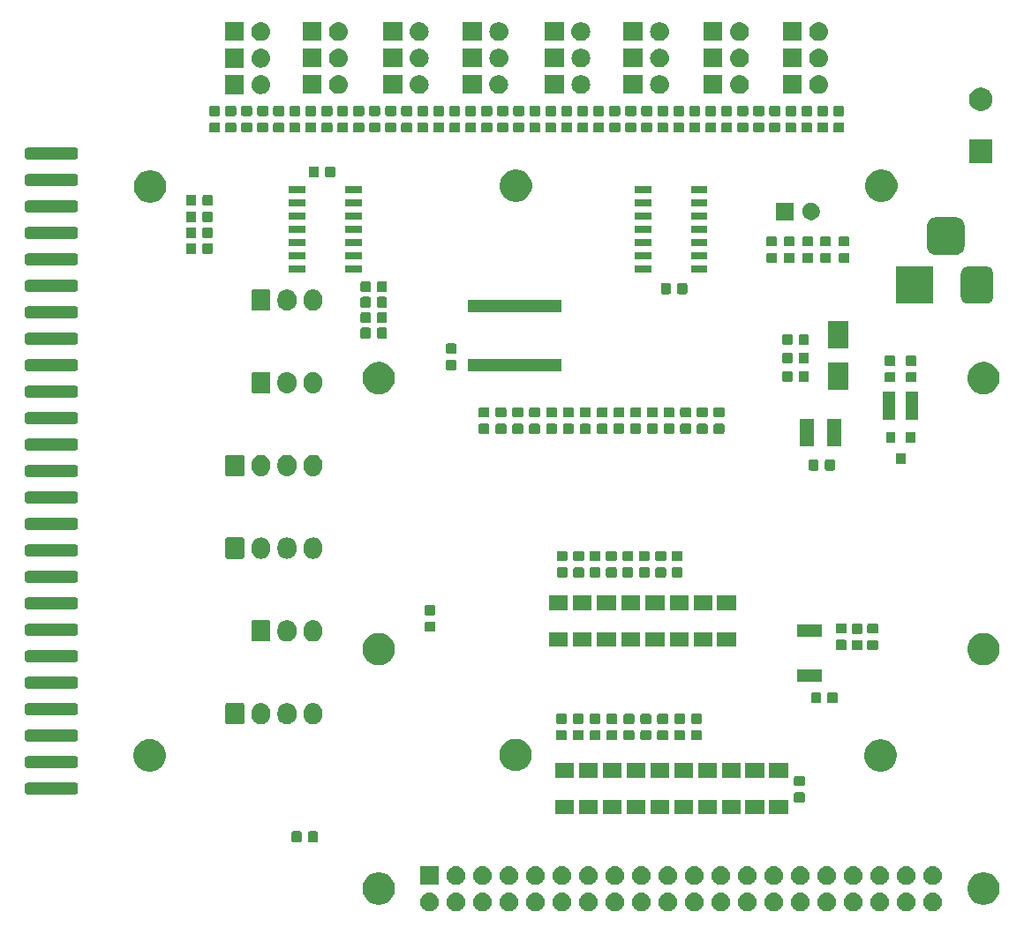
<source format=gbr>
G04 #@! TF.GenerationSoftware,KiCad,Pcbnew,(5.0.1)-3*
G04 #@! TF.CreationDate,2020-04-19T11:53:27-04:00*
G04 #@! TF.ProjectId,sailfin,7361696C66696E2E6B696361645F7063,rev?*
G04 #@! TF.SameCoordinates,Original*
G04 #@! TF.FileFunction,Soldermask,Bot*
G04 #@! TF.FilePolarity,Negative*
%FSLAX46Y46*%
G04 Gerber Fmt 4.6, Leading zero omitted, Abs format (unit mm)*
G04 Created by KiCad (PCBNEW (5.0.1)-3) date 4/19/2020 11:53:27 AM*
%MOMM*%
%LPD*%
G01*
G04 APERTURE LIST*
%ADD10C,0.100000*%
G04 APERTURE END LIST*
D10*
G36*
X55430443Y-185285519D02*
X55496627Y-185292037D01*
X55609853Y-185326384D01*
X55666467Y-185343557D01*
X55805087Y-185417652D01*
X55822991Y-185427222D01*
X55858729Y-185456552D01*
X55960186Y-185539814D01*
X56043448Y-185641271D01*
X56072778Y-185677009D01*
X56072779Y-185677011D01*
X56156443Y-185833533D01*
X56156443Y-185833534D01*
X56207963Y-186003373D01*
X56225359Y-186180000D01*
X56207963Y-186356627D01*
X56175695Y-186463000D01*
X56156443Y-186526467D01*
X56082348Y-186665087D01*
X56072778Y-186682991D01*
X56043448Y-186718729D01*
X55960186Y-186820186D01*
X55858729Y-186903448D01*
X55822991Y-186932778D01*
X55822989Y-186932779D01*
X55666467Y-187016443D01*
X55609853Y-187033616D01*
X55496627Y-187067963D01*
X55430442Y-187074482D01*
X55364260Y-187081000D01*
X55275740Y-187081000D01*
X55209558Y-187074482D01*
X55143373Y-187067963D01*
X55030147Y-187033616D01*
X54973533Y-187016443D01*
X54817011Y-186932779D01*
X54817009Y-186932778D01*
X54781271Y-186903448D01*
X54679814Y-186820186D01*
X54596552Y-186718729D01*
X54567222Y-186682991D01*
X54557652Y-186665087D01*
X54483557Y-186526467D01*
X54464305Y-186463000D01*
X54432037Y-186356627D01*
X54414641Y-186180000D01*
X54432037Y-186003373D01*
X54483557Y-185833534D01*
X54483557Y-185833533D01*
X54567221Y-185677011D01*
X54567222Y-185677009D01*
X54596552Y-185641271D01*
X54679814Y-185539814D01*
X54781271Y-185456552D01*
X54817009Y-185427222D01*
X54834913Y-185417652D01*
X54973533Y-185343557D01*
X55030147Y-185326384D01*
X55143373Y-185292037D01*
X55209557Y-185285519D01*
X55275740Y-185279000D01*
X55364260Y-185279000D01*
X55430443Y-185285519D01*
X55430443Y-185285519D01*
G37*
G36*
X80830443Y-185285519D02*
X80896627Y-185292037D01*
X81009853Y-185326384D01*
X81066467Y-185343557D01*
X81205087Y-185417652D01*
X81222991Y-185427222D01*
X81258729Y-185456552D01*
X81360186Y-185539814D01*
X81443448Y-185641271D01*
X81472778Y-185677009D01*
X81472779Y-185677011D01*
X81556443Y-185833533D01*
X81556443Y-185833534D01*
X81607963Y-186003373D01*
X81625359Y-186180000D01*
X81607963Y-186356627D01*
X81575695Y-186463000D01*
X81556443Y-186526467D01*
X81482348Y-186665087D01*
X81472778Y-186682991D01*
X81443448Y-186718729D01*
X81360186Y-186820186D01*
X81258729Y-186903448D01*
X81222991Y-186932778D01*
X81222989Y-186932779D01*
X81066467Y-187016443D01*
X81009853Y-187033616D01*
X80896627Y-187067963D01*
X80830442Y-187074482D01*
X80764260Y-187081000D01*
X80675740Y-187081000D01*
X80609558Y-187074482D01*
X80543373Y-187067963D01*
X80430147Y-187033616D01*
X80373533Y-187016443D01*
X80217011Y-186932779D01*
X80217009Y-186932778D01*
X80181271Y-186903448D01*
X80079814Y-186820186D01*
X79996552Y-186718729D01*
X79967222Y-186682991D01*
X79957652Y-186665087D01*
X79883557Y-186526467D01*
X79864305Y-186463000D01*
X79832037Y-186356627D01*
X79814641Y-186180000D01*
X79832037Y-186003373D01*
X79883557Y-185833534D01*
X79883557Y-185833533D01*
X79967221Y-185677011D01*
X79967222Y-185677009D01*
X79996552Y-185641271D01*
X80079814Y-185539814D01*
X80181271Y-185456552D01*
X80217009Y-185427222D01*
X80234913Y-185417652D01*
X80373533Y-185343557D01*
X80430147Y-185326384D01*
X80543373Y-185292037D01*
X80609557Y-185285519D01*
X80675740Y-185279000D01*
X80764260Y-185279000D01*
X80830443Y-185285519D01*
X80830443Y-185285519D01*
G37*
G36*
X101150443Y-185285519D02*
X101216627Y-185292037D01*
X101329853Y-185326384D01*
X101386467Y-185343557D01*
X101525087Y-185417652D01*
X101542991Y-185427222D01*
X101578729Y-185456552D01*
X101680186Y-185539814D01*
X101763448Y-185641271D01*
X101792778Y-185677009D01*
X101792779Y-185677011D01*
X101876443Y-185833533D01*
X101876443Y-185833534D01*
X101927963Y-186003373D01*
X101945359Y-186180000D01*
X101927963Y-186356627D01*
X101895695Y-186463000D01*
X101876443Y-186526467D01*
X101802348Y-186665087D01*
X101792778Y-186682991D01*
X101763448Y-186718729D01*
X101680186Y-186820186D01*
X101578729Y-186903448D01*
X101542991Y-186932778D01*
X101542989Y-186932779D01*
X101386467Y-187016443D01*
X101329853Y-187033616D01*
X101216627Y-187067963D01*
X101150442Y-187074482D01*
X101084260Y-187081000D01*
X100995740Y-187081000D01*
X100929558Y-187074482D01*
X100863373Y-187067963D01*
X100750147Y-187033616D01*
X100693533Y-187016443D01*
X100537011Y-186932779D01*
X100537009Y-186932778D01*
X100501271Y-186903448D01*
X100399814Y-186820186D01*
X100316552Y-186718729D01*
X100287222Y-186682991D01*
X100277652Y-186665087D01*
X100203557Y-186526467D01*
X100184305Y-186463000D01*
X100152037Y-186356627D01*
X100134641Y-186180000D01*
X100152037Y-186003373D01*
X100203557Y-185833534D01*
X100203557Y-185833533D01*
X100287221Y-185677011D01*
X100287222Y-185677009D01*
X100316552Y-185641271D01*
X100399814Y-185539814D01*
X100501271Y-185456552D01*
X100537009Y-185427222D01*
X100554913Y-185417652D01*
X100693533Y-185343557D01*
X100750147Y-185326384D01*
X100863373Y-185292037D01*
X100929557Y-185285519D01*
X100995740Y-185279000D01*
X101084260Y-185279000D01*
X101150443Y-185285519D01*
X101150443Y-185285519D01*
G37*
G36*
X98610443Y-185285519D02*
X98676627Y-185292037D01*
X98789853Y-185326384D01*
X98846467Y-185343557D01*
X98985087Y-185417652D01*
X99002991Y-185427222D01*
X99038729Y-185456552D01*
X99140186Y-185539814D01*
X99223448Y-185641271D01*
X99252778Y-185677009D01*
X99252779Y-185677011D01*
X99336443Y-185833533D01*
X99336443Y-185833534D01*
X99387963Y-186003373D01*
X99405359Y-186180000D01*
X99387963Y-186356627D01*
X99355695Y-186463000D01*
X99336443Y-186526467D01*
X99262348Y-186665087D01*
X99252778Y-186682991D01*
X99223448Y-186718729D01*
X99140186Y-186820186D01*
X99038729Y-186903448D01*
X99002991Y-186932778D01*
X99002989Y-186932779D01*
X98846467Y-187016443D01*
X98789853Y-187033616D01*
X98676627Y-187067963D01*
X98610442Y-187074482D01*
X98544260Y-187081000D01*
X98455740Y-187081000D01*
X98389558Y-187074482D01*
X98323373Y-187067963D01*
X98210147Y-187033616D01*
X98153533Y-187016443D01*
X97997011Y-186932779D01*
X97997009Y-186932778D01*
X97961271Y-186903448D01*
X97859814Y-186820186D01*
X97776552Y-186718729D01*
X97747222Y-186682991D01*
X97737652Y-186665087D01*
X97663557Y-186526467D01*
X97644305Y-186463000D01*
X97612037Y-186356627D01*
X97594641Y-186180000D01*
X97612037Y-186003373D01*
X97663557Y-185833534D01*
X97663557Y-185833533D01*
X97747221Y-185677011D01*
X97747222Y-185677009D01*
X97776552Y-185641271D01*
X97859814Y-185539814D01*
X97961271Y-185456552D01*
X97997009Y-185427222D01*
X98014913Y-185417652D01*
X98153533Y-185343557D01*
X98210147Y-185326384D01*
X98323373Y-185292037D01*
X98389557Y-185285519D01*
X98455740Y-185279000D01*
X98544260Y-185279000D01*
X98610443Y-185285519D01*
X98610443Y-185285519D01*
G37*
G36*
X96070443Y-185285519D02*
X96136627Y-185292037D01*
X96249853Y-185326384D01*
X96306467Y-185343557D01*
X96445087Y-185417652D01*
X96462991Y-185427222D01*
X96498729Y-185456552D01*
X96600186Y-185539814D01*
X96683448Y-185641271D01*
X96712778Y-185677009D01*
X96712779Y-185677011D01*
X96796443Y-185833533D01*
X96796443Y-185833534D01*
X96847963Y-186003373D01*
X96865359Y-186180000D01*
X96847963Y-186356627D01*
X96815695Y-186463000D01*
X96796443Y-186526467D01*
X96722348Y-186665087D01*
X96712778Y-186682991D01*
X96683448Y-186718729D01*
X96600186Y-186820186D01*
X96498729Y-186903448D01*
X96462991Y-186932778D01*
X96462989Y-186932779D01*
X96306467Y-187016443D01*
X96249853Y-187033616D01*
X96136627Y-187067963D01*
X96070442Y-187074482D01*
X96004260Y-187081000D01*
X95915740Y-187081000D01*
X95849558Y-187074482D01*
X95783373Y-187067963D01*
X95670147Y-187033616D01*
X95613533Y-187016443D01*
X95457011Y-186932779D01*
X95457009Y-186932778D01*
X95421271Y-186903448D01*
X95319814Y-186820186D01*
X95236552Y-186718729D01*
X95207222Y-186682991D01*
X95197652Y-186665087D01*
X95123557Y-186526467D01*
X95104305Y-186463000D01*
X95072037Y-186356627D01*
X95054641Y-186180000D01*
X95072037Y-186003373D01*
X95123557Y-185833534D01*
X95123557Y-185833533D01*
X95207221Y-185677011D01*
X95207222Y-185677009D01*
X95236552Y-185641271D01*
X95319814Y-185539814D01*
X95421271Y-185456552D01*
X95457009Y-185427222D01*
X95474913Y-185417652D01*
X95613533Y-185343557D01*
X95670147Y-185326384D01*
X95783373Y-185292037D01*
X95849557Y-185285519D01*
X95915740Y-185279000D01*
X96004260Y-185279000D01*
X96070443Y-185285519D01*
X96070443Y-185285519D01*
G37*
G36*
X93530443Y-185285519D02*
X93596627Y-185292037D01*
X93709853Y-185326384D01*
X93766467Y-185343557D01*
X93905087Y-185417652D01*
X93922991Y-185427222D01*
X93958729Y-185456552D01*
X94060186Y-185539814D01*
X94143448Y-185641271D01*
X94172778Y-185677009D01*
X94172779Y-185677011D01*
X94256443Y-185833533D01*
X94256443Y-185833534D01*
X94307963Y-186003373D01*
X94325359Y-186180000D01*
X94307963Y-186356627D01*
X94275695Y-186463000D01*
X94256443Y-186526467D01*
X94182348Y-186665087D01*
X94172778Y-186682991D01*
X94143448Y-186718729D01*
X94060186Y-186820186D01*
X93958729Y-186903448D01*
X93922991Y-186932778D01*
X93922989Y-186932779D01*
X93766467Y-187016443D01*
X93709853Y-187033616D01*
X93596627Y-187067963D01*
X93530442Y-187074482D01*
X93464260Y-187081000D01*
X93375740Y-187081000D01*
X93309558Y-187074482D01*
X93243373Y-187067963D01*
X93130147Y-187033616D01*
X93073533Y-187016443D01*
X92917011Y-186932779D01*
X92917009Y-186932778D01*
X92881271Y-186903448D01*
X92779814Y-186820186D01*
X92696552Y-186718729D01*
X92667222Y-186682991D01*
X92657652Y-186665087D01*
X92583557Y-186526467D01*
X92564305Y-186463000D01*
X92532037Y-186356627D01*
X92514641Y-186180000D01*
X92532037Y-186003373D01*
X92583557Y-185833534D01*
X92583557Y-185833533D01*
X92667221Y-185677011D01*
X92667222Y-185677009D01*
X92696552Y-185641271D01*
X92779814Y-185539814D01*
X92881271Y-185456552D01*
X92917009Y-185427222D01*
X92934913Y-185417652D01*
X93073533Y-185343557D01*
X93130147Y-185326384D01*
X93243373Y-185292037D01*
X93309557Y-185285519D01*
X93375740Y-185279000D01*
X93464260Y-185279000D01*
X93530443Y-185285519D01*
X93530443Y-185285519D01*
G37*
G36*
X90990443Y-185285519D02*
X91056627Y-185292037D01*
X91169853Y-185326384D01*
X91226467Y-185343557D01*
X91365087Y-185417652D01*
X91382991Y-185427222D01*
X91418729Y-185456552D01*
X91520186Y-185539814D01*
X91603448Y-185641271D01*
X91632778Y-185677009D01*
X91632779Y-185677011D01*
X91716443Y-185833533D01*
X91716443Y-185833534D01*
X91767963Y-186003373D01*
X91785359Y-186180000D01*
X91767963Y-186356627D01*
X91735695Y-186463000D01*
X91716443Y-186526467D01*
X91642348Y-186665087D01*
X91632778Y-186682991D01*
X91603448Y-186718729D01*
X91520186Y-186820186D01*
X91418729Y-186903448D01*
X91382991Y-186932778D01*
X91382989Y-186932779D01*
X91226467Y-187016443D01*
X91169853Y-187033616D01*
X91056627Y-187067963D01*
X90990442Y-187074482D01*
X90924260Y-187081000D01*
X90835740Y-187081000D01*
X90769558Y-187074482D01*
X90703373Y-187067963D01*
X90590147Y-187033616D01*
X90533533Y-187016443D01*
X90377011Y-186932779D01*
X90377009Y-186932778D01*
X90341271Y-186903448D01*
X90239814Y-186820186D01*
X90156552Y-186718729D01*
X90127222Y-186682991D01*
X90117652Y-186665087D01*
X90043557Y-186526467D01*
X90024305Y-186463000D01*
X89992037Y-186356627D01*
X89974641Y-186180000D01*
X89992037Y-186003373D01*
X90043557Y-185833534D01*
X90043557Y-185833533D01*
X90127221Y-185677011D01*
X90127222Y-185677009D01*
X90156552Y-185641271D01*
X90239814Y-185539814D01*
X90341271Y-185456552D01*
X90377009Y-185427222D01*
X90394913Y-185417652D01*
X90533533Y-185343557D01*
X90590147Y-185326384D01*
X90703373Y-185292037D01*
X90769557Y-185285519D01*
X90835740Y-185279000D01*
X90924260Y-185279000D01*
X90990443Y-185285519D01*
X90990443Y-185285519D01*
G37*
G36*
X88450443Y-185285519D02*
X88516627Y-185292037D01*
X88629853Y-185326384D01*
X88686467Y-185343557D01*
X88825087Y-185417652D01*
X88842991Y-185427222D01*
X88878729Y-185456552D01*
X88980186Y-185539814D01*
X89063448Y-185641271D01*
X89092778Y-185677009D01*
X89092779Y-185677011D01*
X89176443Y-185833533D01*
X89176443Y-185833534D01*
X89227963Y-186003373D01*
X89245359Y-186180000D01*
X89227963Y-186356627D01*
X89195695Y-186463000D01*
X89176443Y-186526467D01*
X89102348Y-186665087D01*
X89092778Y-186682991D01*
X89063448Y-186718729D01*
X88980186Y-186820186D01*
X88878729Y-186903448D01*
X88842991Y-186932778D01*
X88842989Y-186932779D01*
X88686467Y-187016443D01*
X88629853Y-187033616D01*
X88516627Y-187067963D01*
X88450442Y-187074482D01*
X88384260Y-187081000D01*
X88295740Y-187081000D01*
X88229558Y-187074482D01*
X88163373Y-187067963D01*
X88050147Y-187033616D01*
X87993533Y-187016443D01*
X87837011Y-186932779D01*
X87837009Y-186932778D01*
X87801271Y-186903448D01*
X87699814Y-186820186D01*
X87616552Y-186718729D01*
X87587222Y-186682991D01*
X87577652Y-186665087D01*
X87503557Y-186526467D01*
X87484305Y-186463000D01*
X87452037Y-186356627D01*
X87434641Y-186180000D01*
X87452037Y-186003373D01*
X87503557Y-185833534D01*
X87503557Y-185833533D01*
X87587221Y-185677011D01*
X87587222Y-185677009D01*
X87616552Y-185641271D01*
X87699814Y-185539814D01*
X87801271Y-185456552D01*
X87837009Y-185427222D01*
X87854913Y-185417652D01*
X87993533Y-185343557D01*
X88050147Y-185326384D01*
X88163373Y-185292037D01*
X88229557Y-185285519D01*
X88295740Y-185279000D01*
X88384260Y-185279000D01*
X88450443Y-185285519D01*
X88450443Y-185285519D01*
G37*
G36*
X85910443Y-185285519D02*
X85976627Y-185292037D01*
X86089853Y-185326384D01*
X86146467Y-185343557D01*
X86285087Y-185417652D01*
X86302991Y-185427222D01*
X86338729Y-185456552D01*
X86440186Y-185539814D01*
X86523448Y-185641271D01*
X86552778Y-185677009D01*
X86552779Y-185677011D01*
X86636443Y-185833533D01*
X86636443Y-185833534D01*
X86687963Y-186003373D01*
X86705359Y-186180000D01*
X86687963Y-186356627D01*
X86655695Y-186463000D01*
X86636443Y-186526467D01*
X86562348Y-186665087D01*
X86552778Y-186682991D01*
X86523448Y-186718729D01*
X86440186Y-186820186D01*
X86338729Y-186903448D01*
X86302991Y-186932778D01*
X86302989Y-186932779D01*
X86146467Y-187016443D01*
X86089853Y-187033616D01*
X85976627Y-187067963D01*
X85910442Y-187074482D01*
X85844260Y-187081000D01*
X85755740Y-187081000D01*
X85689558Y-187074482D01*
X85623373Y-187067963D01*
X85510147Y-187033616D01*
X85453533Y-187016443D01*
X85297011Y-186932779D01*
X85297009Y-186932778D01*
X85261271Y-186903448D01*
X85159814Y-186820186D01*
X85076552Y-186718729D01*
X85047222Y-186682991D01*
X85037652Y-186665087D01*
X84963557Y-186526467D01*
X84944305Y-186463000D01*
X84912037Y-186356627D01*
X84894641Y-186180000D01*
X84912037Y-186003373D01*
X84963557Y-185833534D01*
X84963557Y-185833533D01*
X85047221Y-185677011D01*
X85047222Y-185677009D01*
X85076552Y-185641271D01*
X85159814Y-185539814D01*
X85261271Y-185456552D01*
X85297009Y-185427222D01*
X85314913Y-185417652D01*
X85453533Y-185343557D01*
X85510147Y-185326384D01*
X85623373Y-185292037D01*
X85689557Y-185285519D01*
X85755740Y-185279000D01*
X85844260Y-185279000D01*
X85910443Y-185285519D01*
X85910443Y-185285519D01*
G37*
G36*
X83370443Y-185285519D02*
X83436627Y-185292037D01*
X83549853Y-185326384D01*
X83606467Y-185343557D01*
X83745087Y-185417652D01*
X83762991Y-185427222D01*
X83798729Y-185456552D01*
X83900186Y-185539814D01*
X83983448Y-185641271D01*
X84012778Y-185677009D01*
X84012779Y-185677011D01*
X84096443Y-185833533D01*
X84096443Y-185833534D01*
X84147963Y-186003373D01*
X84165359Y-186180000D01*
X84147963Y-186356627D01*
X84115695Y-186463000D01*
X84096443Y-186526467D01*
X84022348Y-186665087D01*
X84012778Y-186682991D01*
X83983448Y-186718729D01*
X83900186Y-186820186D01*
X83798729Y-186903448D01*
X83762991Y-186932778D01*
X83762989Y-186932779D01*
X83606467Y-187016443D01*
X83549853Y-187033616D01*
X83436627Y-187067963D01*
X83370442Y-187074482D01*
X83304260Y-187081000D01*
X83215740Y-187081000D01*
X83149558Y-187074482D01*
X83083373Y-187067963D01*
X82970147Y-187033616D01*
X82913533Y-187016443D01*
X82757011Y-186932779D01*
X82757009Y-186932778D01*
X82721271Y-186903448D01*
X82619814Y-186820186D01*
X82536552Y-186718729D01*
X82507222Y-186682991D01*
X82497652Y-186665087D01*
X82423557Y-186526467D01*
X82404305Y-186463000D01*
X82372037Y-186356627D01*
X82354641Y-186180000D01*
X82372037Y-186003373D01*
X82423557Y-185833534D01*
X82423557Y-185833533D01*
X82507221Y-185677011D01*
X82507222Y-185677009D01*
X82536552Y-185641271D01*
X82619814Y-185539814D01*
X82721271Y-185456552D01*
X82757009Y-185427222D01*
X82774913Y-185417652D01*
X82913533Y-185343557D01*
X82970147Y-185326384D01*
X83083373Y-185292037D01*
X83149557Y-185285519D01*
X83215740Y-185279000D01*
X83304260Y-185279000D01*
X83370443Y-185285519D01*
X83370443Y-185285519D01*
G37*
G36*
X103690443Y-185285519D02*
X103756627Y-185292037D01*
X103869853Y-185326384D01*
X103926467Y-185343557D01*
X104065087Y-185417652D01*
X104082991Y-185427222D01*
X104118729Y-185456552D01*
X104220186Y-185539814D01*
X104303448Y-185641271D01*
X104332778Y-185677009D01*
X104332779Y-185677011D01*
X104416443Y-185833533D01*
X104416443Y-185833534D01*
X104467963Y-186003373D01*
X104485359Y-186180000D01*
X104467963Y-186356627D01*
X104435695Y-186463000D01*
X104416443Y-186526467D01*
X104342348Y-186665087D01*
X104332778Y-186682991D01*
X104303448Y-186718729D01*
X104220186Y-186820186D01*
X104118729Y-186903448D01*
X104082991Y-186932778D01*
X104082989Y-186932779D01*
X103926467Y-187016443D01*
X103869853Y-187033616D01*
X103756627Y-187067963D01*
X103690442Y-187074482D01*
X103624260Y-187081000D01*
X103535740Y-187081000D01*
X103469558Y-187074482D01*
X103403373Y-187067963D01*
X103290147Y-187033616D01*
X103233533Y-187016443D01*
X103077011Y-186932779D01*
X103077009Y-186932778D01*
X103041271Y-186903448D01*
X102939814Y-186820186D01*
X102856552Y-186718729D01*
X102827222Y-186682991D01*
X102817652Y-186665087D01*
X102743557Y-186526467D01*
X102724305Y-186463000D01*
X102692037Y-186356627D01*
X102674641Y-186180000D01*
X102692037Y-186003373D01*
X102743557Y-185833534D01*
X102743557Y-185833533D01*
X102827221Y-185677011D01*
X102827222Y-185677009D01*
X102856552Y-185641271D01*
X102939814Y-185539814D01*
X103041271Y-185456552D01*
X103077009Y-185427222D01*
X103094913Y-185417652D01*
X103233533Y-185343557D01*
X103290147Y-185326384D01*
X103403373Y-185292037D01*
X103469557Y-185285519D01*
X103535740Y-185279000D01*
X103624260Y-185279000D01*
X103690443Y-185285519D01*
X103690443Y-185285519D01*
G37*
G36*
X75750443Y-185285519D02*
X75816627Y-185292037D01*
X75929853Y-185326384D01*
X75986467Y-185343557D01*
X76125087Y-185417652D01*
X76142991Y-185427222D01*
X76178729Y-185456552D01*
X76280186Y-185539814D01*
X76363448Y-185641271D01*
X76392778Y-185677009D01*
X76392779Y-185677011D01*
X76476443Y-185833533D01*
X76476443Y-185833534D01*
X76527963Y-186003373D01*
X76545359Y-186180000D01*
X76527963Y-186356627D01*
X76495695Y-186463000D01*
X76476443Y-186526467D01*
X76402348Y-186665087D01*
X76392778Y-186682991D01*
X76363448Y-186718729D01*
X76280186Y-186820186D01*
X76178729Y-186903448D01*
X76142991Y-186932778D01*
X76142989Y-186932779D01*
X75986467Y-187016443D01*
X75929853Y-187033616D01*
X75816627Y-187067963D01*
X75750442Y-187074482D01*
X75684260Y-187081000D01*
X75595740Y-187081000D01*
X75529558Y-187074482D01*
X75463373Y-187067963D01*
X75350147Y-187033616D01*
X75293533Y-187016443D01*
X75137011Y-186932779D01*
X75137009Y-186932778D01*
X75101271Y-186903448D01*
X74999814Y-186820186D01*
X74916552Y-186718729D01*
X74887222Y-186682991D01*
X74877652Y-186665087D01*
X74803557Y-186526467D01*
X74784305Y-186463000D01*
X74752037Y-186356627D01*
X74734641Y-186180000D01*
X74752037Y-186003373D01*
X74803557Y-185833534D01*
X74803557Y-185833533D01*
X74887221Y-185677011D01*
X74887222Y-185677009D01*
X74916552Y-185641271D01*
X74999814Y-185539814D01*
X75101271Y-185456552D01*
X75137009Y-185427222D01*
X75154913Y-185417652D01*
X75293533Y-185343557D01*
X75350147Y-185326384D01*
X75463373Y-185292037D01*
X75529557Y-185285519D01*
X75595740Y-185279000D01*
X75684260Y-185279000D01*
X75750443Y-185285519D01*
X75750443Y-185285519D01*
G37*
G36*
X78290443Y-185285519D02*
X78356627Y-185292037D01*
X78469853Y-185326384D01*
X78526467Y-185343557D01*
X78665087Y-185417652D01*
X78682991Y-185427222D01*
X78718729Y-185456552D01*
X78820186Y-185539814D01*
X78903448Y-185641271D01*
X78932778Y-185677009D01*
X78932779Y-185677011D01*
X79016443Y-185833533D01*
X79016443Y-185833534D01*
X79067963Y-186003373D01*
X79085359Y-186180000D01*
X79067963Y-186356627D01*
X79035695Y-186463000D01*
X79016443Y-186526467D01*
X78942348Y-186665087D01*
X78932778Y-186682991D01*
X78903448Y-186718729D01*
X78820186Y-186820186D01*
X78718729Y-186903448D01*
X78682991Y-186932778D01*
X78682989Y-186932779D01*
X78526467Y-187016443D01*
X78469853Y-187033616D01*
X78356627Y-187067963D01*
X78290442Y-187074482D01*
X78224260Y-187081000D01*
X78135740Y-187081000D01*
X78069558Y-187074482D01*
X78003373Y-187067963D01*
X77890147Y-187033616D01*
X77833533Y-187016443D01*
X77677011Y-186932779D01*
X77677009Y-186932778D01*
X77641271Y-186903448D01*
X77539814Y-186820186D01*
X77456552Y-186718729D01*
X77427222Y-186682991D01*
X77417652Y-186665087D01*
X77343557Y-186526467D01*
X77324305Y-186463000D01*
X77292037Y-186356627D01*
X77274641Y-186180000D01*
X77292037Y-186003373D01*
X77343557Y-185833534D01*
X77343557Y-185833533D01*
X77427221Y-185677011D01*
X77427222Y-185677009D01*
X77456552Y-185641271D01*
X77539814Y-185539814D01*
X77641271Y-185456552D01*
X77677009Y-185427222D01*
X77694913Y-185417652D01*
X77833533Y-185343557D01*
X77890147Y-185326384D01*
X78003373Y-185292037D01*
X78069557Y-185285519D01*
X78135740Y-185279000D01*
X78224260Y-185279000D01*
X78290443Y-185285519D01*
X78290443Y-185285519D01*
G37*
G36*
X57970443Y-185285519D02*
X58036627Y-185292037D01*
X58149853Y-185326384D01*
X58206467Y-185343557D01*
X58345087Y-185417652D01*
X58362991Y-185427222D01*
X58398729Y-185456552D01*
X58500186Y-185539814D01*
X58583448Y-185641271D01*
X58612778Y-185677009D01*
X58612779Y-185677011D01*
X58696443Y-185833533D01*
X58696443Y-185833534D01*
X58747963Y-186003373D01*
X58765359Y-186180000D01*
X58747963Y-186356627D01*
X58715695Y-186463000D01*
X58696443Y-186526467D01*
X58622348Y-186665087D01*
X58612778Y-186682991D01*
X58583448Y-186718729D01*
X58500186Y-186820186D01*
X58398729Y-186903448D01*
X58362991Y-186932778D01*
X58362989Y-186932779D01*
X58206467Y-187016443D01*
X58149853Y-187033616D01*
X58036627Y-187067963D01*
X57970442Y-187074482D01*
X57904260Y-187081000D01*
X57815740Y-187081000D01*
X57749558Y-187074482D01*
X57683373Y-187067963D01*
X57570147Y-187033616D01*
X57513533Y-187016443D01*
X57357011Y-186932779D01*
X57357009Y-186932778D01*
X57321271Y-186903448D01*
X57219814Y-186820186D01*
X57136552Y-186718729D01*
X57107222Y-186682991D01*
X57097652Y-186665087D01*
X57023557Y-186526467D01*
X57004305Y-186463000D01*
X56972037Y-186356627D01*
X56954641Y-186180000D01*
X56972037Y-186003373D01*
X57023557Y-185833534D01*
X57023557Y-185833533D01*
X57107221Y-185677011D01*
X57107222Y-185677009D01*
X57136552Y-185641271D01*
X57219814Y-185539814D01*
X57321271Y-185456552D01*
X57357009Y-185427222D01*
X57374913Y-185417652D01*
X57513533Y-185343557D01*
X57570147Y-185326384D01*
X57683373Y-185292037D01*
X57749557Y-185285519D01*
X57815740Y-185279000D01*
X57904260Y-185279000D01*
X57970443Y-185285519D01*
X57970443Y-185285519D01*
G37*
G36*
X60510443Y-185285519D02*
X60576627Y-185292037D01*
X60689853Y-185326384D01*
X60746467Y-185343557D01*
X60885087Y-185417652D01*
X60902991Y-185427222D01*
X60938729Y-185456552D01*
X61040186Y-185539814D01*
X61123448Y-185641271D01*
X61152778Y-185677009D01*
X61152779Y-185677011D01*
X61236443Y-185833533D01*
X61236443Y-185833534D01*
X61287963Y-186003373D01*
X61305359Y-186180000D01*
X61287963Y-186356627D01*
X61255695Y-186463000D01*
X61236443Y-186526467D01*
X61162348Y-186665087D01*
X61152778Y-186682991D01*
X61123448Y-186718729D01*
X61040186Y-186820186D01*
X60938729Y-186903448D01*
X60902991Y-186932778D01*
X60902989Y-186932779D01*
X60746467Y-187016443D01*
X60689853Y-187033616D01*
X60576627Y-187067963D01*
X60510442Y-187074482D01*
X60444260Y-187081000D01*
X60355740Y-187081000D01*
X60289558Y-187074482D01*
X60223373Y-187067963D01*
X60110147Y-187033616D01*
X60053533Y-187016443D01*
X59897011Y-186932779D01*
X59897009Y-186932778D01*
X59861271Y-186903448D01*
X59759814Y-186820186D01*
X59676552Y-186718729D01*
X59647222Y-186682991D01*
X59637652Y-186665087D01*
X59563557Y-186526467D01*
X59544305Y-186463000D01*
X59512037Y-186356627D01*
X59494641Y-186180000D01*
X59512037Y-186003373D01*
X59563557Y-185833534D01*
X59563557Y-185833533D01*
X59647221Y-185677011D01*
X59647222Y-185677009D01*
X59676552Y-185641271D01*
X59759814Y-185539814D01*
X59861271Y-185456552D01*
X59897009Y-185427222D01*
X59914913Y-185417652D01*
X60053533Y-185343557D01*
X60110147Y-185326384D01*
X60223373Y-185292037D01*
X60289557Y-185285519D01*
X60355740Y-185279000D01*
X60444260Y-185279000D01*
X60510443Y-185285519D01*
X60510443Y-185285519D01*
G37*
G36*
X63050443Y-185285519D02*
X63116627Y-185292037D01*
X63229853Y-185326384D01*
X63286467Y-185343557D01*
X63425087Y-185417652D01*
X63442991Y-185427222D01*
X63478729Y-185456552D01*
X63580186Y-185539814D01*
X63663448Y-185641271D01*
X63692778Y-185677009D01*
X63692779Y-185677011D01*
X63776443Y-185833533D01*
X63776443Y-185833534D01*
X63827963Y-186003373D01*
X63845359Y-186180000D01*
X63827963Y-186356627D01*
X63795695Y-186463000D01*
X63776443Y-186526467D01*
X63702348Y-186665087D01*
X63692778Y-186682991D01*
X63663448Y-186718729D01*
X63580186Y-186820186D01*
X63478729Y-186903448D01*
X63442991Y-186932778D01*
X63442989Y-186932779D01*
X63286467Y-187016443D01*
X63229853Y-187033616D01*
X63116627Y-187067963D01*
X63050442Y-187074482D01*
X62984260Y-187081000D01*
X62895740Y-187081000D01*
X62829558Y-187074482D01*
X62763373Y-187067963D01*
X62650147Y-187033616D01*
X62593533Y-187016443D01*
X62437011Y-186932779D01*
X62437009Y-186932778D01*
X62401271Y-186903448D01*
X62299814Y-186820186D01*
X62216552Y-186718729D01*
X62187222Y-186682991D01*
X62177652Y-186665087D01*
X62103557Y-186526467D01*
X62084305Y-186463000D01*
X62052037Y-186356627D01*
X62034641Y-186180000D01*
X62052037Y-186003373D01*
X62103557Y-185833534D01*
X62103557Y-185833533D01*
X62187221Y-185677011D01*
X62187222Y-185677009D01*
X62216552Y-185641271D01*
X62299814Y-185539814D01*
X62401271Y-185456552D01*
X62437009Y-185427222D01*
X62454913Y-185417652D01*
X62593533Y-185343557D01*
X62650147Y-185326384D01*
X62763373Y-185292037D01*
X62829557Y-185285519D01*
X62895740Y-185279000D01*
X62984260Y-185279000D01*
X63050443Y-185285519D01*
X63050443Y-185285519D01*
G37*
G36*
X68130443Y-185285519D02*
X68196627Y-185292037D01*
X68309853Y-185326384D01*
X68366467Y-185343557D01*
X68505087Y-185417652D01*
X68522991Y-185427222D01*
X68558729Y-185456552D01*
X68660186Y-185539814D01*
X68743448Y-185641271D01*
X68772778Y-185677009D01*
X68772779Y-185677011D01*
X68856443Y-185833533D01*
X68856443Y-185833534D01*
X68907963Y-186003373D01*
X68925359Y-186180000D01*
X68907963Y-186356627D01*
X68875695Y-186463000D01*
X68856443Y-186526467D01*
X68782348Y-186665087D01*
X68772778Y-186682991D01*
X68743448Y-186718729D01*
X68660186Y-186820186D01*
X68558729Y-186903448D01*
X68522991Y-186932778D01*
X68522989Y-186932779D01*
X68366467Y-187016443D01*
X68309853Y-187033616D01*
X68196627Y-187067963D01*
X68130442Y-187074482D01*
X68064260Y-187081000D01*
X67975740Y-187081000D01*
X67909558Y-187074482D01*
X67843373Y-187067963D01*
X67730147Y-187033616D01*
X67673533Y-187016443D01*
X67517011Y-186932779D01*
X67517009Y-186932778D01*
X67481271Y-186903448D01*
X67379814Y-186820186D01*
X67296552Y-186718729D01*
X67267222Y-186682991D01*
X67257652Y-186665087D01*
X67183557Y-186526467D01*
X67164305Y-186463000D01*
X67132037Y-186356627D01*
X67114641Y-186180000D01*
X67132037Y-186003373D01*
X67183557Y-185833534D01*
X67183557Y-185833533D01*
X67267221Y-185677011D01*
X67267222Y-185677009D01*
X67296552Y-185641271D01*
X67379814Y-185539814D01*
X67481271Y-185456552D01*
X67517009Y-185427222D01*
X67534913Y-185417652D01*
X67673533Y-185343557D01*
X67730147Y-185326384D01*
X67843373Y-185292037D01*
X67909557Y-185285519D01*
X67975740Y-185279000D01*
X68064260Y-185279000D01*
X68130443Y-185285519D01*
X68130443Y-185285519D01*
G37*
G36*
X70670443Y-185285519D02*
X70736627Y-185292037D01*
X70849853Y-185326384D01*
X70906467Y-185343557D01*
X71045087Y-185417652D01*
X71062991Y-185427222D01*
X71098729Y-185456552D01*
X71200186Y-185539814D01*
X71283448Y-185641271D01*
X71312778Y-185677009D01*
X71312779Y-185677011D01*
X71396443Y-185833533D01*
X71396443Y-185833534D01*
X71447963Y-186003373D01*
X71465359Y-186180000D01*
X71447963Y-186356627D01*
X71415695Y-186463000D01*
X71396443Y-186526467D01*
X71322348Y-186665087D01*
X71312778Y-186682991D01*
X71283448Y-186718729D01*
X71200186Y-186820186D01*
X71098729Y-186903448D01*
X71062991Y-186932778D01*
X71062989Y-186932779D01*
X70906467Y-187016443D01*
X70849853Y-187033616D01*
X70736627Y-187067963D01*
X70670442Y-187074482D01*
X70604260Y-187081000D01*
X70515740Y-187081000D01*
X70449558Y-187074482D01*
X70383373Y-187067963D01*
X70270147Y-187033616D01*
X70213533Y-187016443D01*
X70057011Y-186932779D01*
X70057009Y-186932778D01*
X70021271Y-186903448D01*
X69919814Y-186820186D01*
X69836552Y-186718729D01*
X69807222Y-186682991D01*
X69797652Y-186665087D01*
X69723557Y-186526467D01*
X69704305Y-186463000D01*
X69672037Y-186356627D01*
X69654641Y-186180000D01*
X69672037Y-186003373D01*
X69723557Y-185833534D01*
X69723557Y-185833533D01*
X69807221Y-185677011D01*
X69807222Y-185677009D01*
X69836552Y-185641271D01*
X69919814Y-185539814D01*
X70021271Y-185456552D01*
X70057009Y-185427222D01*
X70074913Y-185417652D01*
X70213533Y-185343557D01*
X70270147Y-185326384D01*
X70383373Y-185292037D01*
X70449557Y-185285519D01*
X70515740Y-185279000D01*
X70604260Y-185279000D01*
X70670443Y-185285519D01*
X70670443Y-185285519D01*
G37*
G36*
X73210443Y-185285519D02*
X73276627Y-185292037D01*
X73389853Y-185326384D01*
X73446467Y-185343557D01*
X73585087Y-185417652D01*
X73602991Y-185427222D01*
X73638729Y-185456552D01*
X73740186Y-185539814D01*
X73823448Y-185641271D01*
X73852778Y-185677009D01*
X73852779Y-185677011D01*
X73936443Y-185833533D01*
X73936443Y-185833534D01*
X73987963Y-186003373D01*
X74005359Y-186180000D01*
X73987963Y-186356627D01*
X73955695Y-186463000D01*
X73936443Y-186526467D01*
X73862348Y-186665087D01*
X73852778Y-186682991D01*
X73823448Y-186718729D01*
X73740186Y-186820186D01*
X73638729Y-186903448D01*
X73602991Y-186932778D01*
X73602989Y-186932779D01*
X73446467Y-187016443D01*
X73389853Y-187033616D01*
X73276627Y-187067963D01*
X73210442Y-187074482D01*
X73144260Y-187081000D01*
X73055740Y-187081000D01*
X72989558Y-187074482D01*
X72923373Y-187067963D01*
X72810147Y-187033616D01*
X72753533Y-187016443D01*
X72597011Y-186932779D01*
X72597009Y-186932778D01*
X72561271Y-186903448D01*
X72459814Y-186820186D01*
X72376552Y-186718729D01*
X72347222Y-186682991D01*
X72337652Y-186665087D01*
X72263557Y-186526467D01*
X72244305Y-186463000D01*
X72212037Y-186356627D01*
X72194641Y-186180000D01*
X72212037Y-186003373D01*
X72263557Y-185833534D01*
X72263557Y-185833533D01*
X72347221Y-185677011D01*
X72347222Y-185677009D01*
X72376552Y-185641271D01*
X72459814Y-185539814D01*
X72561271Y-185456552D01*
X72597009Y-185427222D01*
X72614913Y-185417652D01*
X72753533Y-185343557D01*
X72810147Y-185326384D01*
X72923373Y-185292037D01*
X72989557Y-185285519D01*
X73055740Y-185279000D01*
X73144260Y-185279000D01*
X73210443Y-185285519D01*
X73210443Y-185285519D01*
G37*
G36*
X65590443Y-185285519D02*
X65656627Y-185292037D01*
X65769853Y-185326384D01*
X65826467Y-185343557D01*
X65965087Y-185417652D01*
X65982991Y-185427222D01*
X66018729Y-185456552D01*
X66120186Y-185539814D01*
X66203448Y-185641271D01*
X66232778Y-185677009D01*
X66232779Y-185677011D01*
X66316443Y-185833533D01*
X66316443Y-185833534D01*
X66367963Y-186003373D01*
X66385359Y-186180000D01*
X66367963Y-186356627D01*
X66335695Y-186463000D01*
X66316443Y-186526467D01*
X66242348Y-186665087D01*
X66232778Y-186682991D01*
X66203448Y-186718729D01*
X66120186Y-186820186D01*
X66018729Y-186903448D01*
X65982991Y-186932778D01*
X65982989Y-186932779D01*
X65826467Y-187016443D01*
X65769853Y-187033616D01*
X65656627Y-187067963D01*
X65590442Y-187074482D01*
X65524260Y-187081000D01*
X65435740Y-187081000D01*
X65369558Y-187074482D01*
X65303373Y-187067963D01*
X65190147Y-187033616D01*
X65133533Y-187016443D01*
X64977011Y-186932779D01*
X64977009Y-186932778D01*
X64941271Y-186903448D01*
X64839814Y-186820186D01*
X64756552Y-186718729D01*
X64727222Y-186682991D01*
X64717652Y-186665087D01*
X64643557Y-186526467D01*
X64624305Y-186463000D01*
X64592037Y-186356627D01*
X64574641Y-186180000D01*
X64592037Y-186003373D01*
X64643557Y-185833534D01*
X64643557Y-185833533D01*
X64727221Y-185677011D01*
X64727222Y-185677009D01*
X64756552Y-185641271D01*
X64839814Y-185539814D01*
X64941271Y-185456552D01*
X64977009Y-185427222D01*
X64994913Y-185417652D01*
X65133533Y-185343557D01*
X65190147Y-185326384D01*
X65303373Y-185292037D01*
X65369557Y-185285519D01*
X65435740Y-185279000D01*
X65524260Y-185279000D01*
X65590443Y-185285519D01*
X65590443Y-185285519D01*
G37*
G36*
X108810527Y-183400736D02*
X108910410Y-183420604D01*
X109192674Y-183537521D01*
X109446705Y-183707259D01*
X109662741Y-183923295D01*
X109832479Y-184177326D01*
X109949396Y-184459590D01*
X110009000Y-184759240D01*
X110009000Y-185064760D01*
X109949396Y-185364410D01*
X109832479Y-185646674D01*
X109662741Y-185900705D01*
X109446705Y-186116741D01*
X109192674Y-186286479D01*
X108910410Y-186403396D01*
X108810527Y-186423264D01*
X108610762Y-186463000D01*
X108305238Y-186463000D01*
X108105473Y-186423264D01*
X108005590Y-186403396D01*
X107723326Y-186286479D01*
X107469295Y-186116741D01*
X107253259Y-185900705D01*
X107083521Y-185646674D01*
X106966604Y-185364410D01*
X106907000Y-185064760D01*
X106907000Y-184759240D01*
X106966604Y-184459590D01*
X107083521Y-184177326D01*
X107253259Y-183923295D01*
X107469295Y-183707259D01*
X107723326Y-183537521D01*
X108005590Y-183420604D01*
X108105473Y-183400736D01*
X108305238Y-183361000D01*
X108610762Y-183361000D01*
X108810527Y-183400736D01*
X108810527Y-183400736D01*
G37*
G36*
X50810527Y-183400736D02*
X50910410Y-183420604D01*
X51192674Y-183537521D01*
X51446705Y-183707259D01*
X51662741Y-183923295D01*
X51832479Y-184177326D01*
X51949396Y-184459590D01*
X52009000Y-184759240D01*
X52009000Y-185064760D01*
X51949396Y-185364410D01*
X51832479Y-185646674D01*
X51662741Y-185900705D01*
X51446705Y-186116741D01*
X51192674Y-186286479D01*
X50910410Y-186403396D01*
X50810527Y-186423264D01*
X50610762Y-186463000D01*
X50305238Y-186463000D01*
X50105473Y-186423264D01*
X50005590Y-186403396D01*
X49723326Y-186286479D01*
X49469295Y-186116741D01*
X49253259Y-185900705D01*
X49083521Y-185646674D01*
X48966604Y-185364410D01*
X48907000Y-185064760D01*
X48907000Y-184759240D01*
X48966604Y-184459590D01*
X49083521Y-184177326D01*
X49253259Y-183923295D01*
X49469295Y-183707259D01*
X49723326Y-183537521D01*
X50005590Y-183420604D01*
X50105473Y-183400736D01*
X50305238Y-183361000D01*
X50610762Y-183361000D01*
X50810527Y-183400736D01*
X50810527Y-183400736D01*
G37*
G36*
X63050443Y-182745519D02*
X63116627Y-182752037D01*
X63229853Y-182786384D01*
X63286467Y-182803557D01*
X63425087Y-182877652D01*
X63442991Y-182887222D01*
X63478729Y-182916552D01*
X63580186Y-182999814D01*
X63663448Y-183101271D01*
X63692778Y-183137009D01*
X63692779Y-183137011D01*
X63776443Y-183293533D01*
X63776443Y-183293534D01*
X63827963Y-183463373D01*
X63845359Y-183640000D01*
X63827963Y-183816627D01*
X63795606Y-183923293D01*
X63776443Y-183986467D01*
X63702348Y-184125087D01*
X63692778Y-184142991D01*
X63664600Y-184177326D01*
X63580186Y-184280186D01*
X63478729Y-184363448D01*
X63442991Y-184392778D01*
X63442989Y-184392779D01*
X63286467Y-184476443D01*
X63229853Y-184493616D01*
X63116627Y-184527963D01*
X63050443Y-184534481D01*
X62984260Y-184541000D01*
X62895740Y-184541000D01*
X62829557Y-184534481D01*
X62763373Y-184527963D01*
X62650147Y-184493616D01*
X62593533Y-184476443D01*
X62437011Y-184392779D01*
X62437009Y-184392778D01*
X62401271Y-184363448D01*
X62299814Y-184280186D01*
X62215400Y-184177326D01*
X62187222Y-184142991D01*
X62177652Y-184125087D01*
X62103557Y-183986467D01*
X62084394Y-183923293D01*
X62052037Y-183816627D01*
X62034641Y-183640000D01*
X62052037Y-183463373D01*
X62103557Y-183293534D01*
X62103557Y-183293533D01*
X62187221Y-183137011D01*
X62187222Y-183137009D01*
X62216552Y-183101271D01*
X62299814Y-182999814D01*
X62401271Y-182916552D01*
X62437009Y-182887222D01*
X62454913Y-182877652D01*
X62593533Y-182803557D01*
X62650147Y-182786384D01*
X62763373Y-182752037D01*
X62829557Y-182745519D01*
X62895740Y-182739000D01*
X62984260Y-182739000D01*
X63050443Y-182745519D01*
X63050443Y-182745519D01*
G37*
G36*
X96070443Y-182745519D02*
X96136627Y-182752037D01*
X96249853Y-182786384D01*
X96306467Y-182803557D01*
X96445087Y-182877652D01*
X96462991Y-182887222D01*
X96498729Y-182916552D01*
X96600186Y-182999814D01*
X96683448Y-183101271D01*
X96712778Y-183137009D01*
X96712779Y-183137011D01*
X96796443Y-183293533D01*
X96796443Y-183293534D01*
X96847963Y-183463373D01*
X96865359Y-183640000D01*
X96847963Y-183816627D01*
X96815606Y-183923293D01*
X96796443Y-183986467D01*
X96722348Y-184125087D01*
X96712778Y-184142991D01*
X96684600Y-184177326D01*
X96600186Y-184280186D01*
X96498729Y-184363448D01*
X96462991Y-184392778D01*
X96462989Y-184392779D01*
X96306467Y-184476443D01*
X96249853Y-184493616D01*
X96136627Y-184527963D01*
X96070443Y-184534481D01*
X96004260Y-184541000D01*
X95915740Y-184541000D01*
X95849557Y-184534481D01*
X95783373Y-184527963D01*
X95670147Y-184493616D01*
X95613533Y-184476443D01*
X95457011Y-184392779D01*
X95457009Y-184392778D01*
X95421271Y-184363448D01*
X95319814Y-184280186D01*
X95235400Y-184177326D01*
X95207222Y-184142991D01*
X95197652Y-184125087D01*
X95123557Y-183986467D01*
X95104394Y-183923293D01*
X95072037Y-183816627D01*
X95054641Y-183640000D01*
X95072037Y-183463373D01*
X95123557Y-183293534D01*
X95123557Y-183293533D01*
X95207221Y-183137011D01*
X95207222Y-183137009D01*
X95236552Y-183101271D01*
X95319814Y-182999814D01*
X95421271Y-182916552D01*
X95457009Y-182887222D01*
X95474913Y-182877652D01*
X95613533Y-182803557D01*
X95670147Y-182786384D01*
X95783373Y-182752037D01*
X95849557Y-182745519D01*
X95915740Y-182739000D01*
X96004260Y-182739000D01*
X96070443Y-182745519D01*
X96070443Y-182745519D01*
G37*
G36*
X98610443Y-182745519D02*
X98676627Y-182752037D01*
X98789853Y-182786384D01*
X98846467Y-182803557D01*
X98985087Y-182877652D01*
X99002991Y-182887222D01*
X99038729Y-182916552D01*
X99140186Y-182999814D01*
X99223448Y-183101271D01*
X99252778Y-183137009D01*
X99252779Y-183137011D01*
X99336443Y-183293533D01*
X99336443Y-183293534D01*
X99387963Y-183463373D01*
X99405359Y-183640000D01*
X99387963Y-183816627D01*
X99355606Y-183923293D01*
X99336443Y-183986467D01*
X99262348Y-184125087D01*
X99252778Y-184142991D01*
X99224600Y-184177326D01*
X99140186Y-184280186D01*
X99038729Y-184363448D01*
X99002991Y-184392778D01*
X99002989Y-184392779D01*
X98846467Y-184476443D01*
X98789853Y-184493616D01*
X98676627Y-184527963D01*
X98610443Y-184534481D01*
X98544260Y-184541000D01*
X98455740Y-184541000D01*
X98389557Y-184534481D01*
X98323373Y-184527963D01*
X98210147Y-184493616D01*
X98153533Y-184476443D01*
X97997011Y-184392779D01*
X97997009Y-184392778D01*
X97961271Y-184363448D01*
X97859814Y-184280186D01*
X97775400Y-184177326D01*
X97747222Y-184142991D01*
X97737652Y-184125087D01*
X97663557Y-183986467D01*
X97644394Y-183923293D01*
X97612037Y-183816627D01*
X97594641Y-183640000D01*
X97612037Y-183463373D01*
X97663557Y-183293534D01*
X97663557Y-183293533D01*
X97747221Y-183137011D01*
X97747222Y-183137009D01*
X97776552Y-183101271D01*
X97859814Y-182999814D01*
X97961271Y-182916552D01*
X97997009Y-182887222D01*
X98014913Y-182877652D01*
X98153533Y-182803557D01*
X98210147Y-182786384D01*
X98323373Y-182752037D01*
X98389557Y-182745519D01*
X98455740Y-182739000D01*
X98544260Y-182739000D01*
X98610443Y-182745519D01*
X98610443Y-182745519D01*
G37*
G36*
X60510443Y-182745519D02*
X60576627Y-182752037D01*
X60689853Y-182786384D01*
X60746467Y-182803557D01*
X60885087Y-182877652D01*
X60902991Y-182887222D01*
X60938729Y-182916552D01*
X61040186Y-182999814D01*
X61123448Y-183101271D01*
X61152778Y-183137009D01*
X61152779Y-183137011D01*
X61236443Y-183293533D01*
X61236443Y-183293534D01*
X61287963Y-183463373D01*
X61305359Y-183640000D01*
X61287963Y-183816627D01*
X61255606Y-183923293D01*
X61236443Y-183986467D01*
X61162348Y-184125087D01*
X61152778Y-184142991D01*
X61124600Y-184177326D01*
X61040186Y-184280186D01*
X60938729Y-184363448D01*
X60902991Y-184392778D01*
X60902989Y-184392779D01*
X60746467Y-184476443D01*
X60689853Y-184493616D01*
X60576627Y-184527963D01*
X60510443Y-184534481D01*
X60444260Y-184541000D01*
X60355740Y-184541000D01*
X60289557Y-184534481D01*
X60223373Y-184527963D01*
X60110147Y-184493616D01*
X60053533Y-184476443D01*
X59897011Y-184392779D01*
X59897009Y-184392778D01*
X59861271Y-184363448D01*
X59759814Y-184280186D01*
X59675400Y-184177326D01*
X59647222Y-184142991D01*
X59637652Y-184125087D01*
X59563557Y-183986467D01*
X59544394Y-183923293D01*
X59512037Y-183816627D01*
X59494641Y-183640000D01*
X59512037Y-183463373D01*
X59563557Y-183293534D01*
X59563557Y-183293533D01*
X59647221Y-183137011D01*
X59647222Y-183137009D01*
X59676552Y-183101271D01*
X59759814Y-182999814D01*
X59861271Y-182916552D01*
X59897009Y-182887222D01*
X59914913Y-182877652D01*
X60053533Y-182803557D01*
X60110147Y-182786384D01*
X60223373Y-182752037D01*
X60289557Y-182745519D01*
X60355740Y-182739000D01*
X60444260Y-182739000D01*
X60510443Y-182745519D01*
X60510443Y-182745519D01*
G37*
G36*
X101150443Y-182745519D02*
X101216627Y-182752037D01*
X101329853Y-182786384D01*
X101386467Y-182803557D01*
X101525087Y-182877652D01*
X101542991Y-182887222D01*
X101578729Y-182916552D01*
X101680186Y-182999814D01*
X101763448Y-183101271D01*
X101792778Y-183137009D01*
X101792779Y-183137011D01*
X101876443Y-183293533D01*
X101876443Y-183293534D01*
X101927963Y-183463373D01*
X101945359Y-183640000D01*
X101927963Y-183816627D01*
X101895606Y-183923293D01*
X101876443Y-183986467D01*
X101802348Y-184125087D01*
X101792778Y-184142991D01*
X101764600Y-184177326D01*
X101680186Y-184280186D01*
X101578729Y-184363448D01*
X101542991Y-184392778D01*
X101542989Y-184392779D01*
X101386467Y-184476443D01*
X101329853Y-184493616D01*
X101216627Y-184527963D01*
X101150443Y-184534481D01*
X101084260Y-184541000D01*
X100995740Y-184541000D01*
X100929557Y-184534481D01*
X100863373Y-184527963D01*
X100750147Y-184493616D01*
X100693533Y-184476443D01*
X100537011Y-184392779D01*
X100537009Y-184392778D01*
X100501271Y-184363448D01*
X100399814Y-184280186D01*
X100315400Y-184177326D01*
X100287222Y-184142991D01*
X100277652Y-184125087D01*
X100203557Y-183986467D01*
X100184394Y-183923293D01*
X100152037Y-183816627D01*
X100134641Y-183640000D01*
X100152037Y-183463373D01*
X100203557Y-183293534D01*
X100203557Y-183293533D01*
X100287221Y-183137011D01*
X100287222Y-183137009D01*
X100316552Y-183101271D01*
X100399814Y-182999814D01*
X100501271Y-182916552D01*
X100537009Y-182887222D01*
X100554913Y-182877652D01*
X100693533Y-182803557D01*
X100750147Y-182786384D01*
X100863373Y-182752037D01*
X100929557Y-182745519D01*
X100995740Y-182739000D01*
X101084260Y-182739000D01*
X101150443Y-182745519D01*
X101150443Y-182745519D01*
G37*
G36*
X57970443Y-182745519D02*
X58036627Y-182752037D01*
X58149853Y-182786384D01*
X58206467Y-182803557D01*
X58345087Y-182877652D01*
X58362991Y-182887222D01*
X58398729Y-182916552D01*
X58500186Y-182999814D01*
X58583448Y-183101271D01*
X58612778Y-183137009D01*
X58612779Y-183137011D01*
X58696443Y-183293533D01*
X58696443Y-183293534D01*
X58747963Y-183463373D01*
X58765359Y-183640000D01*
X58747963Y-183816627D01*
X58715606Y-183923293D01*
X58696443Y-183986467D01*
X58622348Y-184125087D01*
X58612778Y-184142991D01*
X58584600Y-184177326D01*
X58500186Y-184280186D01*
X58398729Y-184363448D01*
X58362991Y-184392778D01*
X58362989Y-184392779D01*
X58206467Y-184476443D01*
X58149853Y-184493616D01*
X58036627Y-184527963D01*
X57970443Y-184534481D01*
X57904260Y-184541000D01*
X57815740Y-184541000D01*
X57749557Y-184534481D01*
X57683373Y-184527963D01*
X57570147Y-184493616D01*
X57513533Y-184476443D01*
X57357011Y-184392779D01*
X57357009Y-184392778D01*
X57321271Y-184363448D01*
X57219814Y-184280186D01*
X57135400Y-184177326D01*
X57107222Y-184142991D01*
X57097652Y-184125087D01*
X57023557Y-183986467D01*
X57004394Y-183923293D01*
X56972037Y-183816627D01*
X56954641Y-183640000D01*
X56972037Y-183463373D01*
X57023557Y-183293534D01*
X57023557Y-183293533D01*
X57107221Y-183137011D01*
X57107222Y-183137009D01*
X57136552Y-183101271D01*
X57219814Y-182999814D01*
X57321271Y-182916552D01*
X57357009Y-182887222D01*
X57374913Y-182877652D01*
X57513533Y-182803557D01*
X57570147Y-182786384D01*
X57683373Y-182752037D01*
X57749557Y-182745519D01*
X57815740Y-182739000D01*
X57904260Y-182739000D01*
X57970443Y-182745519D01*
X57970443Y-182745519D01*
G37*
G36*
X103690443Y-182745519D02*
X103756627Y-182752037D01*
X103869853Y-182786384D01*
X103926467Y-182803557D01*
X104065087Y-182877652D01*
X104082991Y-182887222D01*
X104118729Y-182916552D01*
X104220186Y-182999814D01*
X104303448Y-183101271D01*
X104332778Y-183137009D01*
X104332779Y-183137011D01*
X104416443Y-183293533D01*
X104416443Y-183293534D01*
X104467963Y-183463373D01*
X104485359Y-183640000D01*
X104467963Y-183816627D01*
X104435606Y-183923293D01*
X104416443Y-183986467D01*
X104342348Y-184125087D01*
X104332778Y-184142991D01*
X104304600Y-184177326D01*
X104220186Y-184280186D01*
X104118729Y-184363448D01*
X104082991Y-184392778D01*
X104082989Y-184392779D01*
X103926467Y-184476443D01*
X103869853Y-184493616D01*
X103756627Y-184527963D01*
X103690443Y-184534481D01*
X103624260Y-184541000D01*
X103535740Y-184541000D01*
X103469557Y-184534481D01*
X103403373Y-184527963D01*
X103290147Y-184493616D01*
X103233533Y-184476443D01*
X103077011Y-184392779D01*
X103077009Y-184392778D01*
X103041271Y-184363448D01*
X102939814Y-184280186D01*
X102855400Y-184177326D01*
X102827222Y-184142991D01*
X102817652Y-184125087D01*
X102743557Y-183986467D01*
X102724394Y-183923293D01*
X102692037Y-183816627D01*
X102674641Y-183640000D01*
X102692037Y-183463373D01*
X102743557Y-183293534D01*
X102743557Y-183293533D01*
X102827221Y-183137011D01*
X102827222Y-183137009D01*
X102856552Y-183101271D01*
X102939814Y-182999814D01*
X103041271Y-182916552D01*
X103077009Y-182887222D01*
X103094913Y-182877652D01*
X103233533Y-182803557D01*
X103290147Y-182786384D01*
X103403373Y-182752037D01*
X103469557Y-182745519D01*
X103535740Y-182739000D01*
X103624260Y-182739000D01*
X103690443Y-182745519D01*
X103690443Y-182745519D01*
G37*
G36*
X56221000Y-184541000D02*
X54419000Y-184541000D01*
X54419000Y-182739000D01*
X56221000Y-182739000D01*
X56221000Y-184541000D01*
X56221000Y-184541000D01*
G37*
G36*
X65590443Y-182745519D02*
X65656627Y-182752037D01*
X65769853Y-182786384D01*
X65826467Y-182803557D01*
X65965087Y-182877652D01*
X65982991Y-182887222D01*
X66018729Y-182916552D01*
X66120186Y-182999814D01*
X66203448Y-183101271D01*
X66232778Y-183137009D01*
X66232779Y-183137011D01*
X66316443Y-183293533D01*
X66316443Y-183293534D01*
X66367963Y-183463373D01*
X66385359Y-183640000D01*
X66367963Y-183816627D01*
X66335606Y-183923293D01*
X66316443Y-183986467D01*
X66242348Y-184125087D01*
X66232778Y-184142991D01*
X66204600Y-184177326D01*
X66120186Y-184280186D01*
X66018729Y-184363448D01*
X65982991Y-184392778D01*
X65982989Y-184392779D01*
X65826467Y-184476443D01*
X65769853Y-184493616D01*
X65656627Y-184527963D01*
X65590443Y-184534481D01*
X65524260Y-184541000D01*
X65435740Y-184541000D01*
X65369557Y-184534481D01*
X65303373Y-184527963D01*
X65190147Y-184493616D01*
X65133533Y-184476443D01*
X64977011Y-184392779D01*
X64977009Y-184392778D01*
X64941271Y-184363448D01*
X64839814Y-184280186D01*
X64755400Y-184177326D01*
X64727222Y-184142991D01*
X64717652Y-184125087D01*
X64643557Y-183986467D01*
X64624394Y-183923293D01*
X64592037Y-183816627D01*
X64574641Y-183640000D01*
X64592037Y-183463373D01*
X64643557Y-183293534D01*
X64643557Y-183293533D01*
X64727221Y-183137011D01*
X64727222Y-183137009D01*
X64756552Y-183101271D01*
X64839814Y-182999814D01*
X64941271Y-182916552D01*
X64977009Y-182887222D01*
X64994913Y-182877652D01*
X65133533Y-182803557D01*
X65190147Y-182786384D01*
X65303373Y-182752037D01*
X65369557Y-182745519D01*
X65435740Y-182739000D01*
X65524260Y-182739000D01*
X65590443Y-182745519D01*
X65590443Y-182745519D01*
G37*
G36*
X80830443Y-182745519D02*
X80896627Y-182752037D01*
X81009853Y-182786384D01*
X81066467Y-182803557D01*
X81205087Y-182877652D01*
X81222991Y-182887222D01*
X81258729Y-182916552D01*
X81360186Y-182999814D01*
X81443448Y-183101271D01*
X81472778Y-183137009D01*
X81472779Y-183137011D01*
X81556443Y-183293533D01*
X81556443Y-183293534D01*
X81607963Y-183463373D01*
X81625359Y-183640000D01*
X81607963Y-183816627D01*
X81575606Y-183923293D01*
X81556443Y-183986467D01*
X81482348Y-184125087D01*
X81472778Y-184142991D01*
X81444600Y-184177326D01*
X81360186Y-184280186D01*
X81258729Y-184363448D01*
X81222991Y-184392778D01*
X81222989Y-184392779D01*
X81066467Y-184476443D01*
X81009853Y-184493616D01*
X80896627Y-184527963D01*
X80830443Y-184534481D01*
X80764260Y-184541000D01*
X80675740Y-184541000D01*
X80609557Y-184534481D01*
X80543373Y-184527963D01*
X80430147Y-184493616D01*
X80373533Y-184476443D01*
X80217011Y-184392779D01*
X80217009Y-184392778D01*
X80181271Y-184363448D01*
X80079814Y-184280186D01*
X79995400Y-184177326D01*
X79967222Y-184142991D01*
X79957652Y-184125087D01*
X79883557Y-183986467D01*
X79864394Y-183923293D01*
X79832037Y-183816627D01*
X79814641Y-183640000D01*
X79832037Y-183463373D01*
X79883557Y-183293534D01*
X79883557Y-183293533D01*
X79967221Y-183137011D01*
X79967222Y-183137009D01*
X79996552Y-183101271D01*
X80079814Y-182999814D01*
X80181271Y-182916552D01*
X80217009Y-182887222D01*
X80234913Y-182877652D01*
X80373533Y-182803557D01*
X80430147Y-182786384D01*
X80543373Y-182752037D01*
X80609557Y-182745519D01*
X80675740Y-182739000D01*
X80764260Y-182739000D01*
X80830443Y-182745519D01*
X80830443Y-182745519D01*
G37*
G36*
X83370443Y-182745519D02*
X83436627Y-182752037D01*
X83549853Y-182786384D01*
X83606467Y-182803557D01*
X83745087Y-182877652D01*
X83762991Y-182887222D01*
X83798729Y-182916552D01*
X83900186Y-182999814D01*
X83983448Y-183101271D01*
X84012778Y-183137009D01*
X84012779Y-183137011D01*
X84096443Y-183293533D01*
X84096443Y-183293534D01*
X84147963Y-183463373D01*
X84165359Y-183640000D01*
X84147963Y-183816627D01*
X84115606Y-183923293D01*
X84096443Y-183986467D01*
X84022348Y-184125087D01*
X84012778Y-184142991D01*
X83984600Y-184177326D01*
X83900186Y-184280186D01*
X83798729Y-184363448D01*
X83762991Y-184392778D01*
X83762989Y-184392779D01*
X83606467Y-184476443D01*
X83549853Y-184493616D01*
X83436627Y-184527963D01*
X83370443Y-184534481D01*
X83304260Y-184541000D01*
X83215740Y-184541000D01*
X83149557Y-184534481D01*
X83083373Y-184527963D01*
X82970147Y-184493616D01*
X82913533Y-184476443D01*
X82757011Y-184392779D01*
X82757009Y-184392778D01*
X82721271Y-184363448D01*
X82619814Y-184280186D01*
X82535400Y-184177326D01*
X82507222Y-184142991D01*
X82497652Y-184125087D01*
X82423557Y-183986467D01*
X82404394Y-183923293D01*
X82372037Y-183816627D01*
X82354641Y-183640000D01*
X82372037Y-183463373D01*
X82423557Y-183293534D01*
X82423557Y-183293533D01*
X82507221Y-183137011D01*
X82507222Y-183137009D01*
X82536552Y-183101271D01*
X82619814Y-182999814D01*
X82721271Y-182916552D01*
X82757009Y-182887222D01*
X82774913Y-182877652D01*
X82913533Y-182803557D01*
X82970147Y-182786384D01*
X83083373Y-182752037D01*
X83149557Y-182745519D01*
X83215740Y-182739000D01*
X83304260Y-182739000D01*
X83370443Y-182745519D01*
X83370443Y-182745519D01*
G37*
G36*
X78290443Y-182745519D02*
X78356627Y-182752037D01*
X78469853Y-182786384D01*
X78526467Y-182803557D01*
X78665087Y-182877652D01*
X78682991Y-182887222D01*
X78718729Y-182916552D01*
X78820186Y-182999814D01*
X78903448Y-183101271D01*
X78932778Y-183137009D01*
X78932779Y-183137011D01*
X79016443Y-183293533D01*
X79016443Y-183293534D01*
X79067963Y-183463373D01*
X79085359Y-183640000D01*
X79067963Y-183816627D01*
X79035606Y-183923293D01*
X79016443Y-183986467D01*
X78942348Y-184125087D01*
X78932778Y-184142991D01*
X78904600Y-184177326D01*
X78820186Y-184280186D01*
X78718729Y-184363448D01*
X78682991Y-184392778D01*
X78682989Y-184392779D01*
X78526467Y-184476443D01*
X78469853Y-184493616D01*
X78356627Y-184527963D01*
X78290443Y-184534481D01*
X78224260Y-184541000D01*
X78135740Y-184541000D01*
X78069557Y-184534481D01*
X78003373Y-184527963D01*
X77890147Y-184493616D01*
X77833533Y-184476443D01*
X77677011Y-184392779D01*
X77677009Y-184392778D01*
X77641271Y-184363448D01*
X77539814Y-184280186D01*
X77455400Y-184177326D01*
X77427222Y-184142991D01*
X77417652Y-184125087D01*
X77343557Y-183986467D01*
X77324394Y-183923293D01*
X77292037Y-183816627D01*
X77274641Y-183640000D01*
X77292037Y-183463373D01*
X77343557Y-183293534D01*
X77343557Y-183293533D01*
X77427221Y-183137011D01*
X77427222Y-183137009D01*
X77456552Y-183101271D01*
X77539814Y-182999814D01*
X77641271Y-182916552D01*
X77677009Y-182887222D01*
X77694913Y-182877652D01*
X77833533Y-182803557D01*
X77890147Y-182786384D01*
X78003373Y-182752037D01*
X78069557Y-182745519D01*
X78135740Y-182739000D01*
X78224260Y-182739000D01*
X78290443Y-182745519D01*
X78290443Y-182745519D01*
G37*
G36*
X93530443Y-182745519D02*
X93596627Y-182752037D01*
X93709853Y-182786384D01*
X93766467Y-182803557D01*
X93905087Y-182877652D01*
X93922991Y-182887222D01*
X93958729Y-182916552D01*
X94060186Y-182999814D01*
X94143448Y-183101271D01*
X94172778Y-183137009D01*
X94172779Y-183137011D01*
X94256443Y-183293533D01*
X94256443Y-183293534D01*
X94307963Y-183463373D01*
X94325359Y-183640000D01*
X94307963Y-183816627D01*
X94275606Y-183923293D01*
X94256443Y-183986467D01*
X94182348Y-184125087D01*
X94172778Y-184142991D01*
X94144600Y-184177326D01*
X94060186Y-184280186D01*
X93958729Y-184363448D01*
X93922991Y-184392778D01*
X93922989Y-184392779D01*
X93766467Y-184476443D01*
X93709853Y-184493616D01*
X93596627Y-184527963D01*
X93530443Y-184534481D01*
X93464260Y-184541000D01*
X93375740Y-184541000D01*
X93309557Y-184534481D01*
X93243373Y-184527963D01*
X93130147Y-184493616D01*
X93073533Y-184476443D01*
X92917011Y-184392779D01*
X92917009Y-184392778D01*
X92881271Y-184363448D01*
X92779814Y-184280186D01*
X92695400Y-184177326D01*
X92667222Y-184142991D01*
X92657652Y-184125087D01*
X92583557Y-183986467D01*
X92564394Y-183923293D01*
X92532037Y-183816627D01*
X92514641Y-183640000D01*
X92532037Y-183463373D01*
X92583557Y-183293534D01*
X92583557Y-183293533D01*
X92667221Y-183137011D01*
X92667222Y-183137009D01*
X92696552Y-183101271D01*
X92779814Y-182999814D01*
X92881271Y-182916552D01*
X92917009Y-182887222D01*
X92934913Y-182877652D01*
X93073533Y-182803557D01*
X93130147Y-182786384D01*
X93243373Y-182752037D01*
X93309557Y-182745519D01*
X93375740Y-182739000D01*
X93464260Y-182739000D01*
X93530443Y-182745519D01*
X93530443Y-182745519D01*
G37*
G36*
X68130443Y-182745519D02*
X68196627Y-182752037D01*
X68309853Y-182786384D01*
X68366467Y-182803557D01*
X68505087Y-182877652D01*
X68522991Y-182887222D01*
X68558729Y-182916552D01*
X68660186Y-182999814D01*
X68743448Y-183101271D01*
X68772778Y-183137009D01*
X68772779Y-183137011D01*
X68856443Y-183293533D01*
X68856443Y-183293534D01*
X68907963Y-183463373D01*
X68925359Y-183640000D01*
X68907963Y-183816627D01*
X68875606Y-183923293D01*
X68856443Y-183986467D01*
X68782348Y-184125087D01*
X68772778Y-184142991D01*
X68744600Y-184177326D01*
X68660186Y-184280186D01*
X68558729Y-184363448D01*
X68522991Y-184392778D01*
X68522989Y-184392779D01*
X68366467Y-184476443D01*
X68309853Y-184493616D01*
X68196627Y-184527963D01*
X68130443Y-184534481D01*
X68064260Y-184541000D01*
X67975740Y-184541000D01*
X67909557Y-184534481D01*
X67843373Y-184527963D01*
X67730147Y-184493616D01*
X67673533Y-184476443D01*
X67517011Y-184392779D01*
X67517009Y-184392778D01*
X67481271Y-184363448D01*
X67379814Y-184280186D01*
X67295400Y-184177326D01*
X67267222Y-184142991D01*
X67257652Y-184125087D01*
X67183557Y-183986467D01*
X67164394Y-183923293D01*
X67132037Y-183816627D01*
X67114641Y-183640000D01*
X67132037Y-183463373D01*
X67183557Y-183293534D01*
X67183557Y-183293533D01*
X67267221Y-183137011D01*
X67267222Y-183137009D01*
X67296552Y-183101271D01*
X67379814Y-182999814D01*
X67481271Y-182916552D01*
X67517009Y-182887222D01*
X67534913Y-182877652D01*
X67673533Y-182803557D01*
X67730147Y-182786384D01*
X67843373Y-182752037D01*
X67909557Y-182745519D01*
X67975740Y-182739000D01*
X68064260Y-182739000D01*
X68130443Y-182745519D01*
X68130443Y-182745519D01*
G37*
G36*
X90990443Y-182745519D02*
X91056627Y-182752037D01*
X91169853Y-182786384D01*
X91226467Y-182803557D01*
X91365087Y-182877652D01*
X91382991Y-182887222D01*
X91418729Y-182916552D01*
X91520186Y-182999814D01*
X91603448Y-183101271D01*
X91632778Y-183137009D01*
X91632779Y-183137011D01*
X91716443Y-183293533D01*
X91716443Y-183293534D01*
X91767963Y-183463373D01*
X91785359Y-183640000D01*
X91767963Y-183816627D01*
X91735606Y-183923293D01*
X91716443Y-183986467D01*
X91642348Y-184125087D01*
X91632778Y-184142991D01*
X91604600Y-184177326D01*
X91520186Y-184280186D01*
X91418729Y-184363448D01*
X91382991Y-184392778D01*
X91382989Y-184392779D01*
X91226467Y-184476443D01*
X91169853Y-184493616D01*
X91056627Y-184527963D01*
X90990443Y-184534481D01*
X90924260Y-184541000D01*
X90835740Y-184541000D01*
X90769557Y-184534481D01*
X90703373Y-184527963D01*
X90590147Y-184493616D01*
X90533533Y-184476443D01*
X90377011Y-184392779D01*
X90377009Y-184392778D01*
X90341271Y-184363448D01*
X90239814Y-184280186D01*
X90155400Y-184177326D01*
X90127222Y-184142991D01*
X90117652Y-184125087D01*
X90043557Y-183986467D01*
X90024394Y-183923293D01*
X89992037Y-183816627D01*
X89974641Y-183640000D01*
X89992037Y-183463373D01*
X90043557Y-183293534D01*
X90043557Y-183293533D01*
X90127221Y-183137011D01*
X90127222Y-183137009D01*
X90156552Y-183101271D01*
X90239814Y-182999814D01*
X90341271Y-182916552D01*
X90377009Y-182887222D01*
X90394913Y-182877652D01*
X90533533Y-182803557D01*
X90590147Y-182786384D01*
X90703373Y-182752037D01*
X90769557Y-182745519D01*
X90835740Y-182739000D01*
X90924260Y-182739000D01*
X90990443Y-182745519D01*
X90990443Y-182745519D01*
G37*
G36*
X70670443Y-182745519D02*
X70736627Y-182752037D01*
X70849853Y-182786384D01*
X70906467Y-182803557D01*
X71045087Y-182877652D01*
X71062991Y-182887222D01*
X71098729Y-182916552D01*
X71200186Y-182999814D01*
X71283448Y-183101271D01*
X71312778Y-183137009D01*
X71312779Y-183137011D01*
X71396443Y-183293533D01*
X71396443Y-183293534D01*
X71447963Y-183463373D01*
X71465359Y-183640000D01*
X71447963Y-183816627D01*
X71415606Y-183923293D01*
X71396443Y-183986467D01*
X71322348Y-184125087D01*
X71312778Y-184142991D01*
X71284600Y-184177326D01*
X71200186Y-184280186D01*
X71098729Y-184363448D01*
X71062991Y-184392778D01*
X71062989Y-184392779D01*
X70906467Y-184476443D01*
X70849853Y-184493616D01*
X70736627Y-184527963D01*
X70670443Y-184534481D01*
X70604260Y-184541000D01*
X70515740Y-184541000D01*
X70449557Y-184534481D01*
X70383373Y-184527963D01*
X70270147Y-184493616D01*
X70213533Y-184476443D01*
X70057011Y-184392779D01*
X70057009Y-184392778D01*
X70021271Y-184363448D01*
X69919814Y-184280186D01*
X69835400Y-184177326D01*
X69807222Y-184142991D01*
X69797652Y-184125087D01*
X69723557Y-183986467D01*
X69704394Y-183923293D01*
X69672037Y-183816627D01*
X69654641Y-183640000D01*
X69672037Y-183463373D01*
X69723557Y-183293534D01*
X69723557Y-183293533D01*
X69807221Y-183137011D01*
X69807222Y-183137009D01*
X69836552Y-183101271D01*
X69919814Y-182999814D01*
X70021271Y-182916552D01*
X70057009Y-182887222D01*
X70074913Y-182877652D01*
X70213533Y-182803557D01*
X70270147Y-182786384D01*
X70383373Y-182752037D01*
X70449557Y-182745519D01*
X70515740Y-182739000D01*
X70604260Y-182739000D01*
X70670443Y-182745519D01*
X70670443Y-182745519D01*
G37*
G36*
X88450443Y-182745519D02*
X88516627Y-182752037D01*
X88629853Y-182786384D01*
X88686467Y-182803557D01*
X88825087Y-182877652D01*
X88842991Y-182887222D01*
X88878729Y-182916552D01*
X88980186Y-182999814D01*
X89063448Y-183101271D01*
X89092778Y-183137009D01*
X89092779Y-183137011D01*
X89176443Y-183293533D01*
X89176443Y-183293534D01*
X89227963Y-183463373D01*
X89245359Y-183640000D01*
X89227963Y-183816627D01*
X89195606Y-183923293D01*
X89176443Y-183986467D01*
X89102348Y-184125087D01*
X89092778Y-184142991D01*
X89064600Y-184177326D01*
X88980186Y-184280186D01*
X88878729Y-184363448D01*
X88842991Y-184392778D01*
X88842989Y-184392779D01*
X88686467Y-184476443D01*
X88629853Y-184493616D01*
X88516627Y-184527963D01*
X88450443Y-184534481D01*
X88384260Y-184541000D01*
X88295740Y-184541000D01*
X88229557Y-184534481D01*
X88163373Y-184527963D01*
X88050147Y-184493616D01*
X87993533Y-184476443D01*
X87837011Y-184392779D01*
X87837009Y-184392778D01*
X87801271Y-184363448D01*
X87699814Y-184280186D01*
X87615400Y-184177326D01*
X87587222Y-184142991D01*
X87577652Y-184125087D01*
X87503557Y-183986467D01*
X87484394Y-183923293D01*
X87452037Y-183816627D01*
X87434641Y-183640000D01*
X87452037Y-183463373D01*
X87503557Y-183293534D01*
X87503557Y-183293533D01*
X87587221Y-183137011D01*
X87587222Y-183137009D01*
X87616552Y-183101271D01*
X87699814Y-182999814D01*
X87801271Y-182916552D01*
X87837009Y-182887222D01*
X87854913Y-182877652D01*
X87993533Y-182803557D01*
X88050147Y-182786384D01*
X88163373Y-182752037D01*
X88229557Y-182745519D01*
X88295740Y-182739000D01*
X88384260Y-182739000D01*
X88450443Y-182745519D01*
X88450443Y-182745519D01*
G37*
G36*
X73210443Y-182745519D02*
X73276627Y-182752037D01*
X73389853Y-182786384D01*
X73446467Y-182803557D01*
X73585087Y-182877652D01*
X73602991Y-182887222D01*
X73638729Y-182916552D01*
X73740186Y-182999814D01*
X73823448Y-183101271D01*
X73852778Y-183137009D01*
X73852779Y-183137011D01*
X73936443Y-183293533D01*
X73936443Y-183293534D01*
X73987963Y-183463373D01*
X74005359Y-183640000D01*
X73987963Y-183816627D01*
X73955606Y-183923293D01*
X73936443Y-183986467D01*
X73862348Y-184125087D01*
X73852778Y-184142991D01*
X73824600Y-184177326D01*
X73740186Y-184280186D01*
X73638729Y-184363448D01*
X73602991Y-184392778D01*
X73602989Y-184392779D01*
X73446467Y-184476443D01*
X73389853Y-184493616D01*
X73276627Y-184527963D01*
X73210443Y-184534481D01*
X73144260Y-184541000D01*
X73055740Y-184541000D01*
X72989557Y-184534481D01*
X72923373Y-184527963D01*
X72810147Y-184493616D01*
X72753533Y-184476443D01*
X72597011Y-184392779D01*
X72597009Y-184392778D01*
X72561271Y-184363448D01*
X72459814Y-184280186D01*
X72375400Y-184177326D01*
X72347222Y-184142991D01*
X72337652Y-184125087D01*
X72263557Y-183986467D01*
X72244394Y-183923293D01*
X72212037Y-183816627D01*
X72194641Y-183640000D01*
X72212037Y-183463373D01*
X72263557Y-183293534D01*
X72263557Y-183293533D01*
X72347221Y-183137011D01*
X72347222Y-183137009D01*
X72376552Y-183101271D01*
X72459814Y-182999814D01*
X72561271Y-182916552D01*
X72597009Y-182887222D01*
X72614913Y-182877652D01*
X72753533Y-182803557D01*
X72810147Y-182786384D01*
X72923373Y-182752037D01*
X72989557Y-182745519D01*
X73055740Y-182739000D01*
X73144260Y-182739000D01*
X73210443Y-182745519D01*
X73210443Y-182745519D01*
G37*
G36*
X85910443Y-182745519D02*
X85976627Y-182752037D01*
X86089853Y-182786384D01*
X86146467Y-182803557D01*
X86285087Y-182877652D01*
X86302991Y-182887222D01*
X86338729Y-182916552D01*
X86440186Y-182999814D01*
X86523448Y-183101271D01*
X86552778Y-183137009D01*
X86552779Y-183137011D01*
X86636443Y-183293533D01*
X86636443Y-183293534D01*
X86687963Y-183463373D01*
X86705359Y-183640000D01*
X86687963Y-183816627D01*
X86655606Y-183923293D01*
X86636443Y-183986467D01*
X86562348Y-184125087D01*
X86552778Y-184142991D01*
X86524600Y-184177326D01*
X86440186Y-184280186D01*
X86338729Y-184363448D01*
X86302991Y-184392778D01*
X86302989Y-184392779D01*
X86146467Y-184476443D01*
X86089853Y-184493616D01*
X85976627Y-184527963D01*
X85910443Y-184534481D01*
X85844260Y-184541000D01*
X85755740Y-184541000D01*
X85689557Y-184534481D01*
X85623373Y-184527963D01*
X85510147Y-184493616D01*
X85453533Y-184476443D01*
X85297011Y-184392779D01*
X85297009Y-184392778D01*
X85261271Y-184363448D01*
X85159814Y-184280186D01*
X85075400Y-184177326D01*
X85047222Y-184142991D01*
X85037652Y-184125087D01*
X84963557Y-183986467D01*
X84944394Y-183923293D01*
X84912037Y-183816627D01*
X84894641Y-183640000D01*
X84912037Y-183463373D01*
X84963557Y-183293534D01*
X84963557Y-183293533D01*
X85047221Y-183137011D01*
X85047222Y-183137009D01*
X85076552Y-183101271D01*
X85159814Y-182999814D01*
X85261271Y-182916552D01*
X85297009Y-182887222D01*
X85314913Y-182877652D01*
X85453533Y-182803557D01*
X85510147Y-182786384D01*
X85623373Y-182752037D01*
X85689557Y-182745519D01*
X85755740Y-182739000D01*
X85844260Y-182739000D01*
X85910443Y-182745519D01*
X85910443Y-182745519D01*
G37*
G36*
X75750443Y-182745519D02*
X75816627Y-182752037D01*
X75929853Y-182786384D01*
X75986467Y-182803557D01*
X76125087Y-182877652D01*
X76142991Y-182887222D01*
X76178729Y-182916552D01*
X76280186Y-182999814D01*
X76363448Y-183101271D01*
X76392778Y-183137009D01*
X76392779Y-183137011D01*
X76476443Y-183293533D01*
X76476443Y-183293534D01*
X76527963Y-183463373D01*
X76545359Y-183640000D01*
X76527963Y-183816627D01*
X76495606Y-183923293D01*
X76476443Y-183986467D01*
X76402348Y-184125087D01*
X76392778Y-184142991D01*
X76364600Y-184177326D01*
X76280186Y-184280186D01*
X76178729Y-184363448D01*
X76142991Y-184392778D01*
X76142989Y-184392779D01*
X75986467Y-184476443D01*
X75929853Y-184493616D01*
X75816627Y-184527963D01*
X75750443Y-184534481D01*
X75684260Y-184541000D01*
X75595740Y-184541000D01*
X75529557Y-184534481D01*
X75463373Y-184527963D01*
X75350147Y-184493616D01*
X75293533Y-184476443D01*
X75137011Y-184392779D01*
X75137009Y-184392778D01*
X75101271Y-184363448D01*
X74999814Y-184280186D01*
X74915400Y-184177326D01*
X74887222Y-184142991D01*
X74877652Y-184125087D01*
X74803557Y-183986467D01*
X74784394Y-183923293D01*
X74752037Y-183816627D01*
X74734641Y-183640000D01*
X74752037Y-183463373D01*
X74803557Y-183293534D01*
X74803557Y-183293533D01*
X74887221Y-183137011D01*
X74887222Y-183137009D01*
X74916552Y-183101271D01*
X74999814Y-182999814D01*
X75101271Y-182916552D01*
X75137009Y-182887222D01*
X75154913Y-182877652D01*
X75293533Y-182803557D01*
X75350147Y-182786384D01*
X75463373Y-182752037D01*
X75529557Y-182745519D01*
X75595740Y-182739000D01*
X75684260Y-182739000D01*
X75750443Y-182745519D01*
X75750443Y-182745519D01*
G37*
G36*
X42914591Y-179408085D02*
X42948569Y-179418393D01*
X42979887Y-179435133D01*
X43007339Y-179457661D01*
X43029867Y-179485113D01*
X43046607Y-179516431D01*
X43056915Y-179550409D01*
X43061000Y-179591890D01*
X43061000Y-180268110D01*
X43056915Y-180309591D01*
X43046607Y-180343569D01*
X43029867Y-180374887D01*
X43007339Y-180402339D01*
X42979887Y-180424867D01*
X42948569Y-180441607D01*
X42914591Y-180451915D01*
X42873110Y-180456000D01*
X42271890Y-180456000D01*
X42230409Y-180451915D01*
X42196431Y-180441607D01*
X42165113Y-180424867D01*
X42137661Y-180402339D01*
X42115133Y-180374887D01*
X42098393Y-180343569D01*
X42088085Y-180309591D01*
X42084000Y-180268110D01*
X42084000Y-179591890D01*
X42088085Y-179550409D01*
X42098393Y-179516431D01*
X42115133Y-179485113D01*
X42137661Y-179457661D01*
X42165113Y-179435133D01*
X42196431Y-179418393D01*
X42230409Y-179408085D01*
X42271890Y-179404000D01*
X42873110Y-179404000D01*
X42914591Y-179408085D01*
X42914591Y-179408085D01*
G37*
G36*
X44489591Y-179408085D02*
X44523569Y-179418393D01*
X44554887Y-179435133D01*
X44582339Y-179457661D01*
X44604867Y-179485113D01*
X44621607Y-179516431D01*
X44631915Y-179550409D01*
X44636000Y-179591890D01*
X44636000Y-180268110D01*
X44631915Y-180309591D01*
X44621607Y-180343569D01*
X44604867Y-180374887D01*
X44582339Y-180402339D01*
X44554887Y-180424867D01*
X44523569Y-180441607D01*
X44489591Y-180451915D01*
X44448110Y-180456000D01*
X43846890Y-180456000D01*
X43805409Y-180451915D01*
X43771431Y-180441607D01*
X43740113Y-180424867D01*
X43712661Y-180402339D01*
X43690133Y-180374887D01*
X43673393Y-180343569D01*
X43663085Y-180309591D01*
X43659000Y-180268110D01*
X43659000Y-179591890D01*
X43663085Y-179550409D01*
X43673393Y-179516431D01*
X43690133Y-179485113D01*
X43712661Y-179457661D01*
X43740113Y-179435133D01*
X43771431Y-179418393D01*
X43805409Y-179408085D01*
X43846890Y-179404000D01*
X44448110Y-179404000D01*
X44489591Y-179408085D01*
X44489591Y-179408085D01*
G37*
G36*
X89711000Y-177781000D02*
X87909000Y-177781000D01*
X87909000Y-176379000D01*
X89711000Y-176379000D01*
X89711000Y-177781000D01*
X89711000Y-177781000D01*
G37*
G36*
X82881000Y-177781000D02*
X81079000Y-177781000D01*
X81079000Y-176379000D01*
X82881000Y-176379000D01*
X82881000Y-177781000D01*
X82881000Y-177781000D01*
G37*
G36*
X85156000Y-177781000D02*
X83354000Y-177781000D01*
X83354000Y-176379000D01*
X85156000Y-176379000D01*
X85156000Y-177781000D01*
X85156000Y-177781000D01*
G37*
G36*
X87431000Y-177781000D02*
X85629000Y-177781000D01*
X85629000Y-176379000D01*
X87431000Y-176379000D01*
X87431000Y-177781000D01*
X87431000Y-177781000D01*
G37*
G36*
X69165000Y-177779528D02*
X67363000Y-177779528D01*
X67363000Y-176377528D01*
X69165000Y-176377528D01*
X69165000Y-177779528D01*
X69165000Y-177779528D01*
G37*
G36*
X76023000Y-177779528D02*
X74221000Y-177779528D01*
X74221000Y-176377528D01*
X76023000Y-176377528D01*
X76023000Y-177779528D01*
X76023000Y-177779528D01*
G37*
G36*
X80595000Y-177779528D02*
X78793000Y-177779528D01*
X78793000Y-176377528D01*
X80595000Y-176377528D01*
X80595000Y-177779528D01*
X80595000Y-177779528D01*
G37*
G36*
X78309000Y-177779528D02*
X76507000Y-177779528D01*
X76507000Y-176377528D01*
X78309000Y-176377528D01*
X78309000Y-177779528D01*
X78309000Y-177779528D01*
G37*
G36*
X73737000Y-177779528D02*
X71935000Y-177779528D01*
X71935000Y-176377528D01*
X73737000Y-176377528D01*
X73737000Y-177779528D01*
X73737000Y-177779528D01*
G37*
G36*
X71451000Y-177779528D02*
X69649000Y-177779528D01*
X69649000Y-176377528D01*
X71451000Y-176377528D01*
X71451000Y-177779528D01*
X71451000Y-177779528D01*
G37*
G36*
X91179591Y-175675585D02*
X91213569Y-175685893D01*
X91244887Y-175702633D01*
X91272339Y-175725161D01*
X91294867Y-175752613D01*
X91311607Y-175783931D01*
X91321915Y-175817909D01*
X91326000Y-175859390D01*
X91326000Y-176460610D01*
X91321915Y-176502091D01*
X91311607Y-176536069D01*
X91294867Y-176567387D01*
X91272339Y-176594839D01*
X91244887Y-176617367D01*
X91213569Y-176634107D01*
X91179591Y-176644415D01*
X91138110Y-176648500D01*
X90461890Y-176648500D01*
X90420409Y-176644415D01*
X90386431Y-176634107D01*
X90355113Y-176617367D01*
X90327661Y-176594839D01*
X90305133Y-176567387D01*
X90288393Y-176536069D01*
X90278085Y-176502091D01*
X90274000Y-176460610D01*
X90274000Y-175859390D01*
X90278085Y-175817909D01*
X90288393Y-175783931D01*
X90305133Y-175752613D01*
X90327661Y-175725161D01*
X90355113Y-175702633D01*
X90386431Y-175685893D01*
X90420409Y-175675585D01*
X90461890Y-175671500D01*
X91138110Y-175671500D01*
X91179591Y-175675585D01*
X91179591Y-175675585D01*
G37*
G36*
X21449433Y-174751686D02*
X21489281Y-174763774D01*
X21526001Y-174783401D01*
X21558186Y-174809814D01*
X21584599Y-174841999D01*
X21604226Y-174878719D01*
X21616314Y-174918567D01*
X21621000Y-174966141D01*
X21621000Y-175629859D01*
X21616314Y-175677433D01*
X21604226Y-175717281D01*
X21584599Y-175754001D01*
X21558186Y-175786186D01*
X21526001Y-175812599D01*
X21489281Y-175832226D01*
X21449433Y-175844314D01*
X21401859Y-175849000D01*
X16738141Y-175849000D01*
X16690567Y-175844314D01*
X16650719Y-175832226D01*
X16613999Y-175812599D01*
X16581814Y-175786186D01*
X16555401Y-175754001D01*
X16535774Y-175717281D01*
X16523686Y-175677433D01*
X16519000Y-175629859D01*
X16519000Y-174966141D01*
X16523686Y-174918567D01*
X16535774Y-174878719D01*
X16555401Y-174841999D01*
X16581814Y-174809814D01*
X16613999Y-174783401D01*
X16650719Y-174763774D01*
X16690567Y-174751686D01*
X16738141Y-174747000D01*
X21401859Y-174747000D01*
X21449433Y-174751686D01*
X21449433Y-174751686D01*
G37*
G36*
X91179591Y-174100585D02*
X91213569Y-174110893D01*
X91244887Y-174127633D01*
X91272339Y-174150161D01*
X91294867Y-174177613D01*
X91311607Y-174208931D01*
X91321915Y-174242909D01*
X91326000Y-174284390D01*
X91326000Y-174885610D01*
X91321915Y-174927091D01*
X91311607Y-174961069D01*
X91294867Y-174992387D01*
X91272339Y-175019839D01*
X91244887Y-175042367D01*
X91213569Y-175059107D01*
X91179591Y-175069415D01*
X91138110Y-175073500D01*
X90461890Y-175073500D01*
X90420409Y-175069415D01*
X90386431Y-175059107D01*
X90355113Y-175042367D01*
X90327661Y-175019839D01*
X90305133Y-174992387D01*
X90288393Y-174961069D01*
X90278085Y-174927091D01*
X90274000Y-174885610D01*
X90274000Y-174284390D01*
X90278085Y-174242909D01*
X90288393Y-174208931D01*
X90305133Y-174177613D01*
X90327661Y-174150161D01*
X90355113Y-174127633D01*
X90386431Y-174110893D01*
X90420409Y-174100585D01*
X90461890Y-174096500D01*
X91138110Y-174096500D01*
X91179591Y-174100585D01*
X91179591Y-174100585D01*
G37*
G36*
X89711000Y-174281000D02*
X87909000Y-174281000D01*
X87909000Y-172879000D01*
X89711000Y-172879000D01*
X89711000Y-174281000D01*
X89711000Y-174281000D01*
G37*
G36*
X87431000Y-174281000D02*
X85629000Y-174281000D01*
X85629000Y-172879000D01*
X87431000Y-172879000D01*
X87431000Y-174281000D01*
X87431000Y-174281000D01*
G37*
G36*
X82881000Y-174281000D02*
X81079000Y-174281000D01*
X81079000Y-172879000D01*
X82881000Y-172879000D01*
X82881000Y-174281000D01*
X82881000Y-174281000D01*
G37*
G36*
X85156000Y-174281000D02*
X83354000Y-174281000D01*
X83354000Y-172879000D01*
X85156000Y-172879000D01*
X85156000Y-174281000D01*
X85156000Y-174281000D01*
G37*
G36*
X76023000Y-174279528D02*
X74221000Y-174279528D01*
X74221000Y-172877528D01*
X76023000Y-172877528D01*
X76023000Y-174279528D01*
X76023000Y-174279528D01*
G37*
G36*
X78309000Y-174279528D02*
X76507000Y-174279528D01*
X76507000Y-172877528D01*
X78309000Y-172877528D01*
X78309000Y-174279528D01*
X78309000Y-174279528D01*
G37*
G36*
X80595000Y-174279528D02*
X78793000Y-174279528D01*
X78793000Y-172877528D01*
X80595000Y-172877528D01*
X80595000Y-174279528D01*
X80595000Y-174279528D01*
G37*
G36*
X71451000Y-174279528D02*
X69649000Y-174279528D01*
X69649000Y-172877528D01*
X71451000Y-172877528D01*
X71451000Y-174279528D01*
X71451000Y-174279528D01*
G37*
G36*
X69165000Y-174279528D02*
X67363000Y-174279528D01*
X67363000Y-172877528D01*
X69165000Y-172877528D01*
X69165000Y-174279528D01*
X69165000Y-174279528D01*
G37*
G36*
X73737000Y-174279528D02*
X71935000Y-174279528D01*
X71935000Y-172877528D01*
X73737000Y-172877528D01*
X73737000Y-174279528D01*
X73737000Y-174279528D01*
G37*
G36*
X98906521Y-170601961D02*
X99030410Y-170626604D01*
X99312674Y-170743521D01*
X99566705Y-170913259D01*
X99782741Y-171129295D01*
X99952479Y-171383326D01*
X100069396Y-171665590D01*
X100069396Y-171665591D01*
X100129000Y-171965238D01*
X100129000Y-172270762D01*
X100107556Y-172378567D01*
X100069396Y-172570410D01*
X99952479Y-172852674D01*
X99782741Y-173106705D01*
X99566705Y-173322741D01*
X99312674Y-173492479D01*
X99030410Y-173609396D01*
X98930527Y-173629264D01*
X98730762Y-173669000D01*
X98425238Y-173669000D01*
X98225473Y-173629264D01*
X98125590Y-173609396D01*
X97843326Y-173492479D01*
X97589295Y-173322741D01*
X97373259Y-173106705D01*
X97203521Y-172852674D01*
X97086604Y-172570410D01*
X97048444Y-172378567D01*
X97027000Y-172270762D01*
X97027000Y-171965238D01*
X97086604Y-171665591D01*
X97086604Y-171665590D01*
X97203521Y-171383326D01*
X97373259Y-171129295D01*
X97589295Y-170913259D01*
X97843326Y-170743521D01*
X98125590Y-170626604D01*
X98249479Y-170601961D01*
X98425238Y-170567000D01*
X98730762Y-170567000D01*
X98906521Y-170601961D01*
X98906521Y-170601961D01*
G37*
G36*
X28800608Y-170592387D02*
X28932410Y-170618604D01*
X29214674Y-170735521D01*
X29468705Y-170905259D01*
X29684741Y-171121295D01*
X29854479Y-171375326D01*
X29971396Y-171657590D01*
X29971396Y-171657591D01*
X30031000Y-171957238D01*
X30031000Y-172262762D01*
X30026041Y-172287692D01*
X29971396Y-172562410D01*
X29854479Y-172844674D01*
X29684741Y-173098705D01*
X29468705Y-173314741D01*
X29214674Y-173484479D01*
X28932410Y-173601396D01*
X28892191Y-173609396D01*
X28632762Y-173661000D01*
X28327238Y-173661000D01*
X28067809Y-173609396D01*
X28027590Y-173601396D01*
X27745326Y-173484479D01*
X27491295Y-173314741D01*
X27275259Y-173098705D01*
X27105521Y-172844674D01*
X26988604Y-172562410D01*
X26933959Y-172287692D01*
X26929000Y-172262762D01*
X26929000Y-171957238D01*
X26988604Y-171657591D01*
X26988604Y-171657590D01*
X27105521Y-171375326D01*
X27275259Y-171121295D01*
X27491295Y-170905259D01*
X27745326Y-170735521D01*
X28027590Y-170618604D01*
X28159392Y-170592387D01*
X28327238Y-170559000D01*
X28632762Y-170559000D01*
X28800608Y-170592387D01*
X28800608Y-170592387D01*
G37*
G36*
X63877899Y-170549859D02*
X64022410Y-170578604D01*
X64304674Y-170695521D01*
X64558705Y-170865259D01*
X64774741Y-171081295D01*
X64944479Y-171335326D01*
X65061396Y-171617590D01*
X65061396Y-171617591D01*
X65121000Y-171917238D01*
X65121000Y-172222762D01*
X65090306Y-172377071D01*
X65061396Y-172522410D01*
X64944479Y-172804674D01*
X64774741Y-173058705D01*
X64558705Y-173274741D01*
X64304674Y-173444479D01*
X64022410Y-173561396D01*
X63922527Y-173581264D01*
X63722762Y-173621000D01*
X63417238Y-173621000D01*
X63217473Y-173581264D01*
X63117590Y-173561396D01*
X62835326Y-173444479D01*
X62581295Y-173274741D01*
X62365259Y-173058705D01*
X62195521Y-172804674D01*
X62078604Y-172522410D01*
X62049694Y-172377071D01*
X62019000Y-172222762D01*
X62019000Y-171917238D01*
X62078604Y-171617591D01*
X62078604Y-171617590D01*
X62195521Y-171335326D01*
X62365259Y-171081295D01*
X62581295Y-170865259D01*
X62835326Y-170695521D01*
X63117590Y-170578604D01*
X63262101Y-170549859D01*
X63417238Y-170519000D01*
X63722762Y-170519000D01*
X63877899Y-170549859D01*
X63877899Y-170549859D01*
G37*
G36*
X21449433Y-172211686D02*
X21489281Y-172223774D01*
X21526001Y-172243401D01*
X21558186Y-172269814D01*
X21584599Y-172301999D01*
X21604226Y-172338719D01*
X21616314Y-172378567D01*
X21621000Y-172426141D01*
X21621000Y-173089859D01*
X21616314Y-173137433D01*
X21604226Y-173177281D01*
X21584599Y-173214001D01*
X21558186Y-173246186D01*
X21526001Y-173272599D01*
X21489281Y-173292226D01*
X21449433Y-173304314D01*
X21401859Y-173309000D01*
X16738141Y-173309000D01*
X16690567Y-173304314D01*
X16650719Y-173292226D01*
X16613999Y-173272599D01*
X16581814Y-173246186D01*
X16555401Y-173214001D01*
X16535774Y-173177281D01*
X16523686Y-173137433D01*
X16519000Y-173089859D01*
X16519000Y-172426141D01*
X16523686Y-172378567D01*
X16535774Y-172338719D01*
X16555401Y-172301999D01*
X16581814Y-172269814D01*
X16613999Y-172243401D01*
X16650719Y-172223774D01*
X16690567Y-172211686D01*
X16738141Y-172207000D01*
X21401859Y-172207000D01*
X21449433Y-172211686D01*
X21449433Y-172211686D01*
G37*
G36*
X21449433Y-169671686D02*
X21489281Y-169683774D01*
X21526001Y-169703401D01*
X21558186Y-169729814D01*
X21584599Y-169761999D01*
X21604226Y-169798719D01*
X21616314Y-169838567D01*
X21621000Y-169886141D01*
X21621000Y-170549859D01*
X21616314Y-170597433D01*
X21604226Y-170637281D01*
X21584599Y-170674001D01*
X21558186Y-170706186D01*
X21526001Y-170732599D01*
X21489281Y-170752226D01*
X21449433Y-170764314D01*
X21401859Y-170769000D01*
X16738141Y-170769000D01*
X16690567Y-170764314D01*
X16650719Y-170752226D01*
X16613999Y-170732599D01*
X16581814Y-170706186D01*
X16555401Y-170674001D01*
X16535774Y-170637281D01*
X16523686Y-170597433D01*
X16519000Y-170549859D01*
X16519000Y-169886141D01*
X16523686Y-169838567D01*
X16535774Y-169798719D01*
X16555401Y-169761999D01*
X16581814Y-169729814D01*
X16613999Y-169703401D01*
X16650719Y-169683774D01*
X16690567Y-169671686D01*
X16738141Y-169667000D01*
X21401859Y-169667000D01*
X21449433Y-169671686D01*
X21449433Y-169671686D01*
G37*
G36*
X81299591Y-169700585D02*
X81333569Y-169710893D01*
X81364887Y-169727633D01*
X81392339Y-169750161D01*
X81414867Y-169777613D01*
X81431607Y-169808931D01*
X81441915Y-169842909D01*
X81446000Y-169884390D01*
X81446000Y-170485610D01*
X81441915Y-170527091D01*
X81431607Y-170561069D01*
X81414867Y-170592387D01*
X81392339Y-170619839D01*
X81364887Y-170642367D01*
X81333569Y-170659107D01*
X81299591Y-170669415D01*
X81258110Y-170673500D01*
X80581890Y-170673500D01*
X80540409Y-170669415D01*
X80506431Y-170659107D01*
X80475113Y-170642367D01*
X80447661Y-170619839D01*
X80425133Y-170592387D01*
X80408393Y-170561069D01*
X80398085Y-170527091D01*
X80394000Y-170485610D01*
X80394000Y-169884390D01*
X80398085Y-169842909D01*
X80408393Y-169808931D01*
X80425133Y-169777613D01*
X80447661Y-169750161D01*
X80475113Y-169727633D01*
X80506431Y-169710893D01*
X80540409Y-169700585D01*
X80581890Y-169696500D01*
X81258110Y-169696500D01*
X81299591Y-169700585D01*
X81299591Y-169700585D01*
G37*
G36*
X76446735Y-169696613D02*
X76480713Y-169706921D01*
X76512031Y-169723661D01*
X76539483Y-169746189D01*
X76562011Y-169773641D01*
X76578751Y-169804959D01*
X76589059Y-169838937D01*
X76593144Y-169880418D01*
X76593144Y-170481638D01*
X76589059Y-170523119D01*
X76578751Y-170557097D01*
X76562011Y-170588415D01*
X76539483Y-170615867D01*
X76512031Y-170638395D01*
X76480713Y-170655135D01*
X76446735Y-170665443D01*
X76405254Y-170669528D01*
X75729034Y-170669528D01*
X75687553Y-170665443D01*
X75653575Y-170655135D01*
X75622257Y-170638395D01*
X75594805Y-170615867D01*
X75572277Y-170588415D01*
X75555537Y-170557097D01*
X75545229Y-170523119D01*
X75541144Y-170481638D01*
X75541144Y-169880418D01*
X75545229Y-169838937D01*
X75555537Y-169804959D01*
X75572277Y-169773641D01*
X75594805Y-169746189D01*
X75622257Y-169723661D01*
X75653575Y-169706921D01*
X75687553Y-169696613D01*
X75729034Y-169692528D01*
X76405254Y-169692528D01*
X76446735Y-169696613D01*
X76446735Y-169696613D01*
G37*
G36*
X79689591Y-169696613D02*
X79723569Y-169706921D01*
X79754887Y-169723661D01*
X79782339Y-169746189D01*
X79804867Y-169773641D01*
X79821607Y-169804959D01*
X79831915Y-169838937D01*
X79836000Y-169880418D01*
X79836000Y-170481638D01*
X79831915Y-170523119D01*
X79821607Y-170557097D01*
X79804867Y-170588415D01*
X79782339Y-170615867D01*
X79754887Y-170638395D01*
X79723569Y-170655135D01*
X79689591Y-170665443D01*
X79648110Y-170669528D01*
X78971890Y-170669528D01*
X78930409Y-170665443D01*
X78896431Y-170655135D01*
X78865113Y-170638395D01*
X78837661Y-170615867D01*
X78815133Y-170588415D01*
X78798393Y-170557097D01*
X78788085Y-170523119D01*
X78784000Y-170481638D01*
X78784000Y-169880418D01*
X78788085Y-169838937D01*
X78798393Y-169804959D01*
X78815133Y-169773641D01*
X78837661Y-169746189D01*
X78865113Y-169723661D01*
X78896431Y-169706921D01*
X78930409Y-169696613D01*
X78971890Y-169692528D01*
X79648110Y-169692528D01*
X79689591Y-169696613D01*
X79689591Y-169696613D01*
G37*
G36*
X78068163Y-169696613D02*
X78102141Y-169706921D01*
X78133459Y-169723661D01*
X78160911Y-169746189D01*
X78183439Y-169773641D01*
X78200179Y-169804959D01*
X78210487Y-169838937D01*
X78214572Y-169880418D01*
X78214572Y-170481638D01*
X78210487Y-170523119D01*
X78200179Y-170557097D01*
X78183439Y-170588415D01*
X78160911Y-170615867D01*
X78133459Y-170638395D01*
X78102141Y-170655135D01*
X78068163Y-170665443D01*
X78026682Y-170669528D01*
X77350462Y-170669528D01*
X77308981Y-170665443D01*
X77275003Y-170655135D01*
X77243685Y-170638395D01*
X77216233Y-170615867D01*
X77193705Y-170588415D01*
X77176965Y-170557097D01*
X77166657Y-170523119D01*
X77162572Y-170481638D01*
X77162572Y-169880418D01*
X77166657Y-169838937D01*
X77176965Y-169804959D01*
X77193705Y-169773641D01*
X77216233Y-169746189D01*
X77243685Y-169723661D01*
X77275003Y-169706921D01*
X77308981Y-169696613D01*
X77350462Y-169692528D01*
X78026682Y-169692528D01*
X78068163Y-169696613D01*
X78068163Y-169696613D01*
G37*
G36*
X74825307Y-169696613D02*
X74859285Y-169706921D01*
X74890603Y-169723661D01*
X74918055Y-169746189D01*
X74940583Y-169773641D01*
X74957323Y-169804959D01*
X74967631Y-169838937D01*
X74971716Y-169880418D01*
X74971716Y-170481638D01*
X74967631Y-170523119D01*
X74957323Y-170557097D01*
X74940583Y-170588415D01*
X74918055Y-170615867D01*
X74890603Y-170638395D01*
X74859285Y-170655135D01*
X74825307Y-170665443D01*
X74783826Y-170669528D01*
X74107606Y-170669528D01*
X74066125Y-170665443D01*
X74032147Y-170655135D01*
X74000829Y-170638395D01*
X73973377Y-170615867D01*
X73950849Y-170588415D01*
X73934109Y-170557097D01*
X73923801Y-170523119D01*
X73919716Y-170481638D01*
X73919716Y-169880418D01*
X73923801Y-169838937D01*
X73934109Y-169804959D01*
X73950849Y-169773641D01*
X73973377Y-169746189D01*
X74000829Y-169723661D01*
X74032147Y-169706921D01*
X74066125Y-169696613D01*
X74107606Y-169692528D01*
X74783826Y-169692528D01*
X74825307Y-169696613D01*
X74825307Y-169696613D01*
G37*
G36*
X71582451Y-169696613D02*
X71616429Y-169706921D01*
X71647747Y-169723661D01*
X71675199Y-169746189D01*
X71697727Y-169773641D01*
X71714467Y-169804959D01*
X71724775Y-169838937D01*
X71728860Y-169880418D01*
X71728860Y-170481638D01*
X71724775Y-170523119D01*
X71714467Y-170557097D01*
X71697727Y-170588415D01*
X71675199Y-170615867D01*
X71647747Y-170638395D01*
X71616429Y-170655135D01*
X71582451Y-170665443D01*
X71540970Y-170669528D01*
X70864750Y-170669528D01*
X70823269Y-170665443D01*
X70789291Y-170655135D01*
X70757973Y-170638395D01*
X70730521Y-170615867D01*
X70707993Y-170588415D01*
X70691253Y-170557097D01*
X70680945Y-170523119D01*
X70676860Y-170481638D01*
X70676860Y-169880418D01*
X70680945Y-169838937D01*
X70691253Y-169804959D01*
X70707993Y-169773641D01*
X70730521Y-169746189D01*
X70757973Y-169723661D01*
X70789291Y-169706921D01*
X70823269Y-169696613D01*
X70864750Y-169692528D01*
X71540970Y-169692528D01*
X71582451Y-169696613D01*
X71582451Y-169696613D01*
G37*
G36*
X69961023Y-169696613D02*
X69995001Y-169706921D01*
X70026319Y-169723661D01*
X70053771Y-169746189D01*
X70076299Y-169773641D01*
X70093039Y-169804959D01*
X70103347Y-169838937D01*
X70107432Y-169880418D01*
X70107432Y-170481638D01*
X70103347Y-170523119D01*
X70093039Y-170557097D01*
X70076299Y-170588415D01*
X70053771Y-170615867D01*
X70026319Y-170638395D01*
X69995001Y-170655135D01*
X69961023Y-170665443D01*
X69919542Y-170669528D01*
X69243322Y-170669528D01*
X69201841Y-170665443D01*
X69167863Y-170655135D01*
X69136545Y-170638395D01*
X69109093Y-170615867D01*
X69086565Y-170588415D01*
X69069825Y-170557097D01*
X69059517Y-170523119D01*
X69055432Y-170481638D01*
X69055432Y-169880418D01*
X69059517Y-169838937D01*
X69069825Y-169804959D01*
X69086565Y-169773641D01*
X69109093Y-169746189D01*
X69136545Y-169723661D01*
X69167863Y-169706921D01*
X69201841Y-169696613D01*
X69243322Y-169692528D01*
X69919542Y-169692528D01*
X69961023Y-169696613D01*
X69961023Y-169696613D01*
G37*
G36*
X73203879Y-169696613D02*
X73237857Y-169706921D01*
X73269175Y-169723661D01*
X73296627Y-169746189D01*
X73319155Y-169773641D01*
X73335895Y-169804959D01*
X73346203Y-169838937D01*
X73350288Y-169880418D01*
X73350288Y-170481638D01*
X73346203Y-170523119D01*
X73335895Y-170557097D01*
X73319155Y-170588415D01*
X73296627Y-170615867D01*
X73269175Y-170638395D01*
X73237857Y-170655135D01*
X73203879Y-170665443D01*
X73162398Y-170669528D01*
X72486178Y-170669528D01*
X72444697Y-170665443D01*
X72410719Y-170655135D01*
X72379401Y-170638395D01*
X72351949Y-170615867D01*
X72329421Y-170588415D01*
X72312681Y-170557097D01*
X72302373Y-170523119D01*
X72298288Y-170481638D01*
X72298288Y-169880418D01*
X72302373Y-169838937D01*
X72312681Y-169804959D01*
X72329421Y-169773641D01*
X72351949Y-169746189D01*
X72379401Y-169723661D01*
X72410719Y-169706921D01*
X72444697Y-169696613D01*
X72486178Y-169692528D01*
X73162398Y-169692528D01*
X73203879Y-169696613D01*
X73203879Y-169696613D01*
G37*
G36*
X68339591Y-169696613D02*
X68373569Y-169706921D01*
X68404887Y-169723661D01*
X68432339Y-169746189D01*
X68454867Y-169773641D01*
X68471607Y-169804959D01*
X68481915Y-169838937D01*
X68486000Y-169880418D01*
X68486000Y-170481638D01*
X68481915Y-170523119D01*
X68471607Y-170557097D01*
X68454867Y-170588415D01*
X68432339Y-170615867D01*
X68404887Y-170638395D01*
X68373569Y-170655135D01*
X68339591Y-170665443D01*
X68298110Y-170669528D01*
X67621890Y-170669528D01*
X67580409Y-170665443D01*
X67546431Y-170655135D01*
X67515113Y-170638395D01*
X67487661Y-170615867D01*
X67465133Y-170588415D01*
X67448393Y-170557097D01*
X67438085Y-170523119D01*
X67434000Y-170481638D01*
X67434000Y-169880418D01*
X67438085Y-169838937D01*
X67448393Y-169804959D01*
X67465133Y-169773641D01*
X67487661Y-169746189D01*
X67515113Y-169723661D01*
X67546431Y-169706921D01*
X67580409Y-169696613D01*
X67621890Y-169692528D01*
X68298110Y-169692528D01*
X68339591Y-169696613D01*
X68339591Y-169696613D01*
G37*
G36*
X41826626Y-167097037D02*
X41939852Y-167131384D01*
X41996466Y-167148557D01*
X42152989Y-167232221D01*
X42290186Y-167344814D01*
X42373448Y-167446271D01*
X42402778Y-167482009D01*
X42402779Y-167482011D01*
X42486443Y-167638533D01*
X42503616Y-167695147D01*
X42537963Y-167808373D01*
X42537963Y-167808375D01*
X42551000Y-167940740D01*
X42551000Y-168279259D01*
X42544482Y-168345441D01*
X42537963Y-168411626D01*
X42486443Y-168581466D01*
X42402778Y-168737991D01*
X42402777Y-168737992D01*
X42290186Y-168875186D01*
X42195251Y-168953096D01*
X42152991Y-168987778D01*
X42152989Y-168987779D01*
X41996467Y-169071443D01*
X41939853Y-169088616D01*
X41826627Y-169122963D01*
X41650000Y-169140359D01*
X41473374Y-169122963D01*
X41360148Y-169088616D01*
X41303534Y-169071443D01*
X41147012Y-168987779D01*
X41147010Y-168987778D01*
X41052980Y-168910610D01*
X41009812Y-168875183D01*
X40897222Y-168737992D01*
X40813557Y-168581467D01*
X40796384Y-168524853D01*
X40762037Y-168411627D01*
X40749000Y-168279258D01*
X40749000Y-167940743D01*
X40762037Y-167808374D01*
X40813557Y-167638535D01*
X40813557Y-167638534D01*
X40897221Y-167482011D01*
X41009814Y-167344814D01*
X41126029Y-167249440D01*
X41147009Y-167232222D01*
X41192901Y-167207692D01*
X41303533Y-167148557D01*
X41360147Y-167131384D01*
X41473373Y-167097037D01*
X41650000Y-167079641D01*
X41826626Y-167097037D01*
X41826626Y-167097037D01*
G37*
G36*
X39326626Y-167097037D02*
X39439852Y-167131384D01*
X39496466Y-167148557D01*
X39652989Y-167232221D01*
X39790186Y-167344814D01*
X39873448Y-167446271D01*
X39902778Y-167482009D01*
X39902779Y-167482011D01*
X39986443Y-167638533D01*
X40003616Y-167695147D01*
X40037963Y-167808373D01*
X40037963Y-167808375D01*
X40051000Y-167940740D01*
X40051000Y-168279259D01*
X40044482Y-168345441D01*
X40037963Y-168411626D01*
X39986443Y-168581466D01*
X39902778Y-168737991D01*
X39902777Y-168737992D01*
X39790186Y-168875186D01*
X39695251Y-168953096D01*
X39652991Y-168987778D01*
X39652989Y-168987779D01*
X39496467Y-169071443D01*
X39439853Y-169088616D01*
X39326627Y-169122963D01*
X39150000Y-169140359D01*
X38973374Y-169122963D01*
X38860148Y-169088616D01*
X38803534Y-169071443D01*
X38647012Y-168987779D01*
X38647010Y-168987778D01*
X38552980Y-168910610D01*
X38509812Y-168875183D01*
X38397222Y-168737992D01*
X38313557Y-168581467D01*
X38296384Y-168524853D01*
X38262037Y-168411627D01*
X38249000Y-168279258D01*
X38249000Y-167940743D01*
X38262037Y-167808374D01*
X38313557Y-167638535D01*
X38313557Y-167638534D01*
X38397221Y-167482011D01*
X38509814Y-167344814D01*
X38626029Y-167249440D01*
X38647009Y-167232222D01*
X38692901Y-167207692D01*
X38803533Y-167148557D01*
X38860147Y-167131384D01*
X38973373Y-167097037D01*
X39150000Y-167079641D01*
X39326626Y-167097037D01*
X39326626Y-167097037D01*
G37*
G36*
X44326626Y-167097037D02*
X44439852Y-167131384D01*
X44496466Y-167148557D01*
X44652989Y-167232221D01*
X44790186Y-167344814D01*
X44873448Y-167446271D01*
X44902778Y-167482009D01*
X44902779Y-167482011D01*
X44986443Y-167638533D01*
X45003616Y-167695147D01*
X45037963Y-167808373D01*
X45037963Y-167808375D01*
X45051000Y-167940740D01*
X45051000Y-168279259D01*
X45044482Y-168345441D01*
X45037963Y-168411626D01*
X44986443Y-168581466D01*
X44902778Y-168737991D01*
X44902777Y-168737992D01*
X44790186Y-168875186D01*
X44695251Y-168953096D01*
X44652991Y-168987778D01*
X44652989Y-168987779D01*
X44496467Y-169071443D01*
X44439853Y-169088616D01*
X44326627Y-169122963D01*
X44150000Y-169140359D01*
X43973374Y-169122963D01*
X43860148Y-169088616D01*
X43803534Y-169071443D01*
X43647012Y-168987779D01*
X43647010Y-168987778D01*
X43552980Y-168910610D01*
X43509812Y-168875183D01*
X43397222Y-168737992D01*
X43313557Y-168581467D01*
X43296384Y-168524853D01*
X43262037Y-168411627D01*
X43249000Y-168279258D01*
X43249000Y-167940743D01*
X43262037Y-167808374D01*
X43313557Y-167638535D01*
X43313557Y-167638534D01*
X43397221Y-167482011D01*
X43509814Y-167344814D01*
X43626029Y-167249440D01*
X43647009Y-167232222D01*
X43692901Y-167207692D01*
X43803533Y-167148557D01*
X43860147Y-167131384D01*
X43973373Y-167097037D01*
X44150000Y-167079641D01*
X44326626Y-167097037D01*
X44326626Y-167097037D01*
G37*
G36*
X37408600Y-167087989D02*
X37441649Y-167098014D01*
X37472106Y-167114294D01*
X37498799Y-167136201D01*
X37520706Y-167162894D01*
X37536986Y-167193351D01*
X37547011Y-167226400D01*
X37551000Y-167266904D01*
X37551000Y-168953096D01*
X37547011Y-168993600D01*
X37536986Y-169026649D01*
X37520706Y-169057106D01*
X37498799Y-169083799D01*
X37472106Y-169105706D01*
X37441649Y-169121986D01*
X37408600Y-169132011D01*
X37368096Y-169136000D01*
X35931904Y-169136000D01*
X35891400Y-169132011D01*
X35858351Y-169121986D01*
X35827894Y-169105706D01*
X35801201Y-169083799D01*
X35779294Y-169057106D01*
X35763014Y-169026649D01*
X35752989Y-168993600D01*
X35749000Y-168953096D01*
X35749000Y-167266904D01*
X35752989Y-167226400D01*
X35763014Y-167193351D01*
X35779294Y-167162894D01*
X35801201Y-167136201D01*
X35827894Y-167114294D01*
X35858351Y-167098014D01*
X35891400Y-167087989D01*
X35931904Y-167084000D01*
X37368096Y-167084000D01*
X37408600Y-167087989D01*
X37408600Y-167087989D01*
G37*
G36*
X81299591Y-168125585D02*
X81333569Y-168135893D01*
X81364887Y-168152633D01*
X81392339Y-168175161D01*
X81414867Y-168202613D01*
X81431607Y-168233931D01*
X81441915Y-168267909D01*
X81446000Y-168309390D01*
X81446000Y-168910610D01*
X81441915Y-168952091D01*
X81431607Y-168986069D01*
X81414867Y-169017387D01*
X81392339Y-169044839D01*
X81364887Y-169067367D01*
X81333569Y-169084107D01*
X81299591Y-169094415D01*
X81258110Y-169098500D01*
X80581890Y-169098500D01*
X80540409Y-169094415D01*
X80506431Y-169084107D01*
X80475113Y-169067367D01*
X80447661Y-169044839D01*
X80425133Y-169017387D01*
X80408393Y-168986069D01*
X80398085Y-168952091D01*
X80394000Y-168910610D01*
X80394000Y-168309390D01*
X80398085Y-168267909D01*
X80408393Y-168233931D01*
X80425133Y-168202613D01*
X80447661Y-168175161D01*
X80475113Y-168152633D01*
X80506431Y-168135893D01*
X80540409Y-168125585D01*
X80581890Y-168121500D01*
X81258110Y-168121500D01*
X81299591Y-168125585D01*
X81299591Y-168125585D01*
G37*
G36*
X78068163Y-168121613D02*
X78102141Y-168131921D01*
X78133459Y-168148661D01*
X78160911Y-168171189D01*
X78183439Y-168198641D01*
X78200179Y-168229959D01*
X78210487Y-168263937D01*
X78214572Y-168305418D01*
X78214572Y-168906638D01*
X78210487Y-168948119D01*
X78200179Y-168982097D01*
X78183439Y-169013415D01*
X78160911Y-169040867D01*
X78133459Y-169063395D01*
X78102141Y-169080135D01*
X78068163Y-169090443D01*
X78026682Y-169094528D01*
X77350462Y-169094528D01*
X77308981Y-169090443D01*
X77275003Y-169080135D01*
X77243685Y-169063395D01*
X77216233Y-169040867D01*
X77193705Y-169013415D01*
X77176965Y-168982097D01*
X77166657Y-168948119D01*
X77162572Y-168906638D01*
X77162572Y-168305418D01*
X77166657Y-168263937D01*
X77176965Y-168229959D01*
X77193705Y-168198641D01*
X77216233Y-168171189D01*
X77243685Y-168148661D01*
X77275003Y-168131921D01*
X77308981Y-168121613D01*
X77350462Y-168117528D01*
X78026682Y-168117528D01*
X78068163Y-168121613D01*
X78068163Y-168121613D01*
G37*
G36*
X74825307Y-168121613D02*
X74859285Y-168131921D01*
X74890603Y-168148661D01*
X74918055Y-168171189D01*
X74940583Y-168198641D01*
X74957323Y-168229959D01*
X74967631Y-168263937D01*
X74971716Y-168305418D01*
X74971716Y-168906638D01*
X74967631Y-168948119D01*
X74957323Y-168982097D01*
X74940583Y-169013415D01*
X74918055Y-169040867D01*
X74890603Y-169063395D01*
X74859285Y-169080135D01*
X74825307Y-169090443D01*
X74783826Y-169094528D01*
X74107606Y-169094528D01*
X74066125Y-169090443D01*
X74032147Y-169080135D01*
X74000829Y-169063395D01*
X73973377Y-169040867D01*
X73950849Y-169013415D01*
X73934109Y-168982097D01*
X73923801Y-168948119D01*
X73919716Y-168906638D01*
X73919716Y-168305418D01*
X73923801Y-168263937D01*
X73934109Y-168229959D01*
X73950849Y-168198641D01*
X73973377Y-168171189D01*
X74000829Y-168148661D01*
X74032147Y-168131921D01*
X74066125Y-168121613D01*
X74107606Y-168117528D01*
X74783826Y-168117528D01*
X74825307Y-168121613D01*
X74825307Y-168121613D01*
G37*
G36*
X73203879Y-168121613D02*
X73237857Y-168131921D01*
X73269175Y-168148661D01*
X73296627Y-168171189D01*
X73319155Y-168198641D01*
X73335895Y-168229959D01*
X73346203Y-168263937D01*
X73350288Y-168305418D01*
X73350288Y-168906638D01*
X73346203Y-168948119D01*
X73335895Y-168982097D01*
X73319155Y-169013415D01*
X73296627Y-169040867D01*
X73269175Y-169063395D01*
X73237857Y-169080135D01*
X73203879Y-169090443D01*
X73162398Y-169094528D01*
X72486178Y-169094528D01*
X72444697Y-169090443D01*
X72410719Y-169080135D01*
X72379401Y-169063395D01*
X72351949Y-169040867D01*
X72329421Y-169013415D01*
X72312681Y-168982097D01*
X72302373Y-168948119D01*
X72298288Y-168906638D01*
X72298288Y-168305418D01*
X72302373Y-168263937D01*
X72312681Y-168229959D01*
X72329421Y-168198641D01*
X72351949Y-168171189D01*
X72379401Y-168148661D01*
X72410719Y-168131921D01*
X72444697Y-168121613D01*
X72486178Y-168117528D01*
X73162398Y-168117528D01*
X73203879Y-168121613D01*
X73203879Y-168121613D01*
G37*
G36*
X69961023Y-168121613D02*
X69995001Y-168131921D01*
X70026319Y-168148661D01*
X70053771Y-168171189D01*
X70076299Y-168198641D01*
X70093039Y-168229959D01*
X70103347Y-168263937D01*
X70107432Y-168305418D01*
X70107432Y-168906638D01*
X70103347Y-168948119D01*
X70093039Y-168982097D01*
X70076299Y-169013415D01*
X70053771Y-169040867D01*
X70026319Y-169063395D01*
X69995001Y-169080135D01*
X69961023Y-169090443D01*
X69919542Y-169094528D01*
X69243322Y-169094528D01*
X69201841Y-169090443D01*
X69167863Y-169080135D01*
X69136545Y-169063395D01*
X69109093Y-169040867D01*
X69086565Y-169013415D01*
X69069825Y-168982097D01*
X69059517Y-168948119D01*
X69055432Y-168906638D01*
X69055432Y-168305418D01*
X69059517Y-168263937D01*
X69069825Y-168229959D01*
X69086565Y-168198641D01*
X69109093Y-168171189D01*
X69136545Y-168148661D01*
X69167863Y-168131921D01*
X69201841Y-168121613D01*
X69243322Y-168117528D01*
X69919542Y-168117528D01*
X69961023Y-168121613D01*
X69961023Y-168121613D01*
G37*
G36*
X71582451Y-168121613D02*
X71616429Y-168131921D01*
X71647747Y-168148661D01*
X71675199Y-168171189D01*
X71697727Y-168198641D01*
X71714467Y-168229959D01*
X71724775Y-168263937D01*
X71728860Y-168305418D01*
X71728860Y-168906638D01*
X71724775Y-168948119D01*
X71714467Y-168982097D01*
X71697727Y-169013415D01*
X71675199Y-169040867D01*
X71647747Y-169063395D01*
X71616429Y-169080135D01*
X71582451Y-169090443D01*
X71540970Y-169094528D01*
X70864750Y-169094528D01*
X70823269Y-169090443D01*
X70789291Y-169080135D01*
X70757973Y-169063395D01*
X70730521Y-169040867D01*
X70707993Y-169013415D01*
X70691253Y-168982097D01*
X70680945Y-168948119D01*
X70676860Y-168906638D01*
X70676860Y-168305418D01*
X70680945Y-168263937D01*
X70691253Y-168229959D01*
X70707993Y-168198641D01*
X70730521Y-168171189D01*
X70757973Y-168148661D01*
X70789291Y-168131921D01*
X70823269Y-168121613D01*
X70864750Y-168117528D01*
X71540970Y-168117528D01*
X71582451Y-168121613D01*
X71582451Y-168121613D01*
G37*
G36*
X76446735Y-168121613D02*
X76480713Y-168131921D01*
X76512031Y-168148661D01*
X76539483Y-168171189D01*
X76562011Y-168198641D01*
X76578751Y-168229959D01*
X76589059Y-168263937D01*
X76593144Y-168305418D01*
X76593144Y-168906638D01*
X76589059Y-168948119D01*
X76578751Y-168982097D01*
X76562011Y-169013415D01*
X76539483Y-169040867D01*
X76512031Y-169063395D01*
X76480713Y-169080135D01*
X76446735Y-169090443D01*
X76405254Y-169094528D01*
X75729034Y-169094528D01*
X75687553Y-169090443D01*
X75653575Y-169080135D01*
X75622257Y-169063395D01*
X75594805Y-169040867D01*
X75572277Y-169013415D01*
X75555537Y-168982097D01*
X75545229Y-168948119D01*
X75541144Y-168906638D01*
X75541144Y-168305418D01*
X75545229Y-168263937D01*
X75555537Y-168229959D01*
X75572277Y-168198641D01*
X75594805Y-168171189D01*
X75622257Y-168148661D01*
X75653575Y-168131921D01*
X75687553Y-168121613D01*
X75729034Y-168117528D01*
X76405254Y-168117528D01*
X76446735Y-168121613D01*
X76446735Y-168121613D01*
G37*
G36*
X79689591Y-168121613D02*
X79723569Y-168131921D01*
X79754887Y-168148661D01*
X79782339Y-168171189D01*
X79804867Y-168198641D01*
X79821607Y-168229959D01*
X79831915Y-168263937D01*
X79836000Y-168305418D01*
X79836000Y-168906638D01*
X79831915Y-168948119D01*
X79821607Y-168982097D01*
X79804867Y-169013415D01*
X79782339Y-169040867D01*
X79754887Y-169063395D01*
X79723569Y-169080135D01*
X79689591Y-169090443D01*
X79648110Y-169094528D01*
X78971890Y-169094528D01*
X78930409Y-169090443D01*
X78896431Y-169080135D01*
X78865113Y-169063395D01*
X78837661Y-169040867D01*
X78815133Y-169013415D01*
X78798393Y-168982097D01*
X78788085Y-168948119D01*
X78784000Y-168906638D01*
X78784000Y-168305418D01*
X78788085Y-168263937D01*
X78798393Y-168229959D01*
X78815133Y-168198641D01*
X78837661Y-168171189D01*
X78865113Y-168148661D01*
X78896431Y-168131921D01*
X78930409Y-168121613D01*
X78971890Y-168117528D01*
X79648110Y-168117528D01*
X79689591Y-168121613D01*
X79689591Y-168121613D01*
G37*
G36*
X68339591Y-168121613D02*
X68373569Y-168131921D01*
X68404887Y-168148661D01*
X68432339Y-168171189D01*
X68454867Y-168198641D01*
X68471607Y-168229959D01*
X68481915Y-168263937D01*
X68486000Y-168305418D01*
X68486000Y-168906638D01*
X68481915Y-168948119D01*
X68471607Y-168982097D01*
X68454867Y-169013415D01*
X68432339Y-169040867D01*
X68404887Y-169063395D01*
X68373569Y-169080135D01*
X68339591Y-169090443D01*
X68298110Y-169094528D01*
X67621890Y-169094528D01*
X67580409Y-169090443D01*
X67546431Y-169080135D01*
X67515113Y-169063395D01*
X67487661Y-169040867D01*
X67465133Y-169013415D01*
X67448393Y-168982097D01*
X67438085Y-168948119D01*
X67434000Y-168906638D01*
X67434000Y-168305418D01*
X67438085Y-168263937D01*
X67448393Y-168229959D01*
X67465133Y-168198641D01*
X67487661Y-168171189D01*
X67515113Y-168148661D01*
X67546431Y-168131921D01*
X67580409Y-168121613D01*
X67621890Y-168117528D01*
X68298110Y-168117528D01*
X68339591Y-168121613D01*
X68339591Y-168121613D01*
G37*
G36*
X21449433Y-167131686D02*
X21489281Y-167143774D01*
X21526001Y-167163401D01*
X21558186Y-167189814D01*
X21584599Y-167221999D01*
X21604226Y-167258719D01*
X21616314Y-167298567D01*
X21621000Y-167346141D01*
X21621000Y-168009859D01*
X21616314Y-168057433D01*
X21604226Y-168097281D01*
X21584599Y-168134001D01*
X21558186Y-168166186D01*
X21526001Y-168192599D01*
X21489281Y-168212226D01*
X21449433Y-168224314D01*
X21401859Y-168229000D01*
X16738141Y-168229000D01*
X16690567Y-168224314D01*
X16650719Y-168212226D01*
X16613999Y-168192599D01*
X16581814Y-168166186D01*
X16555401Y-168134001D01*
X16535774Y-168097281D01*
X16523686Y-168057433D01*
X16519000Y-168009859D01*
X16519000Y-167346141D01*
X16523686Y-167298567D01*
X16535774Y-167258719D01*
X16555401Y-167221999D01*
X16581814Y-167189814D01*
X16613999Y-167163401D01*
X16650719Y-167143774D01*
X16690567Y-167131686D01*
X16738141Y-167127000D01*
X21401859Y-167127000D01*
X21449433Y-167131686D01*
X21449433Y-167131686D01*
G37*
G36*
X94309591Y-166078085D02*
X94343569Y-166088393D01*
X94374887Y-166105133D01*
X94402339Y-166127661D01*
X94424867Y-166155113D01*
X94441607Y-166186431D01*
X94451915Y-166220409D01*
X94456000Y-166261890D01*
X94456000Y-166938110D01*
X94451915Y-166979591D01*
X94441607Y-167013569D01*
X94424867Y-167044887D01*
X94402339Y-167072339D01*
X94374887Y-167094867D01*
X94343569Y-167111607D01*
X94309591Y-167121915D01*
X94268110Y-167126000D01*
X93666890Y-167126000D01*
X93625409Y-167121915D01*
X93591431Y-167111607D01*
X93560113Y-167094867D01*
X93532661Y-167072339D01*
X93510133Y-167044887D01*
X93493393Y-167013569D01*
X93483085Y-166979591D01*
X93479000Y-166938110D01*
X93479000Y-166261890D01*
X93483085Y-166220409D01*
X93493393Y-166186431D01*
X93510133Y-166155113D01*
X93532661Y-166127661D01*
X93560113Y-166105133D01*
X93591431Y-166088393D01*
X93625409Y-166078085D01*
X93666890Y-166074000D01*
X94268110Y-166074000D01*
X94309591Y-166078085D01*
X94309591Y-166078085D01*
G37*
G36*
X92734591Y-166078085D02*
X92768569Y-166088393D01*
X92799887Y-166105133D01*
X92827339Y-166127661D01*
X92849867Y-166155113D01*
X92866607Y-166186431D01*
X92876915Y-166220409D01*
X92881000Y-166261890D01*
X92881000Y-166938110D01*
X92876915Y-166979591D01*
X92866607Y-167013569D01*
X92849867Y-167044887D01*
X92827339Y-167072339D01*
X92799887Y-167094867D01*
X92768569Y-167111607D01*
X92734591Y-167121915D01*
X92693110Y-167126000D01*
X92091890Y-167126000D01*
X92050409Y-167121915D01*
X92016431Y-167111607D01*
X91985113Y-167094867D01*
X91957661Y-167072339D01*
X91935133Y-167044887D01*
X91918393Y-167013569D01*
X91908085Y-166979591D01*
X91904000Y-166938110D01*
X91904000Y-166261890D01*
X91908085Y-166220409D01*
X91918393Y-166186431D01*
X91935133Y-166155113D01*
X91957661Y-166127661D01*
X91985113Y-166105133D01*
X92016431Y-166088393D01*
X92050409Y-166078085D01*
X92091890Y-166074000D01*
X92693110Y-166074000D01*
X92734591Y-166078085D01*
X92734591Y-166078085D01*
G37*
G36*
X21449433Y-164591686D02*
X21489281Y-164603774D01*
X21526001Y-164623401D01*
X21558186Y-164649814D01*
X21584599Y-164681999D01*
X21604226Y-164718719D01*
X21616314Y-164758567D01*
X21621000Y-164806141D01*
X21621000Y-165469859D01*
X21616314Y-165517433D01*
X21604226Y-165557281D01*
X21584599Y-165594001D01*
X21558186Y-165626186D01*
X21526001Y-165652599D01*
X21489281Y-165672226D01*
X21449433Y-165684314D01*
X21401859Y-165689000D01*
X16738141Y-165689000D01*
X16690567Y-165684314D01*
X16650719Y-165672226D01*
X16613999Y-165652599D01*
X16581814Y-165626186D01*
X16555401Y-165594001D01*
X16535774Y-165557281D01*
X16523686Y-165517433D01*
X16519000Y-165469859D01*
X16519000Y-164806141D01*
X16523686Y-164758567D01*
X16535774Y-164718719D01*
X16555401Y-164681999D01*
X16581814Y-164649814D01*
X16613999Y-164623401D01*
X16650719Y-164603774D01*
X16690567Y-164591686D01*
X16738141Y-164587000D01*
X21401859Y-164587000D01*
X21449433Y-164591686D01*
X21449433Y-164591686D01*
G37*
G36*
X92966000Y-165031000D02*
X90614000Y-165031000D01*
X90614000Y-163829000D01*
X92966000Y-163829000D01*
X92966000Y-165031000D01*
X92966000Y-165031000D01*
G37*
G36*
X108793434Y-160397336D02*
X108910410Y-160420604D01*
X109192674Y-160537521D01*
X109446705Y-160707259D01*
X109662741Y-160923295D01*
X109832479Y-161177326D01*
X109949396Y-161459590D01*
X109949396Y-161459591D01*
X110009000Y-161759238D01*
X110009000Y-162064762D01*
X109996482Y-162127692D01*
X109949396Y-162364410D01*
X109832479Y-162646674D01*
X109662741Y-162900705D01*
X109446705Y-163116741D01*
X109192674Y-163286479D01*
X108910410Y-163403396D01*
X108810527Y-163423264D01*
X108610762Y-163463000D01*
X108305238Y-163463000D01*
X108105473Y-163423264D01*
X108005590Y-163403396D01*
X107723326Y-163286479D01*
X107469295Y-163116741D01*
X107253259Y-162900705D01*
X107083521Y-162646674D01*
X106966604Y-162364410D01*
X106919518Y-162127692D01*
X106907000Y-162064762D01*
X106907000Y-161759238D01*
X106966604Y-161459591D01*
X106966604Y-161459590D01*
X107083521Y-161177326D01*
X107253259Y-160923295D01*
X107469295Y-160707259D01*
X107723326Y-160537521D01*
X108005590Y-160420604D01*
X108122566Y-160397336D01*
X108305238Y-160361000D01*
X108610762Y-160361000D01*
X108793434Y-160397336D01*
X108793434Y-160397336D01*
G37*
G36*
X50793434Y-160397336D02*
X50910410Y-160420604D01*
X51192674Y-160537521D01*
X51446705Y-160707259D01*
X51662741Y-160923295D01*
X51832479Y-161177326D01*
X51949396Y-161459590D01*
X51949396Y-161459591D01*
X52009000Y-161759238D01*
X52009000Y-162064762D01*
X51996482Y-162127692D01*
X51949396Y-162364410D01*
X51832479Y-162646674D01*
X51662741Y-162900705D01*
X51446705Y-163116741D01*
X51192674Y-163286479D01*
X50910410Y-163403396D01*
X50810527Y-163423264D01*
X50610762Y-163463000D01*
X50305238Y-163463000D01*
X50105473Y-163423264D01*
X50005590Y-163403396D01*
X49723326Y-163286479D01*
X49469295Y-163116741D01*
X49253259Y-162900705D01*
X49083521Y-162646674D01*
X48966604Y-162364410D01*
X48919518Y-162127692D01*
X48907000Y-162064762D01*
X48907000Y-161759238D01*
X48966604Y-161459591D01*
X48966604Y-161459590D01*
X49083521Y-161177326D01*
X49253259Y-160923295D01*
X49469295Y-160707259D01*
X49723326Y-160537521D01*
X50005590Y-160420604D01*
X50122566Y-160397336D01*
X50305238Y-160361000D01*
X50610762Y-160361000D01*
X50793434Y-160397336D01*
X50793434Y-160397336D01*
G37*
G36*
X21449433Y-162051686D02*
X21489281Y-162063774D01*
X21526001Y-162083401D01*
X21558186Y-162109814D01*
X21584599Y-162141999D01*
X21604226Y-162178719D01*
X21616314Y-162218567D01*
X21621000Y-162266141D01*
X21621000Y-162929859D01*
X21616314Y-162977433D01*
X21604226Y-163017281D01*
X21584599Y-163054001D01*
X21558186Y-163086186D01*
X21526001Y-163112599D01*
X21489281Y-163132226D01*
X21449433Y-163144314D01*
X21401859Y-163149000D01*
X16738141Y-163149000D01*
X16690567Y-163144314D01*
X16650719Y-163132226D01*
X16613999Y-163112599D01*
X16581814Y-163086186D01*
X16555401Y-163054001D01*
X16535774Y-163017281D01*
X16523686Y-162977433D01*
X16519000Y-162929859D01*
X16519000Y-162266141D01*
X16523686Y-162218567D01*
X16535774Y-162178719D01*
X16555401Y-162141999D01*
X16581814Y-162109814D01*
X16613999Y-162083401D01*
X16650719Y-162063774D01*
X16690567Y-162051686D01*
X16738141Y-162047000D01*
X21401859Y-162047000D01*
X21449433Y-162051686D01*
X21449433Y-162051686D01*
G37*
G36*
X96719591Y-161050585D02*
X96753569Y-161060893D01*
X96784887Y-161077633D01*
X96812339Y-161100161D01*
X96834867Y-161127613D01*
X96851607Y-161158931D01*
X96861915Y-161192909D01*
X96866000Y-161234390D01*
X96866000Y-161835610D01*
X96861915Y-161877091D01*
X96851607Y-161911069D01*
X96834867Y-161942387D01*
X96812339Y-161969839D01*
X96784887Y-161992367D01*
X96753569Y-162009107D01*
X96719591Y-162019415D01*
X96678110Y-162023500D01*
X96001890Y-162023500D01*
X95960409Y-162019415D01*
X95926431Y-162009107D01*
X95895113Y-161992367D01*
X95867661Y-161969839D01*
X95845133Y-161942387D01*
X95828393Y-161911069D01*
X95818085Y-161877091D01*
X95814000Y-161835610D01*
X95814000Y-161234390D01*
X95818085Y-161192909D01*
X95828393Y-161158931D01*
X95845133Y-161127613D01*
X95867661Y-161100161D01*
X95895113Y-161077633D01*
X95926431Y-161060893D01*
X95960409Y-161050585D01*
X96001890Y-161046500D01*
X96678110Y-161046500D01*
X96719591Y-161050585D01*
X96719591Y-161050585D01*
G37*
G36*
X98209591Y-161040585D02*
X98243569Y-161050893D01*
X98274887Y-161067633D01*
X98302339Y-161090161D01*
X98324867Y-161117613D01*
X98341607Y-161148931D01*
X98351915Y-161182909D01*
X98356000Y-161224390D01*
X98356000Y-161825610D01*
X98351915Y-161867091D01*
X98341607Y-161901069D01*
X98324867Y-161932387D01*
X98302339Y-161959839D01*
X98274887Y-161982367D01*
X98243569Y-161999107D01*
X98209591Y-162009415D01*
X98168110Y-162013500D01*
X97491890Y-162013500D01*
X97450409Y-162009415D01*
X97416431Y-161999107D01*
X97385113Y-161982367D01*
X97357661Y-161959839D01*
X97335133Y-161932387D01*
X97318393Y-161901069D01*
X97308085Y-161867091D01*
X97304000Y-161825610D01*
X97304000Y-161224390D01*
X97308085Y-161182909D01*
X97318393Y-161148931D01*
X97335133Y-161117613D01*
X97357661Y-161090161D01*
X97385113Y-161067633D01*
X97416431Y-161050893D01*
X97450409Y-161040585D01*
X97491890Y-161036500D01*
X98168110Y-161036500D01*
X98209591Y-161040585D01*
X98209591Y-161040585D01*
G37*
G36*
X95189591Y-161023085D02*
X95223569Y-161033393D01*
X95254887Y-161050133D01*
X95282339Y-161072661D01*
X95304867Y-161100113D01*
X95321607Y-161131431D01*
X95331915Y-161165409D01*
X95336000Y-161206890D01*
X95336000Y-161808110D01*
X95331915Y-161849591D01*
X95321607Y-161883569D01*
X95304867Y-161914887D01*
X95282339Y-161942339D01*
X95254887Y-161964867D01*
X95223569Y-161981607D01*
X95189591Y-161991915D01*
X95148110Y-161996000D01*
X94471890Y-161996000D01*
X94430409Y-161991915D01*
X94396431Y-161981607D01*
X94365113Y-161964867D01*
X94337661Y-161942339D01*
X94315133Y-161914887D01*
X94298393Y-161883569D01*
X94288085Y-161849591D01*
X94284000Y-161808110D01*
X94284000Y-161206890D01*
X94288085Y-161165409D01*
X94298393Y-161131431D01*
X94315133Y-161100113D01*
X94337661Y-161072661D01*
X94365113Y-161050133D01*
X94396431Y-161033393D01*
X94430409Y-161023085D01*
X94471890Y-161019000D01*
X95148110Y-161019000D01*
X95189591Y-161023085D01*
X95189591Y-161023085D01*
G37*
G36*
X84721000Y-161681000D02*
X82919000Y-161681000D01*
X82919000Y-160279000D01*
X84721000Y-160279000D01*
X84721000Y-161681000D01*
X84721000Y-161681000D01*
G37*
G36*
X82481478Y-161678804D02*
X80679478Y-161678804D01*
X80679478Y-160276804D01*
X82481478Y-160276804D01*
X82481478Y-161678804D01*
X82481478Y-161678804D01*
G37*
G36*
X70883868Y-161678804D02*
X69081868Y-161678804D01*
X69081868Y-160276804D01*
X70883868Y-160276804D01*
X70883868Y-161678804D01*
X70883868Y-161678804D01*
G37*
G36*
X73203390Y-161678804D02*
X71401390Y-161678804D01*
X71401390Y-160276804D01*
X73203390Y-160276804D01*
X73203390Y-161678804D01*
X73203390Y-161678804D01*
G37*
G36*
X68564341Y-161678804D02*
X66762341Y-161678804D01*
X66762341Y-160276804D01*
X68564341Y-160276804D01*
X68564341Y-161678804D01*
X68564341Y-161678804D01*
G37*
G36*
X75522912Y-161678804D02*
X73720912Y-161678804D01*
X73720912Y-160276804D01*
X75522912Y-160276804D01*
X75522912Y-161678804D01*
X75522912Y-161678804D01*
G37*
G36*
X77842434Y-161678804D02*
X76040434Y-161678804D01*
X76040434Y-160276804D01*
X77842434Y-160276804D01*
X77842434Y-161678804D01*
X77842434Y-161678804D01*
G37*
G36*
X80161956Y-161678804D02*
X78359956Y-161678804D01*
X78359956Y-160276804D01*
X80161956Y-160276804D01*
X80161956Y-161678804D01*
X80161956Y-161678804D01*
G37*
G36*
X41826626Y-159155037D02*
X41939852Y-159189384D01*
X41996466Y-159206557D01*
X42152989Y-159290221D01*
X42290186Y-159402814D01*
X42353605Y-159480092D01*
X42402778Y-159540009D01*
X42402779Y-159540011D01*
X42486443Y-159696533D01*
X42489239Y-159705750D01*
X42537963Y-159866373D01*
X42537963Y-159866375D01*
X42551000Y-159998740D01*
X42551000Y-160337259D01*
X42545819Y-160389859D01*
X42537963Y-160469626D01*
X42486443Y-160639466D01*
X42402778Y-160795991D01*
X42402777Y-160795992D01*
X42290186Y-160933186D01*
X42195251Y-161011096D01*
X42152991Y-161045778D01*
X42152989Y-161045779D01*
X41996467Y-161129443D01*
X41955734Y-161141799D01*
X41826627Y-161180963D01*
X41650000Y-161198359D01*
X41473374Y-161180963D01*
X41344267Y-161141799D01*
X41303534Y-161129443D01*
X41147012Y-161045779D01*
X41147010Y-161045778D01*
X41009816Y-160933186D01*
X41009812Y-160933183D01*
X40897222Y-160795992D01*
X40813557Y-160639467D01*
X40785261Y-160546186D01*
X40762037Y-160469627D01*
X40751338Y-160361000D01*
X40749000Y-160337260D01*
X40749000Y-159998741D01*
X40762037Y-159866376D01*
X40762037Y-159866374D01*
X40807728Y-159715750D01*
X40813557Y-159696534D01*
X40897221Y-159540011D01*
X41009814Y-159402814D01*
X41112353Y-159318664D01*
X41147009Y-159290222D01*
X41170810Y-159277500D01*
X41303533Y-159206557D01*
X41360147Y-159189384D01*
X41473373Y-159155037D01*
X41650000Y-159137641D01*
X41826626Y-159155037D01*
X41826626Y-159155037D01*
G37*
G36*
X44326626Y-159155037D02*
X44439852Y-159189384D01*
X44496466Y-159206557D01*
X44652989Y-159290221D01*
X44790186Y-159402814D01*
X44853605Y-159480092D01*
X44902778Y-159540009D01*
X44902779Y-159540011D01*
X44986443Y-159696533D01*
X44989239Y-159705750D01*
X45037963Y-159866373D01*
X45037963Y-159866375D01*
X45051000Y-159998740D01*
X45051000Y-160337259D01*
X45045819Y-160389859D01*
X45037963Y-160469626D01*
X44986443Y-160639466D01*
X44902778Y-160795991D01*
X44902777Y-160795992D01*
X44790186Y-160933186D01*
X44695251Y-161011096D01*
X44652991Y-161045778D01*
X44652989Y-161045779D01*
X44496467Y-161129443D01*
X44455734Y-161141799D01*
X44326627Y-161180963D01*
X44150000Y-161198359D01*
X43973374Y-161180963D01*
X43844267Y-161141799D01*
X43803534Y-161129443D01*
X43647012Y-161045779D01*
X43647010Y-161045778D01*
X43509816Y-160933186D01*
X43509812Y-160933183D01*
X43397222Y-160795992D01*
X43313557Y-160639467D01*
X43285261Y-160546186D01*
X43262037Y-160469627D01*
X43251338Y-160361000D01*
X43249000Y-160337260D01*
X43249000Y-159998741D01*
X43262037Y-159866376D01*
X43262037Y-159866374D01*
X43307728Y-159715750D01*
X43313557Y-159696534D01*
X43397221Y-159540011D01*
X43509814Y-159402814D01*
X43612353Y-159318664D01*
X43647009Y-159290222D01*
X43670810Y-159277500D01*
X43803533Y-159206557D01*
X43860147Y-159189384D01*
X43973373Y-159155037D01*
X44150000Y-159137641D01*
X44326626Y-159155037D01*
X44326626Y-159155037D01*
G37*
G36*
X39908600Y-159145989D02*
X39941649Y-159156014D01*
X39972106Y-159172294D01*
X39998799Y-159194201D01*
X40020706Y-159220894D01*
X40036986Y-159251351D01*
X40047011Y-159284400D01*
X40051000Y-159324904D01*
X40051000Y-161011096D01*
X40047011Y-161051600D01*
X40036986Y-161084649D01*
X40020706Y-161115106D01*
X39998799Y-161141799D01*
X39972106Y-161163706D01*
X39941649Y-161179986D01*
X39908600Y-161190011D01*
X39868096Y-161194000D01*
X38431904Y-161194000D01*
X38391400Y-161190011D01*
X38358351Y-161179986D01*
X38327894Y-161163706D01*
X38301201Y-161141799D01*
X38279294Y-161115106D01*
X38263014Y-161084649D01*
X38252989Y-161051600D01*
X38249000Y-161011096D01*
X38249000Y-159324904D01*
X38252989Y-159284400D01*
X38263014Y-159251351D01*
X38279294Y-159220894D01*
X38301201Y-159194201D01*
X38327894Y-159172294D01*
X38358351Y-159156014D01*
X38391400Y-159145989D01*
X38431904Y-159142000D01*
X39868096Y-159142000D01*
X39908600Y-159145989D01*
X39908600Y-159145989D01*
G37*
G36*
X92966000Y-160731000D02*
X90614000Y-160731000D01*
X90614000Y-159529000D01*
X92966000Y-159529000D01*
X92966000Y-160731000D01*
X92966000Y-160731000D01*
G37*
G36*
X21449433Y-159511686D02*
X21489281Y-159523774D01*
X21526001Y-159543401D01*
X21558186Y-159569814D01*
X21584599Y-159601999D01*
X21604226Y-159638719D01*
X21616314Y-159678567D01*
X21621000Y-159726141D01*
X21621000Y-160389859D01*
X21616314Y-160437433D01*
X21604226Y-160477281D01*
X21584599Y-160514001D01*
X21558186Y-160546186D01*
X21526001Y-160572599D01*
X21489281Y-160592226D01*
X21449433Y-160604314D01*
X21401859Y-160609000D01*
X16738141Y-160609000D01*
X16690567Y-160604314D01*
X16650719Y-160592226D01*
X16613999Y-160572599D01*
X16581814Y-160546186D01*
X16555401Y-160514001D01*
X16535774Y-160477281D01*
X16523686Y-160437433D01*
X16519000Y-160389859D01*
X16519000Y-159726141D01*
X16523686Y-159678567D01*
X16535774Y-159638719D01*
X16555401Y-159601999D01*
X16581814Y-159569814D01*
X16613999Y-159543401D01*
X16650719Y-159523774D01*
X16690567Y-159511686D01*
X16738141Y-159507000D01*
X21401859Y-159507000D01*
X21449433Y-159511686D01*
X21449433Y-159511686D01*
G37*
G36*
X96719591Y-159475585D02*
X96753569Y-159485893D01*
X96784887Y-159502633D01*
X96812339Y-159525161D01*
X96834867Y-159552613D01*
X96851607Y-159583931D01*
X96861915Y-159617909D01*
X96866000Y-159659390D01*
X96866000Y-160260610D01*
X96861915Y-160302091D01*
X96851607Y-160336069D01*
X96834867Y-160367387D01*
X96812339Y-160394839D01*
X96784887Y-160417367D01*
X96753569Y-160434107D01*
X96719591Y-160444415D01*
X96678110Y-160448500D01*
X96001890Y-160448500D01*
X95960409Y-160444415D01*
X95926431Y-160434107D01*
X95895113Y-160417367D01*
X95867661Y-160394839D01*
X95845133Y-160367387D01*
X95828393Y-160336069D01*
X95818085Y-160302091D01*
X95814000Y-160260610D01*
X95814000Y-159659390D01*
X95818085Y-159617909D01*
X95828393Y-159583931D01*
X95845133Y-159552613D01*
X95867661Y-159525161D01*
X95895113Y-159502633D01*
X95926431Y-159485893D01*
X95960409Y-159475585D01*
X96001890Y-159471500D01*
X96678110Y-159471500D01*
X96719591Y-159475585D01*
X96719591Y-159475585D01*
G37*
G36*
X98209591Y-159465585D02*
X98243569Y-159475893D01*
X98274887Y-159492633D01*
X98302339Y-159515161D01*
X98324867Y-159542613D01*
X98341607Y-159573931D01*
X98351915Y-159607909D01*
X98356000Y-159649390D01*
X98356000Y-160250610D01*
X98351915Y-160292091D01*
X98341607Y-160326069D01*
X98324867Y-160357387D01*
X98302339Y-160384839D01*
X98274887Y-160407367D01*
X98243569Y-160424107D01*
X98209591Y-160434415D01*
X98168110Y-160438500D01*
X97491890Y-160438500D01*
X97450409Y-160434415D01*
X97416431Y-160424107D01*
X97385113Y-160407367D01*
X97357661Y-160384839D01*
X97335133Y-160357387D01*
X97318393Y-160326069D01*
X97308085Y-160292091D01*
X97304000Y-160250610D01*
X97304000Y-159649390D01*
X97308085Y-159607909D01*
X97318393Y-159573931D01*
X97335133Y-159542613D01*
X97357661Y-159515161D01*
X97385113Y-159492633D01*
X97416431Y-159475893D01*
X97450409Y-159465585D01*
X97491890Y-159461500D01*
X98168110Y-159461500D01*
X98209591Y-159465585D01*
X98209591Y-159465585D01*
G37*
G36*
X95189591Y-159448085D02*
X95223569Y-159458393D01*
X95254887Y-159475133D01*
X95282339Y-159497661D01*
X95304867Y-159525113D01*
X95321607Y-159556431D01*
X95331915Y-159590409D01*
X95336000Y-159631890D01*
X95336000Y-160233110D01*
X95331915Y-160274591D01*
X95321607Y-160308569D01*
X95304867Y-160339887D01*
X95282339Y-160367339D01*
X95254887Y-160389867D01*
X95223569Y-160406607D01*
X95189591Y-160416915D01*
X95148110Y-160421000D01*
X94471890Y-160421000D01*
X94430409Y-160416915D01*
X94396431Y-160406607D01*
X94365113Y-160389867D01*
X94337661Y-160367339D01*
X94315133Y-160339887D01*
X94298393Y-160308569D01*
X94288085Y-160274591D01*
X94284000Y-160233110D01*
X94284000Y-159631890D01*
X94288085Y-159590409D01*
X94298393Y-159556431D01*
X94315133Y-159525113D01*
X94337661Y-159497661D01*
X94365113Y-159475133D01*
X94396431Y-159458393D01*
X94430409Y-159448085D01*
X94471890Y-159444000D01*
X95148110Y-159444000D01*
X95189591Y-159448085D01*
X95189591Y-159448085D01*
G37*
G36*
X55751591Y-159281585D02*
X55785569Y-159291893D01*
X55816887Y-159308633D01*
X55844339Y-159331161D01*
X55866867Y-159358613D01*
X55883607Y-159389931D01*
X55893915Y-159423909D01*
X55898000Y-159465390D01*
X55898000Y-160066610D01*
X55893915Y-160108091D01*
X55883607Y-160142069D01*
X55866867Y-160173387D01*
X55844339Y-160200839D01*
X55816887Y-160223367D01*
X55785569Y-160240107D01*
X55751591Y-160250415D01*
X55710110Y-160254500D01*
X55033890Y-160254500D01*
X54992409Y-160250415D01*
X54958431Y-160240107D01*
X54927113Y-160223367D01*
X54899661Y-160200839D01*
X54877133Y-160173387D01*
X54860393Y-160142069D01*
X54850085Y-160108091D01*
X54846000Y-160066610D01*
X54846000Y-159465390D01*
X54850085Y-159423909D01*
X54860393Y-159389931D01*
X54877133Y-159358613D01*
X54899661Y-159331161D01*
X54927113Y-159308633D01*
X54958431Y-159291893D01*
X54992409Y-159281585D01*
X55033890Y-159277500D01*
X55710110Y-159277500D01*
X55751591Y-159281585D01*
X55751591Y-159281585D01*
G37*
G36*
X55751591Y-157706585D02*
X55785569Y-157716893D01*
X55816887Y-157733633D01*
X55844339Y-157756161D01*
X55866867Y-157783613D01*
X55883607Y-157814931D01*
X55893915Y-157848909D01*
X55898000Y-157890390D01*
X55898000Y-158491610D01*
X55893915Y-158533091D01*
X55883607Y-158567069D01*
X55866867Y-158598387D01*
X55844339Y-158625839D01*
X55816887Y-158648367D01*
X55785569Y-158665107D01*
X55751591Y-158675415D01*
X55710110Y-158679500D01*
X55033890Y-158679500D01*
X54992409Y-158675415D01*
X54958431Y-158665107D01*
X54927113Y-158648367D01*
X54899661Y-158625839D01*
X54877133Y-158598387D01*
X54860393Y-158567069D01*
X54850085Y-158533091D01*
X54846000Y-158491610D01*
X54846000Y-157890390D01*
X54850085Y-157848909D01*
X54860393Y-157814931D01*
X54877133Y-157783613D01*
X54899661Y-157756161D01*
X54927113Y-157733633D01*
X54958431Y-157716893D01*
X54992409Y-157706585D01*
X55033890Y-157702500D01*
X55710110Y-157702500D01*
X55751591Y-157706585D01*
X55751591Y-157706585D01*
G37*
G36*
X84721000Y-158181000D02*
X82919000Y-158181000D01*
X82919000Y-156779000D01*
X84721000Y-156779000D01*
X84721000Y-158181000D01*
X84721000Y-158181000D01*
G37*
G36*
X82481478Y-158178804D02*
X80679478Y-158178804D01*
X80679478Y-156776804D01*
X82481478Y-156776804D01*
X82481478Y-158178804D01*
X82481478Y-158178804D01*
G37*
G36*
X77842434Y-158178804D02*
X76040434Y-158178804D01*
X76040434Y-156776804D01*
X77842434Y-156776804D01*
X77842434Y-158178804D01*
X77842434Y-158178804D01*
G37*
G36*
X75522912Y-158178804D02*
X73720912Y-158178804D01*
X73720912Y-156776804D01*
X75522912Y-156776804D01*
X75522912Y-158178804D01*
X75522912Y-158178804D01*
G37*
G36*
X70883868Y-158178804D02*
X69081868Y-158178804D01*
X69081868Y-156776804D01*
X70883868Y-156776804D01*
X70883868Y-158178804D01*
X70883868Y-158178804D01*
G37*
G36*
X68564341Y-158178804D02*
X66762341Y-158178804D01*
X66762341Y-156776804D01*
X68564341Y-156776804D01*
X68564341Y-158178804D01*
X68564341Y-158178804D01*
G37*
G36*
X80161956Y-158178804D02*
X78359956Y-158178804D01*
X78359956Y-156776804D01*
X80161956Y-156776804D01*
X80161956Y-158178804D01*
X80161956Y-158178804D01*
G37*
G36*
X73203390Y-158178804D02*
X71401390Y-158178804D01*
X71401390Y-156776804D01*
X73203390Y-156776804D01*
X73203390Y-158178804D01*
X73203390Y-158178804D01*
G37*
G36*
X21449433Y-156971686D02*
X21489281Y-156983774D01*
X21526001Y-157003401D01*
X21558186Y-157029814D01*
X21584599Y-157061999D01*
X21604226Y-157098719D01*
X21616314Y-157138567D01*
X21621000Y-157186141D01*
X21621000Y-157849859D01*
X21616314Y-157897433D01*
X21604226Y-157937281D01*
X21584599Y-157974001D01*
X21558186Y-158006186D01*
X21526001Y-158032599D01*
X21489281Y-158052226D01*
X21449433Y-158064314D01*
X21401859Y-158069000D01*
X16738141Y-158069000D01*
X16690567Y-158064314D01*
X16650719Y-158052226D01*
X16613999Y-158032599D01*
X16581814Y-158006186D01*
X16555401Y-157974001D01*
X16535774Y-157937281D01*
X16523686Y-157897433D01*
X16519000Y-157849859D01*
X16519000Y-157186141D01*
X16523686Y-157138567D01*
X16535774Y-157098719D01*
X16555401Y-157061999D01*
X16581814Y-157029814D01*
X16613999Y-157003401D01*
X16650719Y-156983774D01*
X16690567Y-156971686D01*
X16738141Y-156967000D01*
X21401859Y-156967000D01*
X21449433Y-156971686D01*
X21449433Y-156971686D01*
G37*
G36*
X21449433Y-154431686D02*
X21489281Y-154443774D01*
X21526001Y-154463401D01*
X21558186Y-154489814D01*
X21584599Y-154521999D01*
X21604226Y-154558719D01*
X21616314Y-154598567D01*
X21621000Y-154646141D01*
X21621000Y-155309859D01*
X21616314Y-155357433D01*
X21604226Y-155397281D01*
X21584599Y-155434001D01*
X21558186Y-155466186D01*
X21526001Y-155492599D01*
X21489281Y-155512226D01*
X21449433Y-155524314D01*
X21401859Y-155529000D01*
X16738141Y-155529000D01*
X16690567Y-155524314D01*
X16650719Y-155512226D01*
X16613999Y-155492599D01*
X16581814Y-155466186D01*
X16555401Y-155434001D01*
X16535774Y-155397281D01*
X16523686Y-155357433D01*
X16519000Y-155309859D01*
X16519000Y-154646141D01*
X16523686Y-154598567D01*
X16535774Y-154558719D01*
X16555401Y-154521999D01*
X16581814Y-154489814D01*
X16613999Y-154463401D01*
X16650719Y-154443774D01*
X16690567Y-154431686D01*
X16738141Y-154427000D01*
X21401859Y-154427000D01*
X21449433Y-154431686D01*
X21449433Y-154431686D01*
G37*
G36*
X68429591Y-154065585D02*
X68463569Y-154075893D01*
X68494887Y-154092633D01*
X68522339Y-154115161D01*
X68544867Y-154142613D01*
X68561607Y-154173931D01*
X68571915Y-154207909D01*
X68576000Y-154249390D01*
X68576000Y-154850610D01*
X68571915Y-154892091D01*
X68561607Y-154926069D01*
X68544867Y-154957387D01*
X68522339Y-154984839D01*
X68494887Y-155007367D01*
X68463569Y-155024107D01*
X68429591Y-155034415D01*
X68388110Y-155038500D01*
X67711890Y-155038500D01*
X67670409Y-155034415D01*
X67636431Y-155024107D01*
X67605113Y-155007367D01*
X67577661Y-154984839D01*
X67555133Y-154957387D01*
X67538393Y-154926069D01*
X67528085Y-154892091D01*
X67524000Y-154850610D01*
X67524000Y-154249390D01*
X67528085Y-154207909D01*
X67538393Y-154173931D01*
X67555133Y-154142613D01*
X67577661Y-154115161D01*
X67605113Y-154092633D01*
X67636431Y-154075893D01*
X67670409Y-154065585D01*
X67711890Y-154061500D01*
X68388110Y-154061500D01*
X68429591Y-154065585D01*
X68429591Y-154065585D01*
G37*
G36*
X77875306Y-154065585D02*
X77909284Y-154075893D01*
X77940602Y-154092633D01*
X77968054Y-154115161D01*
X77990582Y-154142613D01*
X78007322Y-154173931D01*
X78017630Y-154207909D01*
X78021715Y-154249390D01*
X78021715Y-154850610D01*
X78017630Y-154892091D01*
X78007322Y-154926069D01*
X77990582Y-154957387D01*
X77968054Y-154984839D01*
X77940602Y-155007367D01*
X77909284Y-155024107D01*
X77875306Y-155034415D01*
X77833825Y-155038500D01*
X77157605Y-155038500D01*
X77116124Y-155034415D01*
X77082146Y-155024107D01*
X77050828Y-155007367D01*
X77023376Y-154984839D01*
X77000848Y-154957387D01*
X76984108Y-154926069D01*
X76973800Y-154892091D01*
X76969715Y-154850610D01*
X76969715Y-154249390D01*
X76973800Y-154207909D01*
X76984108Y-154173931D01*
X77000848Y-154142613D01*
X77023376Y-154115161D01*
X77050828Y-154092633D01*
X77082146Y-154075893D01*
X77116124Y-154065585D01*
X77157605Y-154061500D01*
X77833825Y-154061500D01*
X77875306Y-154065585D01*
X77875306Y-154065585D01*
G37*
G36*
X79449591Y-154065585D02*
X79483569Y-154075893D01*
X79514887Y-154092633D01*
X79542339Y-154115161D01*
X79564867Y-154142613D01*
X79581607Y-154173931D01*
X79591915Y-154207909D01*
X79596000Y-154249390D01*
X79596000Y-154850610D01*
X79591915Y-154892091D01*
X79581607Y-154926069D01*
X79564867Y-154957387D01*
X79542339Y-154984839D01*
X79514887Y-155007367D01*
X79483569Y-155024107D01*
X79449591Y-155034415D01*
X79408110Y-155038500D01*
X78731890Y-155038500D01*
X78690409Y-155034415D01*
X78656431Y-155024107D01*
X78625113Y-155007367D01*
X78597661Y-154984839D01*
X78575133Y-154957387D01*
X78558393Y-154926069D01*
X78548085Y-154892091D01*
X78544000Y-154850610D01*
X78544000Y-154249390D01*
X78548085Y-154207909D01*
X78558393Y-154173931D01*
X78575133Y-154142613D01*
X78597661Y-154115161D01*
X78625113Y-154092633D01*
X78656431Y-154075893D01*
X78690409Y-154065585D01*
X78731890Y-154061500D01*
X79408110Y-154061500D01*
X79449591Y-154065585D01*
X79449591Y-154065585D01*
G37*
G36*
X73152451Y-154065585D02*
X73186429Y-154075893D01*
X73217747Y-154092633D01*
X73245199Y-154115161D01*
X73267727Y-154142613D01*
X73284467Y-154173931D01*
X73294775Y-154207909D01*
X73298860Y-154249390D01*
X73298860Y-154850610D01*
X73294775Y-154892091D01*
X73284467Y-154926069D01*
X73267727Y-154957387D01*
X73245199Y-154984839D01*
X73217747Y-155007367D01*
X73186429Y-155024107D01*
X73152451Y-155034415D01*
X73110970Y-155038500D01*
X72434750Y-155038500D01*
X72393269Y-155034415D01*
X72359291Y-155024107D01*
X72327973Y-155007367D01*
X72300521Y-154984839D01*
X72277993Y-154957387D01*
X72261253Y-154926069D01*
X72250945Y-154892091D01*
X72246860Y-154850610D01*
X72246860Y-154249390D01*
X72250945Y-154207909D01*
X72261253Y-154173931D01*
X72277993Y-154142613D01*
X72300521Y-154115161D01*
X72327973Y-154092633D01*
X72359291Y-154075893D01*
X72393269Y-154065585D01*
X72434750Y-154061500D01*
X73110970Y-154061500D01*
X73152451Y-154065585D01*
X73152451Y-154065585D01*
G37*
G36*
X76301021Y-154065585D02*
X76334999Y-154075893D01*
X76366317Y-154092633D01*
X76393769Y-154115161D01*
X76416297Y-154142613D01*
X76433037Y-154173931D01*
X76443345Y-154207909D01*
X76447430Y-154249390D01*
X76447430Y-154850610D01*
X76443345Y-154892091D01*
X76433037Y-154926069D01*
X76416297Y-154957387D01*
X76393769Y-154984839D01*
X76366317Y-155007367D01*
X76334999Y-155024107D01*
X76301021Y-155034415D01*
X76259540Y-155038500D01*
X75583320Y-155038500D01*
X75541839Y-155034415D01*
X75507861Y-155024107D01*
X75476543Y-155007367D01*
X75449091Y-154984839D01*
X75426563Y-154957387D01*
X75409823Y-154926069D01*
X75399515Y-154892091D01*
X75395430Y-154850610D01*
X75395430Y-154249390D01*
X75399515Y-154207909D01*
X75409823Y-154173931D01*
X75426563Y-154142613D01*
X75449091Y-154115161D01*
X75476543Y-154092633D01*
X75507861Y-154075893D01*
X75541839Y-154065585D01*
X75583320Y-154061500D01*
X76259540Y-154061500D01*
X76301021Y-154065585D01*
X76301021Y-154065585D01*
G37*
G36*
X71578166Y-154065585D02*
X71612144Y-154075893D01*
X71643462Y-154092633D01*
X71670914Y-154115161D01*
X71693442Y-154142613D01*
X71710182Y-154173931D01*
X71720490Y-154207909D01*
X71724575Y-154249390D01*
X71724575Y-154850610D01*
X71720490Y-154892091D01*
X71710182Y-154926069D01*
X71693442Y-154957387D01*
X71670914Y-154984839D01*
X71643462Y-155007367D01*
X71612144Y-155024107D01*
X71578166Y-155034415D01*
X71536685Y-155038500D01*
X70860465Y-155038500D01*
X70818984Y-155034415D01*
X70785006Y-155024107D01*
X70753688Y-155007367D01*
X70726236Y-154984839D01*
X70703708Y-154957387D01*
X70686968Y-154926069D01*
X70676660Y-154892091D01*
X70672575Y-154850610D01*
X70672575Y-154249390D01*
X70676660Y-154207909D01*
X70686968Y-154173931D01*
X70703708Y-154142613D01*
X70726236Y-154115161D01*
X70753688Y-154092633D01*
X70785006Y-154075893D01*
X70818984Y-154065585D01*
X70860465Y-154061500D01*
X71536685Y-154061500D01*
X71578166Y-154065585D01*
X71578166Y-154065585D01*
G37*
G36*
X70003881Y-154065585D02*
X70037859Y-154075893D01*
X70069177Y-154092633D01*
X70096629Y-154115161D01*
X70119157Y-154142613D01*
X70135897Y-154173931D01*
X70146205Y-154207909D01*
X70150290Y-154249390D01*
X70150290Y-154850610D01*
X70146205Y-154892091D01*
X70135897Y-154926069D01*
X70119157Y-154957387D01*
X70096629Y-154984839D01*
X70069177Y-155007367D01*
X70037859Y-155024107D01*
X70003881Y-155034415D01*
X69962400Y-155038500D01*
X69286180Y-155038500D01*
X69244699Y-155034415D01*
X69210721Y-155024107D01*
X69179403Y-155007367D01*
X69151951Y-154984839D01*
X69129423Y-154957387D01*
X69112683Y-154926069D01*
X69102375Y-154892091D01*
X69098290Y-154850610D01*
X69098290Y-154249390D01*
X69102375Y-154207909D01*
X69112683Y-154173931D01*
X69129423Y-154142613D01*
X69151951Y-154115161D01*
X69179403Y-154092633D01*
X69210721Y-154075893D01*
X69244699Y-154065585D01*
X69286180Y-154061500D01*
X69962400Y-154061500D01*
X70003881Y-154065585D01*
X70003881Y-154065585D01*
G37*
G36*
X74726736Y-154065585D02*
X74760714Y-154075893D01*
X74792032Y-154092633D01*
X74819484Y-154115161D01*
X74842012Y-154142613D01*
X74858752Y-154173931D01*
X74869060Y-154207909D01*
X74873145Y-154249390D01*
X74873145Y-154850610D01*
X74869060Y-154892091D01*
X74858752Y-154926069D01*
X74842012Y-154957387D01*
X74819484Y-154984839D01*
X74792032Y-155007367D01*
X74760714Y-155024107D01*
X74726736Y-155034415D01*
X74685255Y-155038500D01*
X74009035Y-155038500D01*
X73967554Y-155034415D01*
X73933576Y-155024107D01*
X73902258Y-155007367D01*
X73874806Y-154984839D01*
X73852278Y-154957387D01*
X73835538Y-154926069D01*
X73825230Y-154892091D01*
X73821145Y-154850610D01*
X73821145Y-154249390D01*
X73825230Y-154207909D01*
X73835538Y-154173931D01*
X73852278Y-154142613D01*
X73874806Y-154115161D01*
X73902258Y-154092633D01*
X73933576Y-154075893D01*
X73967554Y-154065585D01*
X74009035Y-154061500D01*
X74685255Y-154061500D01*
X74726736Y-154065585D01*
X74726736Y-154065585D01*
G37*
G36*
X74726736Y-152490585D02*
X74760714Y-152500893D01*
X74792032Y-152517633D01*
X74819484Y-152540161D01*
X74842012Y-152567613D01*
X74858752Y-152598931D01*
X74869060Y-152632909D01*
X74873145Y-152674390D01*
X74873145Y-153275610D01*
X74869060Y-153317091D01*
X74858752Y-153351069D01*
X74842012Y-153382387D01*
X74819484Y-153409839D01*
X74792032Y-153432367D01*
X74760714Y-153449107D01*
X74726736Y-153459415D01*
X74685255Y-153463500D01*
X74009035Y-153463500D01*
X73967554Y-153459415D01*
X73933576Y-153449107D01*
X73902258Y-153432367D01*
X73874806Y-153409839D01*
X73852278Y-153382387D01*
X73835538Y-153351069D01*
X73825230Y-153317091D01*
X73821145Y-153275610D01*
X73821145Y-152674390D01*
X73825230Y-152632909D01*
X73835538Y-152598931D01*
X73852278Y-152567613D01*
X73874806Y-152540161D01*
X73902258Y-152517633D01*
X73933576Y-152500893D01*
X73967554Y-152490585D01*
X74009035Y-152486500D01*
X74685255Y-152486500D01*
X74726736Y-152490585D01*
X74726736Y-152490585D01*
G37*
G36*
X79449591Y-152490585D02*
X79483569Y-152500893D01*
X79514887Y-152517633D01*
X79542339Y-152540161D01*
X79564867Y-152567613D01*
X79581607Y-152598931D01*
X79591915Y-152632909D01*
X79596000Y-152674390D01*
X79596000Y-153275610D01*
X79591915Y-153317091D01*
X79581607Y-153351069D01*
X79564867Y-153382387D01*
X79542339Y-153409839D01*
X79514887Y-153432367D01*
X79483569Y-153449107D01*
X79449591Y-153459415D01*
X79408110Y-153463500D01*
X78731890Y-153463500D01*
X78690409Y-153459415D01*
X78656431Y-153449107D01*
X78625113Y-153432367D01*
X78597661Y-153409839D01*
X78575133Y-153382387D01*
X78558393Y-153351069D01*
X78548085Y-153317091D01*
X78544000Y-153275610D01*
X78544000Y-152674390D01*
X78548085Y-152632909D01*
X78558393Y-152598931D01*
X78575133Y-152567613D01*
X78597661Y-152540161D01*
X78625113Y-152517633D01*
X78656431Y-152500893D01*
X78690409Y-152490585D01*
X78731890Y-152486500D01*
X79408110Y-152486500D01*
X79449591Y-152490585D01*
X79449591Y-152490585D01*
G37*
G36*
X73152451Y-152490585D02*
X73186429Y-152500893D01*
X73217747Y-152517633D01*
X73245199Y-152540161D01*
X73267727Y-152567613D01*
X73284467Y-152598931D01*
X73294775Y-152632909D01*
X73298860Y-152674390D01*
X73298860Y-153275610D01*
X73294775Y-153317091D01*
X73284467Y-153351069D01*
X73267727Y-153382387D01*
X73245199Y-153409839D01*
X73217747Y-153432367D01*
X73186429Y-153449107D01*
X73152451Y-153459415D01*
X73110970Y-153463500D01*
X72434750Y-153463500D01*
X72393269Y-153459415D01*
X72359291Y-153449107D01*
X72327973Y-153432367D01*
X72300521Y-153409839D01*
X72277993Y-153382387D01*
X72261253Y-153351069D01*
X72250945Y-153317091D01*
X72246860Y-153275610D01*
X72246860Y-152674390D01*
X72250945Y-152632909D01*
X72261253Y-152598931D01*
X72277993Y-152567613D01*
X72300521Y-152540161D01*
X72327973Y-152517633D01*
X72359291Y-152500893D01*
X72393269Y-152490585D01*
X72434750Y-152486500D01*
X73110970Y-152486500D01*
X73152451Y-152490585D01*
X73152451Y-152490585D01*
G37*
G36*
X71578166Y-152490585D02*
X71612144Y-152500893D01*
X71643462Y-152517633D01*
X71670914Y-152540161D01*
X71693442Y-152567613D01*
X71710182Y-152598931D01*
X71720490Y-152632909D01*
X71724575Y-152674390D01*
X71724575Y-153275610D01*
X71720490Y-153317091D01*
X71710182Y-153351069D01*
X71693442Y-153382387D01*
X71670914Y-153409839D01*
X71643462Y-153432367D01*
X71612144Y-153449107D01*
X71578166Y-153459415D01*
X71536685Y-153463500D01*
X70860465Y-153463500D01*
X70818984Y-153459415D01*
X70785006Y-153449107D01*
X70753688Y-153432367D01*
X70726236Y-153409839D01*
X70703708Y-153382387D01*
X70686968Y-153351069D01*
X70676660Y-153317091D01*
X70672575Y-153275610D01*
X70672575Y-152674390D01*
X70676660Y-152632909D01*
X70686968Y-152598931D01*
X70703708Y-152567613D01*
X70726236Y-152540161D01*
X70753688Y-152517633D01*
X70785006Y-152500893D01*
X70818984Y-152490585D01*
X70860465Y-152486500D01*
X71536685Y-152486500D01*
X71578166Y-152490585D01*
X71578166Y-152490585D01*
G37*
G36*
X76301021Y-152490585D02*
X76334999Y-152500893D01*
X76366317Y-152517633D01*
X76393769Y-152540161D01*
X76416297Y-152567613D01*
X76433037Y-152598931D01*
X76443345Y-152632909D01*
X76447430Y-152674390D01*
X76447430Y-153275610D01*
X76443345Y-153317091D01*
X76433037Y-153351069D01*
X76416297Y-153382387D01*
X76393769Y-153409839D01*
X76366317Y-153432367D01*
X76334999Y-153449107D01*
X76301021Y-153459415D01*
X76259540Y-153463500D01*
X75583320Y-153463500D01*
X75541839Y-153459415D01*
X75507861Y-153449107D01*
X75476543Y-153432367D01*
X75449091Y-153409839D01*
X75426563Y-153382387D01*
X75409823Y-153351069D01*
X75399515Y-153317091D01*
X75395430Y-153275610D01*
X75395430Y-152674390D01*
X75399515Y-152632909D01*
X75409823Y-152598931D01*
X75426563Y-152567613D01*
X75449091Y-152540161D01*
X75476543Y-152517633D01*
X75507861Y-152500893D01*
X75541839Y-152490585D01*
X75583320Y-152486500D01*
X76259540Y-152486500D01*
X76301021Y-152490585D01*
X76301021Y-152490585D01*
G37*
G36*
X77875306Y-152490585D02*
X77909284Y-152500893D01*
X77940602Y-152517633D01*
X77968054Y-152540161D01*
X77990582Y-152567613D01*
X78007322Y-152598931D01*
X78017630Y-152632909D01*
X78021715Y-152674390D01*
X78021715Y-153275610D01*
X78017630Y-153317091D01*
X78007322Y-153351069D01*
X77990582Y-153382387D01*
X77968054Y-153409839D01*
X77940602Y-153432367D01*
X77909284Y-153449107D01*
X77875306Y-153459415D01*
X77833825Y-153463500D01*
X77157605Y-153463500D01*
X77116124Y-153459415D01*
X77082146Y-153449107D01*
X77050828Y-153432367D01*
X77023376Y-153409839D01*
X77000848Y-153382387D01*
X76984108Y-153351069D01*
X76973800Y-153317091D01*
X76969715Y-153275610D01*
X76969715Y-152674390D01*
X76973800Y-152632909D01*
X76984108Y-152598931D01*
X77000848Y-152567613D01*
X77023376Y-152540161D01*
X77050828Y-152517633D01*
X77082146Y-152500893D01*
X77116124Y-152490585D01*
X77157605Y-152486500D01*
X77833825Y-152486500D01*
X77875306Y-152490585D01*
X77875306Y-152490585D01*
G37*
G36*
X68429591Y-152490585D02*
X68463569Y-152500893D01*
X68494887Y-152517633D01*
X68522339Y-152540161D01*
X68544867Y-152567613D01*
X68561607Y-152598931D01*
X68571915Y-152632909D01*
X68576000Y-152674390D01*
X68576000Y-153275610D01*
X68571915Y-153317091D01*
X68561607Y-153351069D01*
X68544867Y-153382387D01*
X68522339Y-153409839D01*
X68494887Y-153432367D01*
X68463569Y-153449107D01*
X68429591Y-153459415D01*
X68388110Y-153463500D01*
X67711890Y-153463500D01*
X67670409Y-153459415D01*
X67636431Y-153449107D01*
X67605113Y-153432367D01*
X67577661Y-153409839D01*
X67555133Y-153382387D01*
X67538393Y-153351069D01*
X67528085Y-153317091D01*
X67524000Y-153275610D01*
X67524000Y-152674390D01*
X67528085Y-152632909D01*
X67538393Y-152598931D01*
X67555133Y-152567613D01*
X67577661Y-152540161D01*
X67605113Y-152517633D01*
X67636431Y-152500893D01*
X67670409Y-152490585D01*
X67711890Y-152486500D01*
X68388110Y-152486500D01*
X68429591Y-152490585D01*
X68429591Y-152490585D01*
G37*
G36*
X70003881Y-152490585D02*
X70037859Y-152500893D01*
X70069177Y-152517633D01*
X70096629Y-152540161D01*
X70119157Y-152567613D01*
X70135897Y-152598931D01*
X70146205Y-152632909D01*
X70150290Y-152674390D01*
X70150290Y-153275610D01*
X70146205Y-153317091D01*
X70135897Y-153351069D01*
X70119157Y-153382387D01*
X70096629Y-153409839D01*
X70069177Y-153432367D01*
X70037859Y-153449107D01*
X70003881Y-153459415D01*
X69962400Y-153463500D01*
X69286180Y-153463500D01*
X69244699Y-153459415D01*
X69210721Y-153449107D01*
X69179403Y-153432367D01*
X69151951Y-153409839D01*
X69129423Y-153382387D01*
X69112683Y-153351069D01*
X69102375Y-153317091D01*
X69098290Y-153275610D01*
X69098290Y-152674390D01*
X69102375Y-152632909D01*
X69112683Y-152598931D01*
X69129423Y-152567613D01*
X69151951Y-152540161D01*
X69179403Y-152517633D01*
X69210721Y-152500893D01*
X69244699Y-152490585D01*
X69286180Y-152486500D01*
X69962400Y-152486500D01*
X70003881Y-152490585D01*
X70003881Y-152490585D01*
G37*
G36*
X44326626Y-151213037D02*
X44439852Y-151247384D01*
X44496466Y-151264557D01*
X44652989Y-151348221D01*
X44790186Y-151460814D01*
X44873448Y-151562271D01*
X44902778Y-151598009D01*
X44902779Y-151598011D01*
X44986443Y-151754533D01*
X45003616Y-151811147D01*
X45037963Y-151924373D01*
X45051000Y-152056742D01*
X45051000Y-152395257D01*
X45037963Y-152527626D01*
X44986443Y-152697466D01*
X44902778Y-152853991D01*
X44873448Y-152889729D01*
X44790186Y-152991186D01*
X44695251Y-153069096D01*
X44652991Y-153103778D01*
X44652989Y-153103779D01*
X44496467Y-153187443D01*
X44455734Y-153199799D01*
X44326627Y-153238963D01*
X44150000Y-153256359D01*
X43973374Y-153238963D01*
X43844267Y-153199799D01*
X43803534Y-153187443D01*
X43647012Y-153103779D01*
X43647010Y-153103778D01*
X43509816Y-152991186D01*
X43509812Y-152991183D01*
X43397222Y-152853992D01*
X43313557Y-152697467D01*
X43274167Y-152567613D01*
X43262037Y-152527627D01*
X43249000Y-152395258D01*
X43249000Y-152056743D01*
X43262037Y-151924374D01*
X43313557Y-151754535D01*
X43313557Y-151754534D01*
X43397221Y-151598011D01*
X43509814Y-151460814D01*
X43611271Y-151377552D01*
X43647009Y-151348222D01*
X43664913Y-151338652D01*
X43803533Y-151264557D01*
X43860147Y-151247384D01*
X43973373Y-151213037D01*
X44150000Y-151195641D01*
X44326626Y-151213037D01*
X44326626Y-151213037D01*
G37*
G36*
X39326626Y-151213037D02*
X39439852Y-151247384D01*
X39496466Y-151264557D01*
X39652989Y-151348221D01*
X39790186Y-151460814D01*
X39873448Y-151562271D01*
X39902778Y-151598009D01*
X39902779Y-151598011D01*
X39986443Y-151754533D01*
X40003616Y-151811147D01*
X40037963Y-151924373D01*
X40051000Y-152056742D01*
X40051000Y-152395257D01*
X40037963Y-152527626D01*
X39986443Y-152697466D01*
X39902778Y-152853991D01*
X39873448Y-152889729D01*
X39790186Y-152991186D01*
X39695251Y-153069096D01*
X39652991Y-153103778D01*
X39652989Y-153103779D01*
X39496467Y-153187443D01*
X39455734Y-153199799D01*
X39326627Y-153238963D01*
X39150000Y-153256359D01*
X38973374Y-153238963D01*
X38844267Y-153199799D01*
X38803534Y-153187443D01*
X38647012Y-153103779D01*
X38647010Y-153103778D01*
X38509816Y-152991186D01*
X38509812Y-152991183D01*
X38397222Y-152853992D01*
X38313557Y-152697467D01*
X38274167Y-152567613D01*
X38262037Y-152527627D01*
X38249000Y-152395258D01*
X38249000Y-152056743D01*
X38262037Y-151924374D01*
X38313557Y-151754535D01*
X38313557Y-151754534D01*
X38397221Y-151598011D01*
X38509814Y-151460814D01*
X38611271Y-151377552D01*
X38647009Y-151348222D01*
X38664913Y-151338652D01*
X38803533Y-151264557D01*
X38860147Y-151247384D01*
X38973373Y-151213037D01*
X39150000Y-151195641D01*
X39326626Y-151213037D01*
X39326626Y-151213037D01*
G37*
G36*
X41826626Y-151213037D02*
X41939852Y-151247384D01*
X41996466Y-151264557D01*
X42152989Y-151348221D01*
X42290186Y-151460814D01*
X42373448Y-151562271D01*
X42402778Y-151598009D01*
X42402779Y-151598011D01*
X42486443Y-151754533D01*
X42503616Y-151811147D01*
X42537963Y-151924373D01*
X42551000Y-152056742D01*
X42551000Y-152395257D01*
X42537963Y-152527626D01*
X42486443Y-152697466D01*
X42402778Y-152853991D01*
X42373448Y-152889729D01*
X42290186Y-152991186D01*
X42195251Y-153069096D01*
X42152991Y-153103778D01*
X42152989Y-153103779D01*
X41996467Y-153187443D01*
X41955734Y-153199799D01*
X41826627Y-153238963D01*
X41650000Y-153256359D01*
X41473374Y-153238963D01*
X41344267Y-153199799D01*
X41303534Y-153187443D01*
X41147012Y-153103779D01*
X41147010Y-153103778D01*
X41009816Y-152991186D01*
X41009812Y-152991183D01*
X40897222Y-152853992D01*
X40813557Y-152697467D01*
X40774167Y-152567613D01*
X40762037Y-152527627D01*
X40749000Y-152395258D01*
X40749000Y-152056743D01*
X40762037Y-151924374D01*
X40813557Y-151754535D01*
X40813557Y-151754534D01*
X40897221Y-151598011D01*
X41009814Y-151460814D01*
X41111271Y-151377552D01*
X41147009Y-151348222D01*
X41164913Y-151338652D01*
X41303533Y-151264557D01*
X41360147Y-151247384D01*
X41473373Y-151213037D01*
X41650000Y-151195641D01*
X41826626Y-151213037D01*
X41826626Y-151213037D01*
G37*
G36*
X37408600Y-151203989D02*
X37441649Y-151214014D01*
X37472106Y-151230294D01*
X37498799Y-151252201D01*
X37520706Y-151278894D01*
X37536986Y-151309351D01*
X37547011Y-151342400D01*
X37551000Y-151382904D01*
X37551000Y-153069096D01*
X37547011Y-153109600D01*
X37536986Y-153142649D01*
X37520706Y-153173106D01*
X37498799Y-153199799D01*
X37472106Y-153221706D01*
X37441649Y-153237986D01*
X37408600Y-153248011D01*
X37368096Y-153252000D01*
X35931904Y-153252000D01*
X35891400Y-153248011D01*
X35858351Y-153237986D01*
X35827894Y-153221706D01*
X35801201Y-153199799D01*
X35779294Y-153173106D01*
X35763014Y-153142649D01*
X35752989Y-153109600D01*
X35749000Y-153069096D01*
X35749000Y-151382904D01*
X35752989Y-151342400D01*
X35763014Y-151309351D01*
X35779294Y-151278894D01*
X35801201Y-151252201D01*
X35827894Y-151230294D01*
X35858351Y-151214014D01*
X35891400Y-151203989D01*
X35931904Y-151200000D01*
X37368096Y-151200000D01*
X37408600Y-151203989D01*
X37408600Y-151203989D01*
G37*
G36*
X21449433Y-151891686D02*
X21489281Y-151903774D01*
X21526001Y-151923401D01*
X21558186Y-151949814D01*
X21584599Y-151981999D01*
X21604226Y-152018719D01*
X21616314Y-152058567D01*
X21621000Y-152106141D01*
X21621000Y-152769859D01*
X21616314Y-152817433D01*
X21604226Y-152857281D01*
X21584599Y-152894001D01*
X21558186Y-152926186D01*
X21526001Y-152952599D01*
X21489281Y-152972226D01*
X21449433Y-152984314D01*
X21401859Y-152989000D01*
X16738141Y-152989000D01*
X16690567Y-152984314D01*
X16650719Y-152972226D01*
X16613999Y-152952599D01*
X16581814Y-152926186D01*
X16555401Y-152894001D01*
X16535774Y-152857281D01*
X16523686Y-152817433D01*
X16519000Y-152769859D01*
X16519000Y-152106141D01*
X16523686Y-152058567D01*
X16535774Y-152018719D01*
X16555401Y-151981999D01*
X16581814Y-151949814D01*
X16613999Y-151923401D01*
X16650719Y-151903774D01*
X16690567Y-151891686D01*
X16738141Y-151887000D01*
X21401859Y-151887000D01*
X21449433Y-151891686D01*
X21449433Y-151891686D01*
G37*
G36*
X21449433Y-149351686D02*
X21489281Y-149363774D01*
X21526001Y-149383401D01*
X21558186Y-149409814D01*
X21584599Y-149441999D01*
X21604226Y-149478719D01*
X21616314Y-149518567D01*
X21621000Y-149566141D01*
X21621000Y-150229859D01*
X21616314Y-150277433D01*
X21604226Y-150317281D01*
X21584599Y-150354001D01*
X21558186Y-150386186D01*
X21526001Y-150412599D01*
X21489281Y-150432226D01*
X21449433Y-150444314D01*
X21401859Y-150449000D01*
X16738141Y-150449000D01*
X16690567Y-150444314D01*
X16650719Y-150432226D01*
X16613999Y-150412599D01*
X16581814Y-150386186D01*
X16555401Y-150354001D01*
X16535774Y-150317281D01*
X16523686Y-150277433D01*
X16519000Y-150229859D01*
X16519000Y-149566141D01*
X16523686Y-149518567D01*
X16535774Y-149478719D01*
X16555401Y-149441999D01*
X16581814Y-149409814D01*
X16613999Y-149383401D01*
X16650719Y-149363774D01*
X16690567Y-149351686D01*
X16738141Y-149347000D01*
X21401859Y-149347000D01*
X21449433Y-149351686D01*
X21449433Y-149351686D01*
G37*
G36*
X21449433Y-146811686D02*
X21489281Y-146823774D01*
X21526001Y-146843401D01*
X21558186Y-146869814D01*
X21584599Y-146901999D01*
X21604226Y-146938719D01*
X21616314Y-146978567D01*
X21621000Y-147026141D01*
X21621000Y-147689859D01*
X21616314Y-147737433D01*
X21604226Y-147777281D01*
X21584599Y-147814001D01*
X21558186Y-147846186D01*
X21526001Y-147872599D01*
X21489281Y-147892226D01*
X21449433Y-147904314D01*
X21401859Y-147909000D01*
X16738141Y-147909000D01*
X16690567Y-147904314D01*
X16650719Y-147892226D01*
X16613999Y-147872599D01*
X16581814Y-147846186D01*
X16555401Y-147814001D01*
X16535774Y-147777281D01*
X16523686Y-147737433D01*
X16519000Y-147689859D01*
X16519000Y-147026141D01*
X16523686Y-146978567D01*
X16535774Y-146938719D01*
X16555401Y-146901999D01*
X16581814Y-146869814D01*
X16613999Y-146843401D01*
X16650719Y-146823774D01*
X16690567Y-146811686D01*
X16738141Y-146807000D01*
X21401859Y-146807000D01*
X21449433Y-146811686D01*
X21449433Y-146811686D01*
G37*
G36*
X21449433Y-144271686D02*
X21489281Y-144283774D01*
X21526001Y-144303401D01*
X21558186Y-144329814D01*
X21584599Y-144361999D01*
X21604226Y-144398719D01*
X21616314Y-144438567D01*
X21621000Y-144486141D01*
X21621000Y-145149859D01*
X21616314Y-145197433D01*
X21604226Y-145237281D01*
X21584599Y-145274001D01*
X21558186Y-145306186D01*
X21526001Y-145332599D01*
X21489281Y-145352226D01*
X21449433Y-145364314D01*
X21401859Y-145369000D01*
X16738141Y-145369000D01*
X16690567Y-145364314D01*
X16650719Y-145352226D01*
X16613999Y-145332599D01*
X16581814Y-145306186D01*
X16555401Y-145274001D01*
X16535774Y-145237281D01*
X16523686Y-145197433D01*
X16519000Y-145149859D01*
X16519000Y-144486141D01*
X16523686Y-144438567D01*
X16535774Y-144398719D01*
X16555401Y-144361999D01*
X16581814Y-144329814D01*
X16613999Y-144303401D01*
X16650719Y-144283774D01*
X16690567Y-144271686D01*
X16738141Y-144267000D01*
X21401859Y-144267000D01*
X21449433Y-144271686D01*
X21449433Y-144271686D01*
G37*
G36*
X41826626Y-143271037D02*
X41939852Y-143305384D01*
X41996466Y-143322557D01*
X42152989Y-143406221D01*
X42290186Y-143518814D01*
X42373448Y-143620271D01*
X42402778Y-143656009D01*
X42402779Y-143656011D01*
X42486443Y-143812533D01*
X42493692Y-143836431D01*
X42537963Y-143982373D01*
X42551000Y-144114742D01*
X42551000Y-144453257D01*
X42537963Y-144585626D01*
X42486443Y-144755466D01*
X42402778Y-144911991D01*
X42402777Y-144911992D01*
X42290186Y-145049186D01*
X42195251Y-145127096D01*
X42152991Y-145161778D01*
X42152989Y-145161779D01*
X41996467Y-145245443D01*
X41955734Y-145257799D01*
X41826627Y-145296963D01*
X41650000Y-145314359D01*
X41473374Y-145296963D01*
X41344267Y-145257799D01*
X41303534Y-145245443D01*
X41147012Y-145161779D01*
X41147010Y-145161778D01*
X41009816Y-145049186D01*
X41009812Y-145049183D01*
X40897222Y-144911992D01*
X40813557Y-144755467D01*
X40786857Y-144667448D01*
X40762037Y-144585627D01*
X40749000Y-144453258D01*
X40749000Y-144114743D01*
X40762037Y-143982374D01*
X40813557Y-143812535D01*
X40813557Y-143812534D01*
X40897221Y-143656011D01*
X41009814Y-143518814D01*
X41111271Y-143435552D01*
X41147009Y-143406222D01*
X41164913Y-143396652D01*
X41303533Y-143322557D01*
X41360147Y-143305384D01*
X41473373Y-143271037D01*
X41650000Y-143253641D01*
X41826626Y-143271037D01*
X41826626Y-143271037D01*
G37*
G36*
X44326626Y-143271037D02*
X44439852Y-143305384D01*
X44496466Y-143322557D01*
X44652989Y-143406221D01*
X44790186Y-143518814D01*
X44873448Y-143620271D01*
X44902778Y-143656009D01*
X44902779Y-143656011D01*
X44986443Y-143812533D01*
X44993692Y-143836431D01*
X45037963Y-143982373D01*
X45051000Y-144114742D01*
X45051000Y-144453257D01*
X45037963Y-144585626D01*
X44986443Y-144755466D01*
X44902778Y-144911991D01*
X44902777Y-144911992D01*
X44790186Y-145049186D01*
X44695251Y-145127096D01*
X44652991Y-145161778D01*
X44652989Y-145161779D01*
X44496467Y-145245443D01*
X44455734Y-145257799D01*
X44326627Y-145296963D01*
X44150000Y-145314359D01*
X43973374Y-145296963D01*
X43844267Y-145257799D01*
X43803534Y-145245443D01*
X43647012Y-145161779D01*
X43647010Y-145161778D01*
X43509816Y-145049186D01*
X43509812Y-145049183D01*
X43397222Y-144911992D01*
X43313557Y-144755467D01*
X43286857Y-144667448D01*
X43262037Y-144585627D01*
X43249000Y-144453258D01*
X43249000Y-144114743D01*
X43262037Y-143982374D01*
X43313557Y-143812535D01*
X43313557Y-143812534D01*
X43397221Y-143656011D01*
X43509814Y-143518814D01*
X43611271Y-143435552D01*
X43647009Y-143406222D01*
X43664913Y-143396652D01*
X43803533Y-143322557D01*
X43860147Y-143305384D01*
X43973373Y-143271037D01*
X44150000Y-143253641D01*
X44326626Y-143271037D01*
X44326626Y-143271037D01*
G37*
G36*
X39326626Y-143271037D02*
X39439852Y-143305384D01*
X39496466Y-143322557D01*
X39652989Y-143406221D01*
X39790186Y-143518814D01*
X39873448Y-143620271D01*
X39902778Y-143656009D01*
X39902779Y-143656011D01*
X39986443Y-143812533D01*
X39993692Y-143836431D01*
X40037963Y-143982373D01*
X40051000Y-144114742D01*
X40051000Y-144453257D01*
X40037963Y-144585626D01*
X39986443Y-144755466D01*
X39902778Y-144911991D01*
X39902777Y-144911992D01*
X39790186Y-145049186D01*
X39695251Y-145127096D01*
X39652991Y-145161778D01*
X39652989Y-145161779D01*
X39496467Y-145245443D01*
X39455734Y-145257799D01*
X39326627Y-145296963D01*
X39150000Y-145314359D01*
X38973374Y-145296963D01*
X38844267Y-145257799D01*
X38803534Y-145245443D01*
X38647012Y-145161779D01*
X38647010Y-145161778D01*
X38509816Y-145049186D01*
X38509812Y-145049183D01*
X38397222Y-144911992D01*
X38313557Y-144755467D01*
X38286857Y-144667448D01*
X38262037Y-144585627D01*
X38249000Y-144453258D01*
X38249000Y-144114743D01*
X38262037Y-143982374D01*
X38313557Y-143812535D01*
X38313557Y-143812534D01*
X38397221Y-143656011D01*
X38509814Y-143518814D01*
X38611271Y-143435552D01*
X38647009Y-143406222D01*
X38664913Y-143396652D01*
X38803533Y-143322557D01*
X38860147Y-143305384D01*
X38973373Y-143271037D01*
X39150000Y-143253641D01*
X39326626Y-143271037D01*
X39326626Y-143271037D01*
G37*
G36*
X37408600Y-143261989D02*
X37441649Y-143272014D01*
X37472106Y-143288294D01*
X37498799Y-143310201D01*
X37520706Y-143336894D01*
X37536986Y-143367351D01*
X37547011Y-143400400D01*
X37551000Y-143440904D01*
X37551000Y-145127096D01*
X37547011Y-145167600D01*
X37536986Y-145200649D01*
X37520706Y-145231106D01*
X37498799Y-145257799D01*
X37472106Y-145279706D01*
X37441649Y-145295986D01*
X37408600Y-145306011D01*
X37368096Y-145310000D01*
X35931904Y-145310000D01*
X35891400Y-145306011D01*
X35858351Y-145295986D01*
X35827894Y-145279706D01*
X35801201Y-145257799D01*
X35779294Y-145231106D01*
X35763014Y-145200649D01*
X35752989Y-145167600D01*
X35749000Y-145127096D01*
X35749000Y-143440904D01*
X35752989Y-143400400D01*
X35763014Y-143367351D01*
X35779294Y-143336894D01*
X35801201Y-143310201D01*
X35827894Y-143288294D01*
X35858351Y-143272014D01*
X35891400Y-143261989D01*
X35931904Y-143258000D01*
X37368096Y-143258000D01*
X37408600Y-143261989D01*
X37408600Y-143261989D01*
G37*
G36*
X92504591Y-143728085D02*
X92538569Y-143738393D01*
X92569887Y-143755133D01*
X92597339Y-143777661D01*
X92619867Y-143805113D01*
X92636607Y-143836431D01*
X92646915Y-143870409D01*
X92651000Y-143911890D01*
X92651000Y-144588110D01*
X92646915Y-144629591D01*
X92636607Y-144663569D01*
X92619867Y-144694887D01*
X92597339Y-144722339D01*
X92569887Y-144744867D01*
X92538569Y-144761607D01*
X92504591Y-144771915D01*
X92463110Y-144776000D01*
X91861890Y-144776000D01*
X91820409Y-144771915D01*
X91786431Y-144761607D01*
X91755113Y-144744867D01*
X91727661Y-144722339D01*
X91705133Y-144694887D01*
X91688393Y-144663569D01*
X91678085Y-144629591D01*
X91674000Y-144588110D01*
X91674000Y-143911890D01*
X91678085Y-143870409D01*
X91688393Y-143836431D01*
X91705133Y-143805113D01*
X91727661Y-143777661D01*
X91755113Y-143755133D01*
X91786431Y-143738393D01*
X91820409Y-143728085D01*
X91861890Y-143724000D01*
X92463110Y-143724000D01*
X92504591Y-143728085D01*
X92504591Y-143728085D01*
G37*
G36*
X94079591Y-143728085D02*
X94113569Y-143738393D01*
X94144887Y-143755133D01*
X94172339Y-143777661D01*
X94194867Y-143805113D01*
X94211607Y-143836431D01*
X94221915Y-143870409D01*
X94226000Y-143911890D01*
X94226000Y-144588110D01*
X94221915Y-144629591D01*
X94211607Y-144663569D01*
X94194867Y-144694887D01*
X94172339Y-144722339D01*
X94144887Y-144744867D01*
X94113569Y-144761607D01*
X94079591Y-144771915D01*
X94038110Y-144776000D01*
X93436890Y-144776000D01*
X93395409Y-144771915D01*
X93361431Y-144761607D01*
X93330113Y-144744867D01*
X93302661Y-144722339D01*
X93280133Y-144694887D01*
X93263393Y-144663569D01*
X93253085Y-144629591D01*
X93249000Y-144588110D01*
X93249000Y-143911890D01*
X93253085Y-143870409D01*
X93263393Y-143836431D01*
X93280133Y-143805113D01*
X93302661Y-143777661D01*
X93330113Y-143755133D01*
X93361431Y-143738393D01*
X93395409Y-143728085D01*
X93436890Y-143724000D01*
X94038110Y-143724000D01*
X94079591Y-143728085D01*
X94079591Y-143728085D01*
G37*
G36*
X100963942Y-144117623D02*
X100061942Y-144117623D01*
X100061942Y-143115623D01*
X100963942Y-143115623D01*
X100963942Y-144117623D01*
X100963942Y-144117623D01*
G37*
G36*
X21449433Y-141731686D02*
X21489281Y-141743774D01*
X21526001Y-141763401D01*
X21558186Y-141789814D01*
X21584599Y-141821999D01*
X21604226Y-141858719D01*
X21616314Y-141898567D01*
X21621000Y-141946141D01*
X21621000Y-142609859D01*
X21616314Y-142657433D01*
X21604226Y-142697281D01*
X21584599Y-142734001D01*
X21558186Y-142766186D01*
X21526001Y-142792599D01*
X21489281Y-142812226D01*
X21449433Y-142824314D01*
X21401859Y-142829000D01*
X16738141Y-142829000D01*
X16690567Y-142824314D01*
X16650719Y-142812226D01*
X16613999Y-142792599D01*
X16581814Y-142766186D01*
X16555401Y-142734001D01*
X16535774Y-142697281D01*
X16523686Y-142657433D01*
X16519000Y-142609859D01*
X16519000Y-141946141D01*
X16523686Y-141898567D01*
X16535774Y-141858719D01*
X16555401Y-141821999D01*
X16581814Y-141789814D01*
X16613999Y-141763401D01*
X16650719Y-141743774D01*
X16690567Y-141731686D01*
X16738141Y-141727000D01*
X21401859Y-141727000D01*
X21449433Y-141731686D01*
X21449433Y-141731686D01*
G37*
G36*
X92161000Y-142436000D02*
X90839000Y-142436000D01*
X90839000Y-139784000D01*
X92161000Y-139784000D01*
X92161000Y-142436000D01*
X92161000Y-142436000D01*
G37*
G36*
X94781000Y-142436000D02*
X93459000Y-142436000D01*
X93459000Y-139784000D01*
X94781000Y-139784000D01*
X94781000Y-142436000D01*
X94781000Y-142436000D01*
G37*
G36*
X100013942Y-142117623D02*
X99111942Y-142117623D01*
X99111942Y-141115623D01*
X100013942Y-141115623D01*
X100013942Y-142117623D01*
X100013942Y-142117623D01*
G37*
G36*
X101913942Y-142117623D02*
X101011942Y-142117623D01*
X101011942Y-141115623D01*
X101913942Y-141115623D01*
X101913942Y-142117623D01*
X101913942Y-142117623D01*
G37*
G36*
X72261591Y-140282585D02*
X72295569Y-140292893D01*
X72326887Y-140309633D01*
X72354339Y-140332161D01*
X72376867Y-140359613D01*
X72393607Y-140390931D01*
X72403915Y-140424909D01*
X72408000Y-140466390D01*
X72408000Y-141067610D01*
X72403915Y-141109091D01*
X72393607Y-141143069D01*
X72376867Y-141174387D01*
X72354339Y-141201839D01*
X72326887Y-141224367D01*
X72295569Y-141241107D01*
X72261591Y-141251415D01*
X72220110Y-141255500D01*
X71543890Y-141255500D01*
X71502409Y-141251415D01*
X71468431Y-141241107D01*
X71437113Y-141224367D01*
X71409661Y-141201839D01*
X71387133Y-141174387D01*
X71370393Y-141143069D01*
X71360085Y-141109091D01*
X71356000Y-141067610D01*
X71356000Y-140466390D01*
X71360085Y-140424909D01*
X71370393Y-140390931D01*
X71387133Y-140359613D01*
X71409661Y-140332161D01*
X71437113Y-140309633D01*
X71468431Y-140292893D01*
X71502409Y-140282585D01*
X71543890Y-140278500D01*
X72220110Y-140278500D01*
X72261591Y-140282585D01*
X72261591Y-140282585D01*
G37*
G36*
X60926841Y-140282585D02*
X60960819Y-140292893D01*
X60992137Y-140309633D01*
X61019589Y-140332161D01*
X61042117Y-140359613D01*
X61058857Y-140390931D01*
X61069165Y-140424909D01*
X61073250Y-140466390D01*
X61073250Y-141067610D01*
X61069165Y-141109091D01*
X61058857Y-141143069D01*
X61042117Y-141174387D01*
X61019589Y-141201839D01*
X60992137Y-141224367D01*
X60960819Y-141241107D01*
X60926841Y-141251415D01*
X60885360Y-141255500D01*
X60209140Y-141255500D01*
X60167659Y-141251415D01*
X60133681Y-141241107D01*
X60102363Y-141224367D01*
X60074911Y-141201839D01*
X60052383Y-141174387D01*
X60035643Y-141143069D01*
X60025335Y-141109091D01*
X60021250Y-141067610D01*
X60021250Y-140466390D01*
X60025335Y-140424909D01*
X60035643Y-140390931D01*
X60052383Y-140359613D01*
X60074911Y-140332161D01*
X60102363Y-140309633D01*
X60133681Y-140292893D01*
X60167659Y-140282585D01*
X60209140Y-140278500D01*
X60885360Y-140278500D01*
X60926841Y-140282585D01*
X60926841Y-140282585D01*
G37*
G36*
X62546091Y-140282585D02*
X62580069Y-140292893D01*
X62611387Y-140309633D01*
X62638839Y-140332161D01*
X62661367Y-140359613D01*
X62678107Y-140390931D01*
X62688415Y-140424909D01*
X62692500Y-140466390D01*
X62692500Y-141067610D01*
X62688415Y-141109091D01*
X62678107Y-141143069D01*
X62661367Y-141174387D01*
X62638839Y-141201839D01*
X62611387Y-141224367D01*
X62580069Y-141241107D01*
X62546091Y-141251415D01*
X62504610Y-141255500D01*
X61828390Y-141255500D01*
X61786909Y-141251415D01*
X61752931Y-141241107D01*
X61721613Y-141224367D01*
X61694161Y-141201839D01*
X61671633Y-141174387D01*
X61654893Y-141143069D01*
X61644585Y-141109091D01*
X61640500Y-141067610D01*
X61640500Y-140466390D01*
X61644585Y-140424909D01*
X61654893Y-140390931D01*
X61671633Y-140359613D01*
X61694161Y-140332161D01*
X61721613Y-140309633D01*
X61752931Y-140292893D01*
X61786909Y-140282585D01*
X61828390Y-140278500D01*
X62504610Y-140278500D01*
X62546091Y-140282585D01*
X62546091Y-140282585D01*
G37*
G36*
X64165341Y-140282585D02*
X64199319Y-140292893D01*
X64230637Y-140309633D01*
X64258089Y-140332161D01*
X64280617Y-140359613D01*
X64297357Y-140390931D01*
X64307665Y-140424909D01*
X64311750Y-140466390D01*
X64311750Y-141067610D01*
X64307665Y-141109091D01*
X64297357Y-141143069D01*
X64280617Y-141174387D01*
X64258089Y-141201839D01*
X64230637Y-141224367D01*
X64199319Y-141241107D01*
X64165341Y-141251415D01*
X64123860Y-141255500D01*
X63447640Y-141255500D01*
X63406159Y-141251415D01*
X63372181Y-141241107D01*
X63340863Y-141224367D01*
X63313411Y-141201839D01*
X63290883Y-141174387D01*
X63274143Y-141143069D01*
X63263835Y-141109091D01*
X63259750Y-141067610D01*
X63259750Y-140466390D01*
X63263835Y-140424909D01*
X63274143Y-140390931D01*
X63290883Y-140359613D01*
X63313411Y-140332161D01*
X63340863Y-140309633D01*
X63372181Y-140292893D01*
X63406159Y-140282585D01*
X63447640Y-140278500D01*
X64123860Y-140278500D01*
X64165341Y-140282585D01*
X64165341Y-140282585D01*
G37*
G36*
X65784591Y-140282585D02*
X65818569Y-140292893D01*
X65849887Y-140309633D01*
X65877339Y-140332161D01*
X65899867Y-140359613D01*
X65916607Y-140390931D01*
X65926915Y-140424909D01*
X65931000Y-140466390D01*
X65931000Y-141067610D01*
X65926915Y-141109091D01*
X65916607Y-141143069D01*
X65899867Y-141174387D01*
X65877339Y-141201839D01*
X65849887Y-141224367D01*
X65818569Y-141241107D01*
X65784591Y-141251415D01*
X65743110Y-141255500D01*
X65066890Y-141255500D01*
X65025409Y-141251415D01*
X64991431Y-141241107D01*
X64960113Y-141224367D01*
X64932661Y-141201839D01*
X64910133Y-141174387D01*
X64893393Y-141143069D01*
X64883085Y-141109091D01*
X64879000Y-141067610D01*
X64879000Y-140466390D01*
X64883085Y-140424909D01*
X64893393Y-140390931D01*
X64910133Y-140359613D01*
X64932661Y-140332161D01*
X64960113Y-140309633D01*
X64991431Y-140292893D01*
X65025409Y-140282585D01*
X65066890Y-140278500D01*
X65743110Y-140278500D01*
X65784591Y-140282585D01*
X65784591Y-140282585D01*
G37*
G36*
X67403841Y-140282585D02*
X67437819Y-140292893D01*
X67469137Y-140309633D01*
X67496589Y-140332161D01*
X67519117Y-140359613D01*
X67535857Y-140390931D01*
X67546165Y-140424909D01*
X67550250Y-140466390D01*
X67550250Y-141067610D01*
X67546165Y-141109091D01*
X67535857Y-141143069D01*
X67519117Y-141174387D01*
X67496589Y-141201839D01*
X67469137Y-141224367D01*
X67437819Y-141241107D01*
X67403841Y-141251415D01*
X67362360Y-141255500D01*
X66686140Y-141255500D01*
X66644659Y-141251415D01*
X66610681Y-141241107D01*
X66579363Y-141224367D01*
X66551911Y-141201839D01*
X66529383Y-141174387D01*
X66512643Y-141143069D01*
X66502335Y-141109091D01*
X66498250Y-141067610D01*
X66498250Y-140466390D01*
X66502335Y-140424909D01*
X66512643Y-140390931D01*
X66529383Y-140359613D01*
X66551911Y-140332161D01*
X66579363Y-140309633D01*
X66610681Y-140292893D01*
X66644659Y-140282585D01*
X66686140Y-140278500D01*
X67362360Y-140278500D01*
X67403841Y-140282585D01*
X67403841Y-140282585D01*
G37*
G36*
X69023091Y-140282585D02*
X69057069Y-140292893D01*
X69088387Y-140309633D01*
X69115839Y-140332161D01*
X69138367Y-140359613D01*
X69155107Y-140390931D01*
X69165415Y-140424909D01*
X69169500Y-140466390D01*
X69169500Y-141067610D01*
X69165415Y-141109091D01*
X69155107Y-141143069D01*
X69138367Y-141174387D01*
X69115839Y-141201839D01*
X69088387Y-141224367D01*
X69057069Y-141241107D01*
X69023091Y-141251415D01*
X68981610Y-141255500D01*
X68305390Y-141255500D01*
X68263909Y-141251415D01*
X68229931Y-141241107D01*
X68198613Y-141224367D01*
X68171161Y-141201839D01*
X68148633Y-141174387D01*
X68131893Y-141143069D01*
X68121585Y-141109091D01*
X68117500Y-141067610D01*
X68117500Y-140466390D01*
X68121585Y-140424909D01*
X68131893Y-140390931D01*
X68148633Y-140359613D01*
X68171161Y-140332161D01*
X68198613Y-140309633D01*
X68229931Y-140292893D01*
X68263909Y-140282585D01*
X68305390Y-140278500D01*
X68981610Y-140278500D01*
X69023091Y-140282585D01*
X69023091Y-140282585D01*
G37*
G36*
X70642341Y-140282585D02*
X70676319Y-140292893D01*
X70707637Y-140309633D01*
X70735089Y-140332161D01*
X70757617Y-140359613D01*
X70774357Y-140390931D01*
X70784665Y-140424909D01*
X70788750Y-140466390D01*
X70788750Y-141067610D01*
X70784665Y-141109091D01*
X70774357Y-141143069D01*
X70757617Y-141174387D01*
X70735089Y-141201839D01*
X70707637Y-141224367D01*
X70676319Y-141241107D01*
X70642341Y-141251415D01*
X70600860Y-141255500D01*
X69924640Y-141255500D01*
X69883159Y-141251415D01*
X69849181Y-141241107D01*
X69817863Y-141224367D01*
X69790411Y-141201839D01*
X69767883Y-141174387D01*
X69751143Y-141143069D01*
X69740835Y-141109091D01*
X69736750Y-141067610D01*
X69736750Y-140466390D01*
X69740835Y-140424909D01*
X69751143Y-140390931D01*
X69767883Y-140359613D01*
X69790411Y-140332161D01*
X69817863Y-140309633D01*
X69849181Y-140292893D01*
X69883159Y-140282585D01*
X69924640Y-140278500D01*
X70600860Y-140278500D01*
X70642341Y-140282585D01*
X70642341Y-140282585D01*
G37*
G36*
X83459591Y-140273085D02*
X83493569Y-140283393D01*
X83524887Y-140300133D01*
X83552339Y-140322661D01*
X83574867Y-140350113D01*
X83591607Y-140381431D01*
X83601915Y-140415409D01*
X83606000Y-140456890D01*
X83606000Y-141058110D01*
X83601915Y-141099591D01*
X83591607Y-141133569D01*
X83574867Y-141164887D01*
X83552339Y-141192339D01*
X83524887Y-141214867D01*
X83493569Y-141231607D01*
X83459591Y-141241915D01*
X83418110Y-141246000D01*
X82741890Y-141246000D01*
X82700409Y-141241915D01*
X82666431Y-141231607D01*
X82635113Y-141214867D01*
X82607661Y-141192339D01*
X82585133Y-141164887D01*
X82568393Y-141133569D01*
X82558085Y-141099591D01*
X82554000Y-141058110D01*
X82554000Y-140456890D01*
X82558085Y-140415409D01*
X82568393Y-140381431D01*
X82585133Y-140350113D01*
X82607661Y-140322661D01*
X82635113Y-140300133D01*
X82666431Y-140283393D01*
X82700409Y-140273085D01*
X82741890Y-140269000D01*
X83418110Y-140269000D01*
X83459591Y-140273085D01*
X83459591Y-140273085D01*
G37*
G36*
X78669589Y-140273085D02*
X78703567Y-140283393D01*
X78734885Y-140300133D01*
X78762337Y-140322661D01*
X78784865Y-140350113D01*
X78801605Y-140381431D01*
X78811913Y-140415409D01*
X78815998Y-140456890D01*
X78815998Y-141058110D01*
X78811913Y-141099591D01*
X78801605Y-141133569D01*
X78784865Y-141164887D01*
X78762337Y-141192339D01*
X78734885Y-141214867D01*
X78703567Y-141231607D01*
X78669589Y-141241915D01*
X78628108Y-141246000D01*
X77951888Y-141246000D01*
X77910407Y-141241915D01*
X77876429Y-141231607D01*
X77845111Y-141214867D01*
X77817659Y-141192339D01*
X77795131Y-141164887D01*
X77778391Y-141133569D01*
X77768083Y-141099591D01*
X77763998Y-141058110D01*
X77763998Y-140456890D01*
X77768083Y-140415409D01*
X77778391Y-140381431D01*
X77795131Y-140350113D01*
X77817659Y-140322661D01*
X77845111Y-140300133D01*
X77876429Y-140283393D01*
X77910407Y-140273085D01*
X77951888Y-140269000D01*
X78628108Y-140269000D01*
X78669589Y-140273085D01*
X78669589Y-140273085D01*
G37*
G36*
X80266255Y-140273085D02*
X80300233Y-140283393D01*
X80331551Y-140300133D01*
X80359003Y-140322661D01*
X80381531Y-140350113D01*
X80398271Y-140381431D01*
X80408579Y-140415409D01*
X80412664Y-140456890D01*
X80412664Y-141058110D01*
X80408579Y-141099591D01*
X80398271Y-141133569D01*
X80381531Y-141164887D01*
X80359003Y-141192339D01*
X80331551Y-141214867D01*
X80300233Y-141231607D01*
X80266255Y-141241915D01*
X80224774Y-141246000D01*
X79548554Y-141246000D01*
X79507073Y-141241915D01*
X79473095Y-141231607D01*
X79441777Y-141214867D01*
X79414325Y-141192339D01*
X79391797Y-141164887D01*
X79375057Y-141133569D01*
X79364749Y-141099591D01*
X79360664Y-141058110D01*
X79360664Y-140456890D01*
X79364749Y-140415409D01*
X79375057Y-140381431D01*
X79391797Y-140350113D01*
X79414325Y-140322661D01*
X79441777Y-140300133D01*
X79473095Y-140283393D01*
X79507073Y-140273085D01*
X79548554Y-140269000D01*
X80224774Y-140269000D01*
X80266255Y-140273085D01*
X80266255Y-140273085D01*
G37*
G36*
X77072923Y-140273085D02*
X77106901Y-140283393D01*
X77138219Y-140300133D01*
X77165671Y-140322661D01*
X77188199Y-140350113D01*
X77204939Y-140381431D01*
X77215247Y-140415409D01*
X77219332Y-140456890D01*
X77219332Y-141058110D01*
X77215247Y-141099591D01*
X77204939Y-141133569D01*
X77188199Y-141164887D01*
X77165671Y-141192339D01*
X77138219Y-141214867D01*
X77106901Y-141231607D01*
X77072923Y-141241915D01*
X77031442Y-141246000D01*
X76355222Y-141246000D01*
X76313741Y-141241915D01*
X76279763Y-141231607D01*
X76248445Y-141214867D01*
X76220993Y-141192339D01*
X76198465Y-141164887D01*
X76181725Y-141133569D01*
X76171417Y-141099591D01*
X76167332Y-141058110D01*
X76167332Y-140456890D01*
X76171417Y-140415409D01*
X76181725Y-140381431D01*
X76198465Y-140350113D01*
X76220993Y-140322661D01*
X76248445Y-140300133D01*
X76279763Y-140283393D01*
X76313741Y-140273085D01*
X76355222Y-140269000D01*
X77031442Y-140269000D01*
X77072923Y-140273085D01*
X77072923Y-140273085D01*
G37*
G36*
X81862921Y-140273085D02*
X81896899Y-140283393D01*
X81928217Y-140300133D01*
X81955669Y-140322661D01*
X81978197Y-140350113D01*
X81994937Y-140381431D01*
X82005245Y-140415409D01*
X82009330Y-140456890D01*
X82009330Y-141058110D01*
X82005245Y-141099591D01*
X81994937Y-141133569D01*
X81978197Y-141164887D01*
X81955669Y-141192339D01*
X81928217Y-141214867D01*
X81896899Y-141231607D01*
X81862921Y-141241915D01*
X81821440Y-141246000D01*
X81145220Y-141246000D01*
X81103739Y-141241915D01*
X81069761Y-141231607D01*
X81038443Y-141214867D01*
X81010991Y-141192339D01*
X80988463Y-141164887D01*
X80971723Y-141133569D01*
X80961415Y-141099591D01*
X80957330Y-141058110D01*
X80957330Y-140456890D01*
X80961415Y-140415409D01*
X80971723Y-140381431D01*
X80988463Y-140350113D01*
X81010991Y-140322661D01*
X81038443Y-140300133D01*
X81069761Y-140283393D01*
X81103739Y-140273085D01*
X81145220Y-140269000D01*
X81821440Y-140269000D01*
X81862921Y-140273085D01*
X81862921Y-140273085D01*
G37*
G36*
X75476257Y-140273085D02*
X75510235Y-140283393D01*
X75541553Y-140300133D01*
X75569005Y-140322661D01*
X75591533Y-140350113D01*
X75608273Y-140381431D01*
X75618581Y-140415409D01*
X75622666Y-140456890D01*
X75622666Y-141058110D01*
X75618581Y-141099591D01*
X75608273Y-141133569D01*
X75591533Y-141164887D01*
X75569005Y-141192339D01*
X75541553Y-141214867D01*
X75510235Y-141231607D01*
X75476257Y-141241915D01*
X75434776Y-141246000D01*
X74758556Y-141246000D01*
X74717075Y-141241915D01*
X74683097Y-141231607D01*
X74651779Y-141214867D01*
X74624327Y-141192339D01*
X74601799Y-141164887D01*
X74585059Y-141133569D01*
X74574751Y-141099591D01*
X74570666Y-141058110D01*
X74570666Y-140456890D01*
X74574751Y-140415409D01*
X74585059Y-140381431D01*
X74601799Y-140350113D01*
X74624327Y-140322661D01*
X74651779Y-140300133D01*
X74683097Y-140283393D01*
X74717075Y-140273085D01*
X74758556Y-140269000D01*
X75434776Y-140269000D01*
X75476257Y-140273085D01*
X75476257Y-140273085D01*
G37*
G36*
X73879591Y-140273085D02*
X73913569Y-140283393D01*
X73944887Y-140300133D01*
X73972339Y-140322661D01*
X73994867Y-140350113D01*
X74011607Y-140381431D01*
X74021915Y-140415409D01*
X74026000Y-140456890D01*
X74026000Y-141058110D01*
X74021915Y-141099591D01*
X74011607Y-141133569D01*
X73994867Y-141164887D01*
X73972339Y-141192339D01*
X73944887Y-141214867D01*
X73913569Y-141231607D01*
X73879591Y-141241915D01*
X73838110Y-141246000D01*
X73161890Y-141246000D01*
X73120409Y-141241915D01*
X73086431Y-141231607D01*
X73055113Y-141214867D01*
X73027661Y-141192339D01*
X73005133Y-141164887D01*
X72988393Y-141133569D01*
X72978085Y-141099591D01*
X72974000Y-141058110D01*
X72974000Y-140456890D01*
X72978085Y-140415409D01*
X72988393Y-140381431D01*
X73005133Y-140350113D01*
X73027661Y-140322661D01*
X73055113Y-140300133D01*
X73086431Y-140283393D01*
X73120409Y-140273085D01*
X73161890Y-140269000D01*
X73838110Y-140269000D01*
X73879591Y-140273085D01*
X73879591Y-140273085D01*
G37*
G36*
X21449433Y-139191686D02*
X21489281Y-139203774D01*
X21526001Y-139223401D01*
X21558186Y-139249814D01*
X21584599Y-139281999D01*
X21604226Y-139318719D01*
X21616314Y-139358567D01*
X21621000Y-139406141D01*
X21621000Y-140069859D01*
X21616314Y-140117433D01*
X21604226Y-140157281D01*
X21584599Y-140194001D01*
X21558186Y-140226186D01*
X21526001Y-140252599D01*
X21489281Y-140272226D01*
X21449433Y-140284314D01*
X21401859Y-140289000D01*
X16738141Y-140289000D01*
X16690567Y-140284314D01*
X16650719Y-140272226D01*
X16613999Y-140252599D01*
X16581814Y-140226186D01*
X16555401Y-140194001D01*
X16535774Y-140157281D01*
X16523686Y-140117433D01*
X16519000Y-140069859D01*
X16519000Y-139406141D01*
X16523686Y-139358567D01*
X16535774Y-139318719D01*
X16555401Y-139281999D01*
X16581814Y-139249814D01*
X16613999Y-139223401D01*
X16650719Y-139203774D01*
X16690567Y-139191686D01*
X16738141Y-139187000D01*
X21401859Y-139187000D01*
X21449433Y-139191686D01*
X21449433Y-139191686D01*
G37*
G36*
X102193942Y-139878623D02*
X101031942Y-139878623D01*
X101031942Y-137226623D01*
X102193942Y-137226623D01*
X102193942Y-139878623D01*
X102193942Y-139878623D01*
G37*
G36*
X99993942Y-139878623D02*
X98831942Y-139878623D01*
X98831942Y-137226623D01*
X99993942Y-137226623D01*
X99993942Y-139878623D01*
X99993942Y-139878623D01*
G37*
G36*
X60926841Y-138707585D02*
X60960819Y-138717893D01*
X60992137Y-138734633D01*
X61019589Y-138757161D01*
X61042117Y-138784613D01*
X61058857Y-138815931D01*
X61069165Y-138849909D01*
X61073250Y-138891390D01*
X61073250Y-139492610D01*
X61069165Y-139534091D01*
X61058857Y-139568069D01*
X61042117Y-139599387D01*
X61019589Y-139626839D01*
X60992137Y-139649367D01*
X60960819Y-139666107D01*
X60926841Y-139676415D01*
X60885360Y-139680500D01*
X60209140Y-139680500D01*
X60167659Y-139676415D01*
X60133681Y-139666107D01*
X60102363Y-139649367D01*
X60074911Y-139626839D01*
X60052383Y-139599387D01*
X60035643Y-139568069D01*
X60025335Y-139534091D01*
X60021250Y-139492610D01*
X60021250Y-138891390D01*
X60025335Y-138849909D01*
X60035643Y-138815931D01*
X60052383Y-138784613D01*
X60074911Y-138757161D01*
X60102363Y-138734633D01*
X60133681Y-138717893D01*
X60167659Y-138707585D01*
X60209140Y-138703500D01*
X60885360Y-138703500D01*
X60926841Y-138707585D01*
X60926841Y-138707585D01*
G37*
G36*
X62546091Y-138707585D02*
X62580069Y-138717893D01*
X62611387Y-138734633D01*
X62638839Y-138757161D01*
X62661367Y-138784613D01*
X62678107Y-138815931D01*
X62688415Y-138849909D01*
X62692500Y-138891390D01*
X62692500Y-139492610D01*
X62688415Y-139534091D01*
X62678107Y-139568069D01*
X62661367Y-139599387D01*
X62638839Y-139626839D01*
X62611387Y-139649367D01*
X62580069Y-139666107D01*
X62546091Y-139676415D01*
X62504610Y-139680500D01*
X61828390Y-139680500D01*
X61786909Y-139676415D01*
X61752931Y-139666107D01*
X61721613Y-139649367D01*
X61694161Y-139626839D01*
X61671633Y-139599387D01*
X61654893Y-139568069D01*
X61644585Y-139534091D01*
X61640500Y-139492610D01*
X61640500Y-138891390D01*
X61644585Y-138849909D01*
X61654893Y-138815931D01*
X61671633Y-138784613D01*
X61694161Y-138757161D01*
X61721613Y-138734633D01*
X61752931Y-138717893D01*
X61786909Y-138707585D01*
X61828390Y-138703500D01*
X62504610Y-138703500D01*
X62546091Y-138707585D01*
X62546091Y-138707585D01*
G37*
G36*
X64165341Y-138707585D02*
X64199319Y-138717893D01*
X64230637Y-138734633D01*
X64258089Y-138757161D01*
X64280617Y-138784613D01*
X64297357Y-138815931D01*
X64307665Y-138849909D01*
X64311750Y-138891390D01*
X64311750Y-139492610D01*
X64307665Y-139534091D01*
X64297357Y-139568069D01*
X64280617Y-139599387D01*
X64258089Y-139626839D01*
X64230637Y-139649367D01*
X64199319Y-139666107D01*
X64165341Y-139676415D01*
X64123860Y-139680500D01*
X63447640Y-139680500D01*
X63406159Y-139676415D01*
X63372181Y-139666107D01*
X63340863Y-139649367D01*
X63313411Y-139626839D01*
X63290883Y-139599387D01*
X63274143Y-139568069D01*
X63263835Y-139534091D01*
X63259750Y-139492610D01*
X63259750Y-138891390D01*
X63263835Y-138849909D01*
X63274143Y-138815931D01*
X63290883Y-138784613D01*
X63313411Y-138757161D01*
X63340863Y-138734633D01*
X63372181Y-138717893D01*
X63406159Y-138707585D01*
X63447640Y-138703500D01*
X64123860Y-138703500D01*
X64165341Y-138707585D01*
X64165341Y-138707585D01*
G37*
G36*
X72261591Y-138707585D02*
X72295569Y-138717893D01*
X72326887Y-138734633D01*
X72354339Y-138757161D01*
X72376867Y-138784613D01*
X72393607Y-138815931D01*
X72403915Y-138849909D01*
X72408000Y-138891390D01*
X72408000Y-139492610D01*
X72403915Y-139534091D01*
X72393607Y-139568069D01*
X72376867Y-139599387D01*
X72354339Y-139626839D01*
X72326887Y-139649367D01*
X72295569Y-139666107D01*
X72261591Y-139676415D01*
X72220110Y-139680500D01*
X71543890Y-139680500D01*
X71502409Y-139676415D01*
X71468431Y-139666107D01*
X71437113Y-139649367D01*
X71409661Y-139626839D01*
X71387133Y-139599387D01*
X71370393Y-139568069D01*
X71360085Y-139534091D01*
X71356000Y-139492610D01*
X71356000Y-138891390D01*
X71360085Y-138849909D01*
X71370393Y-138815931D01*
X71387133Y-138784613D01*
X71409661Y-138757161D01*
X71437113Y-138734633D01*
X71468431Y-138717893D01*
X71502409Y-138707585D01*
X71543890Y-138703500D01*
X72220110Y-138703500D01*
X72261591Y-138707585D01*
X72261591Y-138707585D01*
G37*
G36*
X70642341Y-138707585D02*
X70676319Y-138717893D01*
X70707637Y-138734633D01*
X70735089Y-138757161D01*
X70757617Y-138784613D01*
X70774357Y-138815931D01*
X70784665Y-138849909D01*
X70788750Y-138891390D01*
X70788750Y-139492610D01*
X70784665Y-139534091D01*
X70774357Y-139568069D01*
X70757617Y-139599387D01*
X70735089Y-139626839D01*
X70707637Y-139649367D01*
X70676319Y-139666107D01*
X70642341Y-139676415D01*
X70600860Y-139680500D01*
X69924640Y-139680500D01*
X69883159Y-139676415D01*
X69849181Y-139666107D01*
X69817863Y-139649367D01*
X69790411Y-139626839D01*
X69767883Y-139599387D01*
X69751143Y-139568069D01*
X69740835Y-139534091D01*
X69736750Y-139492610D01*
X69736750Y-138891390D01*
X69740835Y-138849909D01*
X69751143Y-138815931D01*
X69767883Y-138784613D01*
X69790411Y-138757161D01*
X69817863Y-138734633D01*
X69849181Y-138717893D01*
X69883159Y-138707585D01*
X69924640Y-138703500D01*
X70600860Y-138703500D01*
X70642341Y-138707585D01*
X70642341Y-138707585D01*
G37*
G36*
X69023091Y-138707585D02*
X69057069Y-138717893D01*
X69088387Y-138734633D01*
X69115839Y-138757161D01*
X69138367Y-138784613D01*
X69155107Y-138815931D01*
X69165415Y-138849909D01*
X69169500Y-138891390D01*
X69169500Y-139492610D01*
X69165415Y-139534091D01*
X69155107Y-139568069D01*
X69138367Y-139599387D01*
X69115839Y-139626839D01*
X69088387Y-139649367D01*
X69057069Y-139666107D01*
X69023091Y-139676415D01*
X68981610Y-139680500D01*
X68305390Y-139680500D01*
X68263909Y-139676415D01*
X68229931Y-139666107D01*
X68198613Y-139649367D01*
X68171161Y-139626839D01*
X68148633Y-139599387D01*
X68131893Y-139568069D01*
X68121585Y-139534091D01*
X68117500Y-139492610D01*
X68117500Y-138891390D01*
X68121585Y-138849909D01*
X68131893Y-138815931D01*
X68148633Y-138784613D01*
X68171161Y-138757161D01*
X68198613Y-138734633D01*
X68229931Y-138717893D01*
X68263909Y-138707585D01*
X68305390Y-138703500D01*
X68981610Y-138703500D01*
X69023091Y-138707585D01*
X69023091Y-138707585D01*
G37*
G36*
X67403841Y-138707585D02*
X67437819Y-138717893D01*
X67469137Y-138734633D01*
X67496589Y-138757161D01*
X67519117Y-138784613D01*
X67535857Y-138815931D01*
X67546165Y-138849909D01*
X67550250Y-138891390D01*
X67550250Y-139492610D01*
X67546165Y-139534091D01*
X67535857Y-139568069D01*
X67519117Y-139599387D01*
X67496589Y-139626839D01*
X67469137Y-139649367D01*
X67437819Y-139666107D01*
X67403841Y-139676415D01*
X67362360Y-139680500D01*
X66686140Y-139680500D01*
X66644659Y-139676415D01*
X66610681Y-139666107D01*
X66579363Y-139649367D01*
X66551911Y-139626839D01*
X66529383Y-139599387D01*
X66512643Y-139568069D01*
X66502335Y-139534091D01*
X66498250Y-139492610D01*
X66498250Y-138891390D01*
X66502335Y-138849909D01*
X66512643Y-138815931D01*
X66529383Y-138784613D01*
X66551911Y-138757161D01*
X66579363Y-138734633D01*
X66610681Y-138717893D01*
X66644659Y-138707585D01*
X66686140Y-138703500D01*
X67362360Y-138703500D01*
X67403841Y-138707585D01*
X67403841Y-138707585D01*
G37*
G36*
X65784591Y-138707585D02*
X65818569Y-138717893D01*
X65849887Y-138734633D01*
X65877339Y-138757161D01*
X65899867Y-138784613D01*
X65916607Y-138815931D01*
X65926915Y-138849909D01*
X65931000Y-138891390D01*
X65931000Y-139492610D01*
X65926915Y-139534091D01*
X65916607Y-139568069D01*
X65899867Y-139599387D01*
X65877339Y-139626839D01*
X65849887Y-139649367D01*
X65818569Y-139666107D01*
X65784591Y-139676415D01*
X65743110Y-139680500D01*
X65066890Y-139680500D01*
X65025409Y-139676415D01*
X64991431Y-139666107D01*
X64960113Y-139649367D01*
X64932661Y-139626839D01*
X64910133Y-139599387D01*
X64893393Y-139568069D01*
X64883085Y-139534091D01*
X64879000Y-139492610D01*
X64879000Y-138891390D01*
X64883085Y-138849909D01*
X64893393Y-138815931D01*
X64910133Y-138784613D01*
X64932661Y-138757161D01*
X64960113Y-138734633D01*
X64991431Y-138717893D01*
X65025409Y-138707585D01*
X65066890Y-138703500D01*
X65743110Y-138703500D01*
X65784591Y-138707585D01*
X65784591Y-138707585D01*
G37*
G36*
X75476257Y-138698085D02*
X75510235Y-138708393D01*
X75541553Y-138725133D01*
X75569005Y-138747661D01*
X75591533Y-138775113D01*
X75608273Y-138806431D01*
X75618581Y-138840409D01*
X75622666Y-138881890D01*
X75622666Y-139483110D01*
X75618581Y-139524591D01*
X75608273Y-139558569D01*
X75591533Y-139589887D01*
X75569005Y-139617339D01*
X75541553Y-139639867D01*
X75510235Y-139656607D01*
X75476257Y-139666915D01*
X75434776Y-139671000D01*
X74758556Y-139671000D01*
X74717075Y-139666915D01*
X74683097Y-139656607D01*
X74651779Y-139639867D01*
X74624327Y-139617339D01*
X74601799Y-139589887D01*
X74585059Y-139558569D01*
X74574751Y-139524591D01*
X74570666Y-139483110D01*
X74570666Y-138881890D01*
X74574751Y-138840409D01*
X74585059Y-138806431D01*
X74601799Y-138775113D01*
X74624327Y-138747661D01*
X74651779Y-138725133D01*
X74683097Y-138708393D01*
X74717075Y-138698085D01*
X74758556Y-138694000D01*
X75434776Y-138694000D01*
X75476257Y-138698085D01*
X75476257Y-138698085D01*
G37*
G36*
X83459591Y-138698085D02*
X83493569Y-138708393D01*
X83524887Y-138725133D01*
X83552339Y-138747661D01*
X83574867Y-138775113D01*
X83591607Y-138806431D01*
X83601915Y-138840409D01*
X83606000Y-138881890D01*
X83606000Y-139483110D01*
X83601915Y-139524591D01*
X83591607Y-139558569D01*
X83574867Y-139589887D01*
X83552339Y-139617339D01*
X83524887Y-139639867D01*
X83493569Y-139656607D01*
X83459591Y-139666915D01*
X83418110Y-139671000D01*
X82741890Y-139671000D01*
X82700409Y-139666915D01*
X82666431Y-139656607D01*
X82635113Y-139639867D01*
X82607661Y-139617339D01*
X82585133Y-139589887D01*
X82568393Y-139558569D01*
X82558085Y-139524591D01*
X82554000Y-139483110D01*
X82554000Y-138881890D01*
X82558085Y-138840409D01*
X82568393Y-138806431D01*
X82585133Y-138775113D01*
X82607661Y-138747661D01*
X82635113Y-138725133D01*
X82666431Y-138708393D01*
X82700409Y-138698085D01*
X82741890Y-138694000D01*
X83418110Y-138694000D01*
X83459591Y-138698085D01*
X83459591Y-138698085D01*
G37*
G36*
X78669589Y-138698085D02*
X78703567Y-138708393D01*
X78734885Y-138725133D01*
X78762337Y-138747661D01*
X78784865Y-138775113D01*
X78801605Y-138806431D01*
X78811913Y-138840409D01*
X78815998Y-138881890D01*
X78815998Y-139483110D01*
X78811913Y-139524591D01*
X78801605Y-139558569D01*
X78784865Y-139589887D01*
X78762337Y-139617339D01*
X78734885Y-139639867D01*
X78703567Y-139656607D01*
X78669589Y-139666915D01*
X78628108Y-139671000D01*
X77951888Y-139671000D01*
X77910407Y-139666915D01*
X77876429Y-139656607D01*
X77845111Y-139639867D01*
X77817659Y-139617339D01*
X77795131Y-139589887D01*
X77778391Y-139558569D01*
X77768083Y-139524591D01*
X77763998Y-139483110D01*
X77763998Y-138881890D01*
X77768083Y-138840409D01*
X77778391Y-138806431D01*
X77795131Y-138775113D01*
X77817659Y-138747661D01*
X77845111Y-138725133D01*
X77876429Y-138708393D01*
X77910407Y-138698085D01*
X77951888Y-138694000D01*
X78628108Y-138694000D01*
X78669589Y-138698085D01*
X78669589Y-138698085D01*
G37*
G36*
X80266255Y-138698085D02*
X80300233Y-138708393D01*
X80331551Y-138725133D01*
X80359003Y-138747661D01*
X80381531Y-138775113D01*
X80398271Y-138806431D01*
X80408579Y-138840409D01*
X80412664Y-138881890D01*
X80412664Y-139483110D01*
X80408579Y-139524591D01*
X80398271Y-139558569D01*
X80381531Y-139589887D01*
X80359003Y-139617339D01*
X80331551Y-139639867D01*
X80300233Y-139656607D01*
X80266255Y-139666915D01*
X80224774Y-139671000D01*
X79548554Y-139671000D01*
X79507073Y-139666915D01*
X79473095Y-139656607D01*
X79441777Y-139639867D01*
X79414325Y-139617339D01*
X79391797Y-139589887D01*
X79375057Y-139558569D01*
X79364749Y-139524591D01*
X79360664Y-139483110D01*
X79360664Y-138881890D01*
X79364749Y-138840409D01*
X79375057Y-138806431D01*
X79391797Y-138775113D01*
X79414325Y-138747661D01*
X79441777Y-138725133D01*
X79473095Y-138708393D01*
X79507073Y-138698085D01*
X79548554Y-138694000D01*
X80224774Y-138694000D01*
X80266255Y-138698085D01*
X80266255Y-138698085D01*
G37*
G36*
X73879591Y-138698085D02*
X73913569Y-138708393D01*
X73944887Y-138725133D01*
X73972339Y-138747661D01*
X73994867Y-138775113D01*
X74011607Y-138806431D01*
X74021915Y-138840409D01*
X74026000Y-138881890D01*
X74026000Y-139483110D01*
X74021915Y-139524591D01*
X74011607Y-139558569D01*
X73994867Y-139589887D01*
X73972339Y-139617339D01*
X73944887Y-139639867D01*
X73913569Y-139656607D01*
X73879591Y-139666915D01*
X73838110Y-139671000D01*
X73161890Y-139671000D01*
X73120409Y-139666915D01*
X73086431Y-139656607D01*
X73055113Y-139639867D01*
X73027661Y-139617339D01*
X73005133Y-139589887D01*
X72988393Y-139558569D01*
X72978085Y-139524591D01*
X72974000Y-139483110D01*
X72974000Y-138881890D01*
X72978085Y-138840409D01*
X72988393Y-138806431D01*
X73005133Y-138775113D01*
X73027661Y-138747661D01*
X73055113Y-138725133D01*
X73086431Y-138708393D01*
X73120409Y-138698085D01*
X73161890Y-138694000D01*
X73838110Y-138694000D01*
X73879591Y-138698085D01*
X73879591Y-138698085D01*
G37*
G36*
X81862921Y-138698085D02*
X81896899Y-138708393D01*
X81928217Y-138725133D01*
X81955669Y-138747661D01*
X81978197Y-138775113D01*
X81994937Y-138806431D01*
X82005245Y-138840409D01*
X82009330Y-138881890D01*
X82009330Y-139483110D01*
X82005245Y-139524591D01*
X81994937Y-139558569D01*
X81978197Y-139589887D01*
X81955669Y-139617339D01*
X81928217Y-139639867D01*
X81896899Y-139656607D01*
X81862921Y-139666915D01*
X81821440Y-139671000D01*
X81145220Y-139671000D01*
X81103739Y-139666915D01*
X81069761Y-139656607D01*
X81038443Y-139639867D01*
X81010991Y-139617339D01*
X80988463Y-139589887D01*
X80971723Y-139558569D01*
X80961415Y-139524591D01*
X80957330Y-139483110D01*
X80957330Y-138881890D01*
X80961415Y-138840409D01*
X80971723Y-138806431D01*
X80988463Y-138775113D01*
X81010991Y-138747661D01*
X81038443Y-138725133D01*
X81069761Y-138708393D01*
X81103739Y-138698085D01*
X81145220Y-138694000D01*
X81821440Y-138694000D01*
X81862921Y-138698085D01*
X81862921Y-138698085D01*
G37*
G36*
X77072923Y-138698085D02*
X77106901Y-138708393D01*
X77138219Y-138725133D01*
X77165671Y-138747661D01*
X77188199Y-138775113D01*
X77204939Y-138806431D01*
X77215247Y-138840409D01*
X77219332Y-138881890D01*
X77219332Y-139483110D01*
X77215247Y-139524591D01*
X77204939Y-139558569D01*
X77188199Y-139589887D01*
X77165671Y-139617339D01*
X77138219Y-139639867D01*
X77106901Y-139656607D01*
X77072923Y-139666915D01*
X77031442Y-139671000D01*
X76355222Y-139671000D01*
X76313741Y-139666915D01*
X76279763Y-139656607D01*
X76248445Y-139639867D01*
X76220993Y-139617339D01*
X76198465Y-139589887D01*
X76181725Y-139558569D01*
X76171417Y-139524591D01*
X76167332Y-139483110D01*
X76167332Y-138881890D01*
X76171417Y-138840409D01*
X76181725Y-138806431D01*
X76198465Y-138775113D01*
X76220993Y-138747661D01*
X76248445Y-138725133D01*
X76279763Y-138708393D01*
X76313741Y-138698085D01*
X76355222Y-138694000D01*
X77031442Y-138694000D01*
X77072923Y-138698085D01*
X77072923Y-138698085D01*
G37*
G36*
X21449433Y-136651686D02*
X21489281Y-136663774D01*
X21526001Y-136683401D01*
X21558186Y-136709814D01*
X21584599Y-136741999D01*
X21604226Y-136778719D01*
X21616314Y-136818567D01*
X21621000Y-136866141D01*
X21621000Y-137529859D01*
X21616314Y-137577433D01*
X21604226Y-137617281D01*
X21584599Y-137654001D01*
X21558186Y-137686186D01*
X21526001Y-137712599D01*
X21489281Y-137732226D01*
X21449433Y-137744314D01*
X21401859Y-137749000D01*
X16738141Y-137749000D01*
X16690567Y-137744314D01*
X16650719Y-137732226D01*
X16613999Y-137712599D01*
X16581814Y-137686186D01*
X16555401Y-137654001D01*
X16535774Y-137617281D01*
X16523686Y-137577433D01*
X16519000Y-137529859D01*
X16519000Y-136866141D01*
X16523686Y-136818567D01*
X16535774Y-136778719D01*
X16555401Y-136741999D01*
X16581814Y-136709814D01*
X16613999Y-136683401D01*
X16650719Y-136663774D01*
X16690567Y-136651686D01*
X16738141Y-136647000D01*
X21401859Y-136647000D01*
X21449433Y-136651686D01*
X21449433Y-136651686D01*
G37*
G36*
X108757740Y-134390236D02*
X108910410Y-134420604D01*
X109192674Y-134537521D01*
X109446705Y-134707259D01*
X109662741Y-134923295D01*
X109832479Y-135177326D01*
X109948841Y-135458250D01*
X109949396Y-135459591D01*
X110009000Y-135759238D01*
X110009000Y-136064762D01*
X109987521Y-136172741D01*
X109949396Y-136364410D01*
X109832479Y-136646674D01*
X109662741Y-136900705D01*
X109446705Y-137116741D01*
X109192674Y-137286479D01*
X108910410Y-137403396D01*
X108810527Y-137423264D01*
X108610762Y-137463000D01*
X108305238Y-137463000D01*
X108105473Y-137423264D01*
X108005590Y-137403396D01*
X107723326Y-137286479D01*
X107469295Y-137116741D01*
X107253259Y-136900705D01*
X107083521Y-136646674D01*
X106966604Y-136364410D01*
X106928479Y-136172741D01*
X106907000Y-136064762D01*
X106907000Y-135759238D01*
X106966604Y-135459591D01*
X106967159Y-135458250D01*
X107083521Y-135177326D01*
X107253259Y-134923295D01*
X107469295Y-134707259D01*
X107723326Y-134537521D01*
X108005590Y-134420604D01*
X108158260Y-134390236D01*
X108305238Y-134361000D01*
X108610762Y-134361000D01*
X108757740Y-134390236D01*
X108757740Y-134390236D01*
G37*
G36*
X50757740Y-134390236D02*
X50910410Y-134420604D01*
X51192674Y-134537521D01*
X51446705Y-134707259D01*
X51662741Y-134923295D01*
X51832479Y-135177326D01*
X51948841Y-135458250D01*
X51949396Y-135459591D01*
X52009000Y-135759238D01*
X52009000Y-136064762D01*
X51987521Y-136172741D01*
X51949396Y-136364410D01*
X51832479Y-136646674D01*
X51662741Y-136900705D01*
X51446705Y-137116741D01*
X51192674Y-137286479D01*
X50910410Y-137403396D01*
X50810527Y-137423264D01*
X50610762Y-137463000D01*
X50305238Y-137463000D01*
X50105473Y-137423264D01*
X50005590Y-137403396D01*
X49723326Y-137286479D01*
X49469295Y-137116741D01*
X49253259Y-136900705D01*
X49083521Y-136646674D01*
X48966604Y-136364410D01*
X48928479Y-136172741D01*
X48907000Y-136064762D01*
X48907000Y-135759238D01*
X48966604Y-135459591D01*
X48967159Y-135458250D01*
X49083521Y-135177326D01*
X49253259Y-134923295D01*
X49469295Y-134707259D01*
X49723326Y-134537521D01*
X50005590Y-134420604D01*
X50158260Y-134390236D01*
X50305238Y-134361000D01*
X50610762Y-134361000D01*
X50757740Y-134390236D01*
X50757740Y-134390236D01*
G37*
G36*
X41826626Y-135329037D02*
X41936237Y-135362287D01*
X41996466Y-135380557D01*
X42152989Y-135464221D01*
X42290186Y-135576814D01*
X42373448Y-135678271D01*
X42402778Y-135714009D01*
X42402779Y-135714011D01*
X42486443Y-135870533D01*
X42503616Y-135927147D01*
X42537963Y-136040373D01*
X42540365Y-136064760D01*
X42548499Y-136147343D01*
X42551000Y-136172742D01*
X42551000Y-136511257D01*
X42537963Y-136643626D01*
X42486443Y-136813466D01*
X42402778Y-136969991D01*
X42402777Y-136969992D01*
X42290186Y-137107186D01*
X42195251Y-137185096D01*
X42152991Y-137219778D01*
X42152989Y-137219779D01*
X41996467Y-137303443D01*
X41955734Y-137315799D01*
X41826627Y-137354963D01*
X41650000Y-137372359D01*
X41473374Y-137354963D01*
X41344267Y-137315799D01*
X41303534Y-137303443D01*
X41147012Y-137219779D01*
X41147010Y-137219778D01*
X41009816Y-137107186D01*
X41009812Y
... [195044 chars truncated]
</source>
